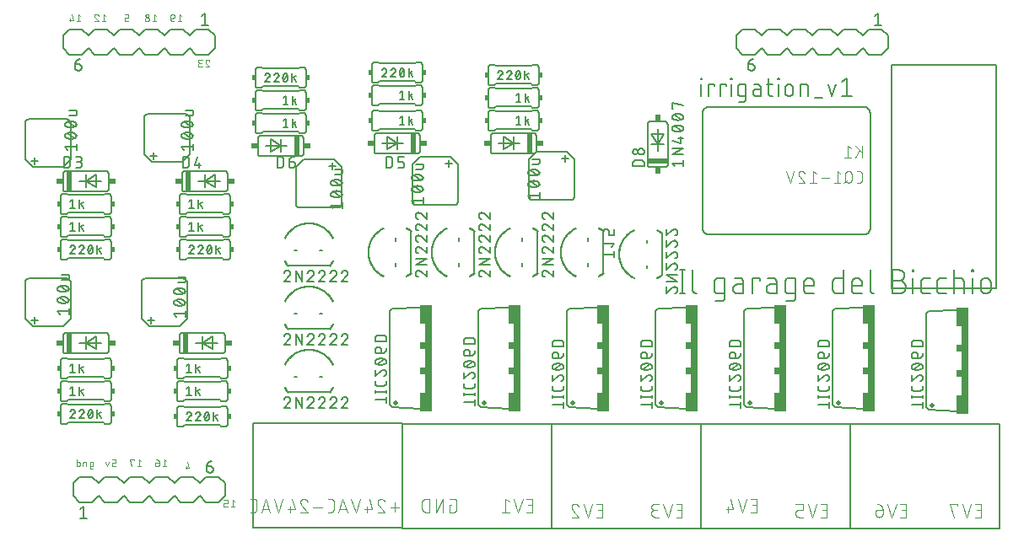
<source format=gbr>
G04 EAGLE Gerber RS-274X export*
G75*
%MOMM*%
%FSLAX34Y34*%
%LPD*%
%INSilkscreen Bottom*%
%IPPOS*%
%AMOC8*
5,1,8,0,0,1.08239X$1,22.5*%
G01*
%ADD10C,0.203200*%
%ADD11C,0.152400*%
%ADD12C,0.101600*%
%ADD13C,0.076200*%
%ADD14C,0.127000*%
%ADD15C,0.508000*%
%ADD16R,0.762000X10.668000*%
%ADD17R,0.508000X1.905000*%
%ADD18R,0.508000X0.762000*%
%ADD19C,0.012700*%
%ADD20R,0.508000X2.032000*%
%ADD21R,0.635000X0.508000*%
%ADD22R,0.381000X0.508000*%
%ADD23R,2.032000X0.508000*%
%ADD24R,0.508000X0.635000*%


D10*
X674662Y258664D02*
X674662Y235296D01*
X677258Y235296D02*
X672065Y235296D01*
X672065Y258664D02*
X677258Y258664D01*
X685286Y258664D02*
X685286Y239191D01*
X685285Y239191D02*
X685287Y239069D01*
X685293Y238946D01*
X685302Y238824D01*
X685316Y238703D01*
X685333Y238582D01*
X685354Y238461D01*
X685379Y238341D01*
X685407Y238222D01*
X685440Y238104D01*
X685476Y237987D01*
X685515Y237872D01*
X685559Y237757D01*
X685605Y237644D01*
X685656Y237533D01*
X685710Y237423D01*
X685767Y237315D01*
X685827Y237208D01*
X685891Y237104D01*
X685959Y237002D01*
X686029Y236902D01*
X686102Y236804D01*
X686179Y236708D01*
X686258Y236615D01*
X686341Y236525D01*
X686426Y236437D01*
X686514Y236352D01*
X686604Y236269D01*
X686697Y236190D01*
X686793Y236113D01*
X686891Y236040D01*
X686991Y235970D01*
X687093Y235902D01*
X687197Y235838D01*
X687304Y235778D01*
X687412Y235721D01*
X687522Y235667D01*
X687633Y235616D01*
X687746Y235570D01*
X687861Y235526D01*
X687976Y235487D01*
X688093Y235451D01*
X688211Y235418D01*
X688330Y235390D01*
X688450Y235365D01*
X688571Y235344D01*
X688692Y235327D01*
X688813Y235313D01*
X688935Y235304D01*
X689058Y235298D01*
X689180Y235296D01*
X710894Y235296D02*
X717385Y235296D01*
X710894Y235296D02*
X710772Y235298D01*
X710649Y235304D01*
X710527Y235313D01*
X710406Y235327D01*
X710285Y235344D01*
X710164Y235365D01*
X710044Y235390D01*
X709925Y235418D01*
X709807Y235451D01*
X709690Y235487D01*
X709575Y235526D01*
X709460Y235570D01*
X709347Y235616D01*
X709236Y235667D01*
X709126Y235721D01*
X709018Y235778D01*
X708911Y235838D01*
X708807Y235902D01*
X708705Y235970D01*
X708605Y236040D01*
X708507Y236113D01*
X708411Y236190D01*
X708318Y236269D01*
X708228Y236352D01*
X708140Y236437D01*
X708055Y236525D01*
X707972Y236615D01*
X707893Y236708D01*
X707816Y236804D01*
X707743Y236902D01*
X707673Y237002D01*
X707605Y237104D01*
X707541Y237208D01*
X707481Y237315D01*
X707424Y237423D01*
X707370Y237533D01*
X707319Y237644D01*
X707273Y237757D01*
X707229Y237872D01*
X707190Y237987D01*
X707154Y238104D01*
X707121Y238222D01*
X707093Y238341D01*
X707068Y238461D01*
X707047Y238582D01*
X707030Y238703D01*
X707016Y238824D01*
X707007Y238946D01*
X707001Y239069D01*
X706999Y239191D01*
X706999Y246980D01*
X707001Y247102D01*
X707007Y247225D01*
X707016Y247347D01*
X707030Y247468D01*
X707047Y247589D01*
X707068Y247710D01*
X707093Y247830D01*
X707121Y247949D01*
X707154Y248067D01*
X707190Y248184D01*
X707229Y248299D01*
X707273Y248414D01*
X707319Y248527D01*
X707370Y248638D01*
X707424Y248748D01*
X707481Y248856D01*
X707541Y248963D01*
X707605Y249067D01*
X707673Y249169D01*
X707743Y249269D01*
X707816Y249367D01*
X707893Y249463D01*
X707972Y249556D01*
X708055Y249646D01*
X708140Y249734D01*
X708228Y249819D01*
X708318Y249902D01*
X708411Y249981D01*
X708507Y250058D01*
X708605Y250131D01*
X708705Y250201D01*
X708807Y250269D01*
X708911Y250333D01*
X709018Y250393D01*
X709126Y250450D01*
X709236Y250504D01*
X709347Y250555D01*
X709460Y250601D01*
X709575Y250645D01*
X709690Y250684D01*
X709807Y250720D01*
X709925Y250753D01*
X710044Y250781D01*
X710164Y250806D01*
X710285Y250827D01*
X710406Y250844D01*
X710527Y250858D01*
X710649Y250867D01*
X710772Y250873D01*
X710894Y250875D01*
X717385Y250875D01*
X717385Y231401D01*
X717383Y231279D01*
X717377Y231156D01*
X717368Y231034D01*
X717354Y230913D01*
X717337Y230792D01*
X717316Y230671D01*
X717291Y230551D01*
X717263Y230432D01*
X717230Y230314D01*
X717194Y230197D01*
X717155Y230082D01*
X717111Y229967D01*
X717065Y229854D01*
X717014Y229743D01*
X716960Y229633D01*
X716903Y229525D01*
X716843Y229418D01*
X716779Y229314D01*
X716711Y229212D01*
X716641Y229112D01*
X716568Y229014D01*
X716491Y228918D01*
X716412Y228825D01*
X716329Y228735D01*
X716244Y228647D01*
X716156Y228562D01*
X716066Y228479D01*
X715973Y228400D01*
X715877Y228323D01*
X715779Y228250D01*
X715679Y228180D01*
X715577Y228112D01*
X715473Y228048D01*
X715366Y227988D01*
X715258Y227931D01*
X715148Y227877D01*
X715037Y227826D01*
X714924Y227780D01*
X714809Y227736D01*
X714694Y227697D01*
X714577Y227661D01*
X714459Y227628D01*
X714340Y227600D01*
X714220Y227575D01*
X714099Y227554D01*
X713978Y227537D01*
X713857Y227523D01*
X713735Y227514D01*
X713612Y227508D01*
X713490Y227506D01*
X713491Y227507D02*
X708298Y227507D01*
X730334Y244384D02*
X736176Y244384D01*
X730334Y244384D02*
X730201Y244382D01*
X730067Y244376D01*
X729934Y244366D01*
X729802Y244353D01*
X729669Y244335D01*
X729538Y244314D01*
X729407Y244288D01*
X729276Y244259D01*
X729147Y244226D01*
X729019Y244190D01*
X728892Y244149D01*
X728766Y244105D01*
X728641Y244057D01*
X728518Y244005D01*
X728397Y243950D01*
X728277Y243892D01*
X728159Y243830D01*
X728043Y243764D01*
X727929Y243695D01*
X727816Y243623D01*
X727706Y243547D01*
X727599Y243469D01*
X727493Y243387D01*
X727391Y243302D01*
X727290Y243214D01*
X727192Y243123D01*
X727097Y243029D01*
X727005Y242933D01*
X726916Y242834D01*
X726829Y242732D01*
X726746Y242628D01*
X726666Y242522D01*
X726589Y242413D01*
X726515Y242302D01*
X726444Y242189D01*
X726377Y242073D01*
X726313Y241956D01*
X726252Y241837D01*
X726196Y241717D01*
X726142Y241594D01*
X726093Y241470D01*
X726047Y241345D01*
X726004Y241219D01*
X725966Y241091D01*
X725931Y240962D01*
X725900Y240833D01*
X725872Y240702D01*
X725849Y240571D01*
X725830Y240439D01*
X725814Y240306D01*
X725802Y240173D01*
X725794Y240040D01*
X725790Y239907D01*
X725790Y239773D01*
X725794Y239640D01*
X725802Y239507D01*
X725814Y239374D01*
X725830Y239241D01*
X725849Y239109D01*
X725872Y238978D01*
X725900Y238847D01*
X725931Y238718D01*
X725966Y238589D01*
X726004Y238461D01*
X726047Y238335D01*
X726093Y238210D01*
X726142Y238086D01*
X726196Y237963D01*
X726252Y237843D01*
X726313Y237724D01*
X726377Y237607D01*
X726444Y237491D01*
X726515Y237378D01*
X726589Y237267D01*
X726666Y237158D01*
X726746Y237052D01*
X726829Y236948D01*
X726916Y236846D01*
X727005Y236747D01*
X727097Y236651D01*
X727192Y236557D01*
X727290Y236466D01*
X727391Y236378D01*
X727493Y236293D01*
X727599Y236211D01*
X727706Y236133D01*
X727816Y236057D01*
X727929Y235985D01*
X728043Y235916D01*
X728159Y235850D01*
X728277Y235788D01*
X728397Y235730D01*
X728518Y235675D01*
X728641Y235623D01*
X728766Y235575D01*
X728892Y235531D01*
X729019Y235490D01*
X729147Y235454D01*
X729276Y235421D01*
X729407Y235392D01*
X729538Y235366D01*
X729669Y235345D01*
X729802Y235327D01*
X729934Y235314D01*
X730067Y235304D01*
X730201Y235298D01*
X730334Y235296D01*
X736176Y235296D01*
X736176Y246980D01*
X736174Y247102D01*
X736168Y247225D01*
X736159Y247347D01*
X736145Y247468D01*
X736128Y247589D01*
X736107Y247710D01*
X736082Y247830D01*
X736054Y247949D01*
X736021Y248067D01*
X735985Y248184D01*
X735946Y248299D01*
X735902Y248414D01*
X735856Y248527D01*
X735805Y248638D01*
X735751Y248748D01*
X735694Y248856D01*
X735634Y248963D01*
X735570Y249067D01*
X735502Y249169D01*
X735432Y249269D01*
X735359Y249367D01*
X735282Y249463D01*
X735203Y249556D01*
X735120Y249646D01*
X735035Y249734D01*
X734947Y249819D01*
X734857Y249902D01*
X734764Y249981D01*
X734668Y250058D01*
X734570Y250131D01*
X734470Y250201D01*
X734368Y250269D01*
X734264Y250333D01*
X734157Y250393D01*
X734049Y250450D01*
X733939Y250504D01*
X733828Y250555D01*
X733715Y250601D01*
X733600Y250645D01*
X733485Y250684D01*
X733368Y250720D01*
X733250Y250753D01*
X733131Y250781D01*
X733011Y250806D01*
X732890Y250827D01*
X732769Y250844D01*
X732648Y250858D01*
X732526Y250867D01*
X732403Y250873D01*
X732281Y250875D01*
X727089Y250875D01*
X745392Y250875D02*
X745392Y235296D01*
X745392Y250875D02*
X753181Y250875D01*
X753181Y248278D01*
X763740Y244384D02*
X769582Y244384D01*
X763740Y244384D02*
X763607Y244382D01*
X763473Y244376D01*
X763340Y244366D01*
X763208Y244353D01*
X763075Y244335D01*
X762944Y244314D01*
X762813Y244288D01*
X762682Y244259D01*
X762553Y244226D01*
X762425Y244190D01*
X762298Y244149D01*
X762172Y244105D01*
X762047Y244057D01*
X761924Y244005D01*
X761803Y243950D01*
X761683Y243892D01*
X761565Y243830D01*
X761449Y243764D01*
X761335Y243695D01*
X761222Y243623D01*
X761112Y243547D01*
X761005Y243469D01*
X760899Y243387D01*
X760797Y243302D01*
X760696Y243214D01*
X760598Y243123D01*
X760503Y243029D01*
X760411Y242933D01*
X760322Y242834D01*
X760235Y242732D01*
X760152Y242628D01*
X760072Y242522D01*
X759995Y242413D01*
X759921Y242302D01*
X759850Y242189D01*
X759783Y242073D01*
X759719Y241956D01*
X759658Y241837D01*
X759602Y241717D01*
X759548Y241594D01*
X759499Y241470D01*
X759453Y241345D01*
X759410Y241219D01*
X759372Y241091D01*
X759337Y240962D01*
X759306Y240833D01*
X759278Y240702D01*
X759255Y240571D01*
X759236Y240439D01*
X759220Y240306D01*
X759208Y240173D01*
X759200Y240040D01*
X759196Y239907D01*
X759196Y239773D01*
X759200Y239640D01*
X759208Y239507D01*
X759220Y239374D01*
X759236Y239241D01*
X759255Y239109D01*
X759278Y238978D01*
X759306Y238847D01*
X759337Y238718D01*
X759372Y238589D01*
X759410Y238461D01*
X759453Y238335D01*
X759499Y238210D01*
X759548Y238086D01*
X759602Y237963D01*
X759658Y237843D01*
X759719Y237724D01*
X759783Y237607D01*
X759850Y237491D01*
X759921Y237378D01*
X759995Y237267D01*
X760072Y237158D01*
X760152Y237052D01*
X760235Y236948D01*
X760322Y236846D01*
X760411Y236747D01*
X760503Y236651D01*
X760598Y236557D01*
X760696Y236466D01*
X760797Y236378D01*
X760899Y236293D01*
X761005Y236211D01*
X761112Y236133D01*
X761222Y236057D01*
X761335Y235985D01*
X761449Y235916D01*
X761565Y235850D01*
X761683Y235788D01*
X761803Y235730D01*
X761924Y235675D01*
X762047Y235623D01*
X762172Y235575D01*
X762298Y235531D01*
X762425Y235490D01*
X762553Y235454D01*
X762682Y235421D01*
X762813Y235392D01*
X762944Y235366D01*
X763075Y235345D01*
X763208Y235327D01*
X763340Y235314D01*
X763473Y235304D01*
X763607Y235298D01*
X763740Y235296D01*
X769582Y235296D01*
X769582Y246980D01*
X769580Y247102D01*
X769574Y247225D01*
X769565Y247347D01*
X769551Y247468D01*
X769534Y247589D01*
X769513Y247710D01*
X769488Y247830D01*
X769460Y247949D01*
X769427Y248067D01*
X769391Y248184D01*
X769352Y248299D01*
X769308Y248414D01*
X769262Y248527D01*
X769211Y248638D01*
X769157Y248748D01*
X769100Y248856D01*
X769040Y248963D01*
X768976Y249067D01*
X768908Y249169D01*
X768838Y249269D01*
X768765Y249367D01*
X768688Y249463D01*
X768609Y249556D01*
X768526Y249646D01*
X768441Y249734D01*
X768353Y249819D01*
X768263Y249902D01*
X768170Y249981D01*
X768074Y250058D01*
X767976Y250131D01*
X767876Y250201D01*
X767774Y250269D01*
X767670Y250333D01*
X767563Y250393D01*
X767455Y250450D01*
X767345Y250504D01*
X767234Y250555D01*
X767121Y250601D01*
X767006Y250645D01*
X766891Y250684D01*
X766774Y250720D01*
X766656Y250753D01*
X766537Y250781D01*
X766417Y250806D01*
X766296Y250827D01*
X766175Y250844D01*
X766054Y250858D01*
X765932Y250867D01*
X765809Y250873D01*
X765687Y250875D01*
X760494Y250875D01*
X781882Y235296D02*
X788373Y235296D01*
X781882Y235296D02*
X781760Y235298D01*
X781637Y235304D01*
X781515Y235313D01*
X781394Y235327D01*
X781273Y235344D01*
X781152Y235365D01*
X781032Y235390D01*
X780913Y235418D01*
X780795Y235451D01*
X780678Y235487D01*
X780563Y235526D01*
X780448Y235570D01*
X780335Y235616D01*
X780224Y235667D01*
X780114Y235721D01*
X780006Y235778D01*
X779899Y235838D01*
X779795Y235902D01*
X779693Y235970D01*
X779593Y236040D01*
X779495Y236113D01*
X779399Y236190D01*
X779306Y236269D01*
X779216Y236352D01*
X779128Y236437D01*
X779043Y236525D01*
X778960Y236615D01*
X778881Y236708D01*
X778804Y236804D01*
X778731Y236902D01*
X778661Y237002D01*
X778593Y237104D01*
X778529Y237208D01*
X778469Y237315D01*
X778412Y237423D01*
X778358Y237533D01*
X778307Y237644D01*
X778261Y237757D01*
X778217Y237872D01*
X778178Y237987D01*
X778142Y238104D01*
X778109Y238222D01*
X778081Y238341D01*
X778056Y238461D01*
X778035Y238582D01*
X778018Y238703D01*
X778004Y238824D01*
X777995Y238946D01*
X777989Y239069D01*
X777987Y239191D01*
X777987Y246980D01*
X777989Y247102D01*
X777995Y247225D01*
X778004Y247347D01*
X778018Y247468D01*
X778035Y247589D01*
X778056Y247710D01*
X778081Y247830D01*
X778109Y247949D01*
X778142Y248067D01*
X778178Y248184D01*
X778217Y248299D01*
X778261Y248414D01*
X778307Y248527D01*
X778358Y248638D01*
X778412Y248748D01*
X778469Y248856D01*
X778529Y248963D01*
X778593Y249067D01*
X778661Y249169D01*
X778731Y249269D01*
X778804Y249367D01*
X778881Y249463D01*
X778960Y249556D01*
X779043Y249646D01*
X779128Y249734D01*
X779216Y249819D01*
X779306Y249902D01*
X779399Y249981D01*
X779495Y250058D01*
X779593Y250131D01*
X779693Y250201D01*
X779795Y250269D01*
X779899Y250333D01*
X780006Y250393D01*
X780114Y250450D01*
X780224Y250504D01*
X780335Y250555D01*
X780448Y250601D01*
X780563Y250645D01*
X780678Y250684D01*
X780795Y250720D01*
X780913Y250753D01*
X781032Y250781D01*
X781152Y250806D01*
X781273Y250827D01*
X781394Y250844D01*
X781515Y250858D01*
X781637Y250867D01*
X781760Y250873D01*
X781882Y250875D01*
X788373Y250875D01*
X788373Y231401D01*
X788371Y231279D01*
X788365Y231156D01*
X788356Y231034D01*
X788342Y230913D01*
X788325Y230792D01*
X788304Y230671D01*
X788279Y230551D01*
X788251Y230432D01*
X788218Y230314D01*
X788182Y230197D01*
X788143Y230082D01*
X788099Y229967D01*
X788053Y229854D01*
X788002Y229743D01*
X787948Y229633D01*
X787891Y229525D01*
X787831Y229418D01*
X787767Y229314D01*
X787699Y229212D01*
X787629Y229112D01*
X787556Y229014D01*
X787479Y228918D01*
X787400Y228825D01*
X787317Y228735D01*
X787232Y228647D01*
X787144Y228562D01*
X787054Y228479D01*
X786961Y228400D01*
X786865Y228323D01*
X786767Y228250D01*
X786667Y228180D01*
X786565Y228112D01*
X786461Y228048D01*
X786354Y227988D01*
X786246Y227931D01*
X786136Y227877D01*
X786025Y227826D01*
X785912Y227780D01*
X785797Y227736D01*
X785682Y227697D01*
X785565Y227661D01*
X785447Y227628D01*
X785328Y227600D01*
X785208Y227575D01*
X785087Y227554D01*
X784966Y227537D01*
X784845Y227523D01*
X784723Y227514D01*
X784600Y227508D01*
X784478Y227506D01*
X784478Y227507D02*
X779285Y227507D01*
X800724Y235296D02*
X807215Y235296D01*
X800724Y235296D02*
X800602Y235298D01*
X800479Y235304D01*
X800357Y235313D01*
X800236Y235327D01*
X800115Y235344D01*
X799994Y235365D01*
X799874Y235390D01*
X799755Y235418D01*
X799637Y235451D01*
X799520Y235487D01*
X799405Y235526D01*
X799290Y235570D01*
X799177Y235616D01*
X799066Y235667D01*
X798956Y235721D01*
X798848Y235778D01*
X798741Y235838D01*
X798637Y235902D01*
X798535Y235970D01*
X798435Y236040D01*
X798337Y236113D01*
X798241Y236190D01*
X798148Y236269D01*
X798058Y236352D01*
X797970Y236437D01*
X797885Y236525D01*
X797802Y236615D01*
X797723Y236708D01*
X797646Y236804D01*
X797573Y236902D01*
X797503Y237002D01*
X797435Y237104D01*
X797371Y237208D01*
X797311Y237315D01*
X797254Y237423D01*
X797200Y237533D01*
X797149Y237644D01*
X797103Y237757D01*
X797059Y237872D01*
X797020Y237987D01*
X796984Y238104D01*
X796951Y238222D01*
X796923Y238341D01*
X796898Y238461D01*
X796877Y238582D01*
X796860Y238703D01*
X796846Y238824D01*
X796837Y238946D01*
X796831Y239069D01*
X796829Y239191D01*
X796829Y245682D01*
X796831Y245825D01*
X796837Y245968D01*
X796847Y246111D01*
X796861Y246253D01*
X796878Y246395D01*
X796900Y246537D01*
X796925Y246678D01*
X796955Y246818D01*
X796988Y246957D01*
X797025Y247095D01*
X797066Y247232D01*
X797110Y247368D01*
X797159Y247503D01*
X797211Y247636D01*
X797266Y247768D01*
X797326Y247898D01*
X797389Y248027D01*
X797455Y248154D01*
X797525Y248279D01*
X797598Y248401D01*
X797675Y248522D01*
X797755Y248641D01*
X797838Y248757D01*
X797924Y248872D01*
X798013Y248983D01*
X798106Y249093D01*
X798201Y249199D01*
X798300Y249303D01*
X798401Y249404D01*
X798505Y249503D01*
X798611Y249598D01*
X798721Y249691D01*
X798832Y249780D01*
X798947Y249866D01*
X799063Y249949D01*
X799182Y250029D01*
X799303Y250106D01*
X799426Y250179D01*
X799550Y250249D01*
X799677Y250315D01*
X799806Y250378D01*
X799936Y250438D01*
X800068Y250493D01*
X800201Y250545D01*
X800336Y250594D01*
X800472Y250638D01*
X800609Y250679D01*
X800747Y250716D01*
X800886Y250749D01*
X801026Y250779D01*
X801167Y250804D01*
X801309Y250826D01*
X801451Y250843D01*
X801593Y250857D01*
X801736Y250867D01*
X801879Y250873D01*
X802022Y250875D01*
X802165Y250873D01*
X802308Y250867D01*
X802451Y250857D01*
X802593Y250843D01*
X802735Y250826D01*
X802877Y250804D01*
X803018Y250779D01*
X803158Y250749D01*
X803297Y250716D01*
X803435Y250679D01*
X803572Y250638D01*
X803708Y250594D01*
X803843Y250545D01*
X803976Y250493D01*
X804108Y250438D01*
X804238Y250378D01*
X804367Y250315D01*
X804494Y250249D01*
X804619Y250179D01*
X804741Y250106D01*
X804862Y250029D01*
X804981Y249949D01*
X805097Y249866D01*
X805212Y249780D01*
X805323Y249691D01*
X805433Y249598D01*
X805539Y249503D01*
X805643Y249404D01*
X805744Y249303D01*
X805843Y249199D01*
X805938Y249093D01*
X806031Y248983D01*
X806120Y248872D01*
X806206Y248757D01*
X806289Y248641D01*
X806369Y248522D01*
X806446Y248401D01*
X806519Y248279D01*
X806589Y248154D01*
X806655Y248027D01*
X806718Y247898D01*
X806778Y247768D01*
X806833Y247636D01*
X806885Y247503D01*
X806934Y247368D01*
X806978Y247232D01*
X807019Y247095D01*
X807056Y246957D01*
X807089Y246818D01*
X807119Y246678D01*
X807144Y246537D01*
X807166Y246395D01*
X807183Y246253D01*
X807197Y246111D01*
X807207Y245968D01*
X807213Y245825D01*
X807215Y245682D01*
X807215Y243085D01*
X796829Y243085D01*
X836394Y235296D02*
X836394Y258664D01*
X836394Y235296D02*
X829903Y235296D01*
X829781Y235298D01*
X829658Y235304D01*
X829536Y235313D01*
X829415Y235327D01*
X829294Y235344D01*
X829173Y235365D01*
X829053Y235390D01*
X828934Y235418D01*
X828816Y235451D01*
X828699Y235487D01*
X828584Y235526D01*
X828469Y235570D01*
X828356Y235616D01*
X828245Y235667D01*
X828135Y235721D01*
X828027Y235778D01*
X827920Y235838D01*
X827816Y235902D01*
X827714Y235970D01*
X827614Y236040D01*
X827516Y236113D01*
X827420Y236190D01*
X827327Y236269D01*
X827237Y236352D01*
X827149Y236437D01*
X827064Y236525D01*
X826981Y236615D01*
X826902Y236708D01*
X826825Y236804D01*
X826752Y236902D01*
X826682Y237002D01*
X826614Y237104D01*
X826550Y237208D01*
X826490Y237315D01*
X826433Y237423D01*
X826379Y237533D01*
X826328Y237644D01*
X826282Y237757D01*
X826238Y237872D01*
X826199Y237987D01*
X826163Y238104D01*
X826130Y238222D01*
X826102Y238341D01*
X826077Y238461D01*
X826056Y238582D01*
X826039Y238703D01*
X826025Y238824D01*
X826016Y238946D01*
X826010Y239069D01*
X826008Y239191D01*
X826008Y246980D01*
X826010Y247102D01*
X826016Y247225D01*
X826025Y247347D01*
X826039Y247468D01*
X826056Y247589D01*
X826077Y247710D01*
X826102Y247830D01*
X826130Y247949D01*
X826163Y248067D01*
X826199Y248184D01*
X826238Y248299D01*
X826282Y248414D01*
X826328Y248527D01*
X826379Y248638D01*
X826433Y248748D01*
X826490Y248856D01*
X826550Y248963D01*
X826614Y249067D01*
X826682Y249169D01*
X826752Y249269D01*
X826825Y249367D01*
X826902Y249463D01*
X826981Y249556D01*
X827064Y249646D01*
X827149Y249734D01*
X827237Y249819D01*
X827327Y249902D01*
X827420Y249981D01*
X827516Y250058D01*
X827614Y250131D01*
X827714Y250201D01*
X827816Y250269D01*
X827920Y250333D01*
X828027Y250393D01*
X828135Y250450D01*
X828245Y250504D01*
X828356Y250555D01*
X828469Y250601D01*
X828584Y250645D01*
X828699Y250684D01*
X828816Y250720D01*
X828934Y250753D01*
X829053Y250781D01*
X829173Y250806D01*
X829294Y250827D01*
X829415Y250844D01*
X829536Y250858D01*
X829658Y250867D01*
X829781Y250873D01*
X829903Y250875D01*
X836394Y250875D01*
X848745Y235296D02*
X855236Y235296D01*
X848745Y235296D02*
X848623Y235298D01*
X848500Y235304D01*
X848378Y235313D01*
X848257Y235327D01*
X848136Y235344D01*
X848015Y235365D01*
X847895Y235390D01*
X847776Y235418D01*
X847658Y235451D01*
X847541Y235487D01*
X847426Y235526D01*
X847311Y235570D01*
X847198Y235616D01*
X847087Y235667D01*
X846977Y235721D01*
X846869Y235778D01*
X846762Y235838D01*
X846658Y235902D01*
X846556Y235970D01*
X846456Y236040D01*
X846358Y236113D01*
X846262Y236190D01*
X846169Y236269D01*
X846079Y236352D01*
X845991Y236437D01*
X845906Y236525D01*
X845823Y236615D01*
X845744Y236708D01*
X845667Y236804D01*
X845594Y236902D01*
X845524Y237002D01*
X845456Y237104D01*
X845392Y237208D01*
X845332Y237315D01*
X845275Y237423D01*
X845221Y237533D01*
X845170Y237644D01*
X845124Y237757D01*
X845080Y237872D01*
X845041Y237987D01*
X845005Y238104D01*
X844972Y238222D01*
X844944Y238341D01*
X844919Y238461D01*
X844898Y238582D01*
X844881Y238703D01*
X844867Y238824D01*
X844858Y238946D01*
X844852Y239069D01*
X844850Y239191D01*
X844850Y245682D01*
X844852Y245825D01*
X844858Y245968D01*
X844868Y246111D01*
X844882Y246253D01*
X844899Y246395D01*
X844921Y246537D01*
X844946Y246678D01*
X844976Y246818D01*
X845009Y246957D01*
X845046Y247095D01*
X845087Y247232D01*
X845131Y247368D01*
X845180Y247503D01*
X845232Y247636D01*
X845287Y247768D01*
X845347Y247898D01*
X845410Y248027D01*
X845476Y248154D01*
X845546Y248279D01*
X845619Y248401D01*
X845696Y248522D01*
X845776Y248641D01*
X845859Y248757D01*
X845945Y248872D01*
X846034Y248983D01*
X846127Y249093D01*
X846222Y249199D01*
X846321Y249303D01*
X846422Y249404D01*
X846526Y249503D01*
X846632Y249598D01*
X846742Y249691D01*
X846853Y249780D01*
X846968Y249866D01*
X847084Y249949D01*
X847203Y250029D01*
X847324Y250106D01*
X847447Y250179D01*
X847571Y250249D01*
X847698Y250315D01*
X847827Y250378D01*
X847957Y250438D01*
X848089Y250493D01*
X848222Y250545D01*
X848357Y250594D01*
X848493Y250638D01*
X848630Y250679D01*
X848768Y250716D01*
X848907Y250749D01*
X849047Y250779D01*
X849188Y250804D01*
X849330Y250826D01*
X849472Y250843D01*
X849614Y250857D01*
X849757Y250867D01*
X849900Y250873D01*
X850043Y250875D01*
X850186Y250873D01*
X850329Y250867D01*
X850472Y250857D01*
X850614Y250843D01*
X850756Y250826D01*
X850898Y250804D01*
X851039Y250779D01*
X851179Y250749D01*
X851318Y250716D01*
X851456Y250679D01*
X851593Y250638D01*
X851729Y250594D01*
X851864Y250545D01*
X851997Y250493D01*
X852129Y250438D01*
X852259Y250378D01*
X852388Y250315D01*
X852515Y250249D01*
X852640Y250179D01*
X852762Y250106D01*
X852883Y250029D01*
X853002Y249949D01*
X853118Y249866D01*
X853233Y249780D01*
X853344Y249691D01*
X853454Y249598D01*
X853560Y249503D01*
X853664Y249404D01*
X853765Y249303D01*
X853864Y249199D01*
X853959Y249093D01*
X854052Y248983D01*
X854141Y248872D01*
X854227Y248757D01*
X854310Y248641D01*
X854390Y248522D01*
X854467Y248401D01*
X854540Y248279D01*
X854610Y248154D01*
X854676Y248027D01*
X854739Y247898D01*
X854799Y247768D01*
X854854Y247636D01*
X854906Y247503D01*
X854955Y247368D01*
X854999Y247232D01*
X855040Y247095D01*
X855077Y246957D01*
X855110Y246818D01*
X855140Y246678D01*
X855165Y246537D01*
X855187Y246395D01*
X855204Y246253D01*
X855218Y246111D01*
X855228Y245968D01*
X855234Y245825D01*
X855236Y245682D01*
X855236Y243085D01*
X844850Y243085D01*
X863451Y239191D02*
X863451Y258664D01*
X863451Y239191D02*
X863453Y239069D01*
X863459Y238946D01*
X863468Y238824D01*
X863482Y238703D01*
X863499Y238582D01*
X863520Y238461D01*
X863545Y238341D01*
X863573Y238222D01*
X863606Y238104D01*
X863642Y237987D01*
X863681Y237872D01*
X863725Y237757D01*
X863771Y237644D01*
X863822Y237533D01*
X863876Y237423D01*
X863933Y237315D01*
X863993Y237208D01*
X864057Y237104D01*
X864125Y237002D01*
X864195Y236902D01*
X864268Y236804D01*
X864345Y236708D01*
X864424Y236615D01*
X864507Y236525D01*
X864592Y236437D01*
X864680Y236352D01*
X864770Y236269D01*
X864863Y236190D01*
X864959Y236113D01*
X865057Y236040D01*
X865157Y235970D01*
X865259Y235902D01*
X865363Y235838D01*
X865470Y235778D01*
X865578Y235721D01*
X865688Y235667D01*
X865799Y235616D01*
X865912Y235570D01*
X866027Y235526D01*
X866142Y235487D01*
X866259Y235451D01*
X866377Y235418D01*
X866496Y235390D01*
X866616Y235365D01*
X866737Y235344D01*
X866858Y235327D01*
X866979Y235313D01*
X867101Y235304D01*
X867224Y235298D01*
X867346Y235296D01*
X886153Y248278D02*
X892644Y248278D01*
X892803Y248276D01*
X892962Y248270D01*
X893122Y248260D01*
X893280Y248247D01*
X893439Y248229D01*
X893596Y248208D01*
X893754Y248182D01*
X893910Y248153D01*
X894066Y248120D01*
X894221Y248083D01*
X894375Y248043D01*
X894528Y247998D01*
X894680Y247950D01*
X894831Y247899D01*
X894980Y247843D01*
X895128Y247784D01*
X895274Y247721D01*
X895419Y247655D01*
X895562Y247585D01*
X895704Y247512D01*
X895843Y247435D01*
X895981Y247355D01*
X896117Y247271D01*
X896250Y247184D01*
X896382Y247094D01*
X896511Y247001D01*
X896637Y246904D01*
X896762Y246805D01*
X896884Y246702D01*
X897003Y246597D01*
X897120Y246488D01*
X897234Y246377D01*
X897345Y246263D01*
X897454Y246146D01*
X897559Y246027D01*
X897662Y245905D01*
X897761Y245780D01*
X897858Y245654D01*
X897951Y245525D01*
X898041Y245393D01*
X898128Y245260D01*
X898212Y245124D01*
X898292Y244986D01*
X898369Y244847D01*
X898442Y244705D01*
X898512Y244562D01*
X898578Y244417D01*
X898641Y244271D01*
X898700Y244123D01*
X898756Y243974D01*
X898807Y243823D01*
X898855Y243671D01*
X898900Y243518D01*
X898940Y243364D01*
X898977Y243209D01*
X899010Y243053D01*
X899039Y242897D01*
X899065Y242739D01*
X899086Y242582D01*
X899104Y242423D01*
X899117Y242265D01*
X899127Y242105D01*
X899133Y241946D01*
X899135Y241787D01*
X899133Y241628D01*
X899127Y241469D01*
X899117Y241309D01*
X899104Y241151D01*
X899086Y240992D01*
X899065Y240835D01*
X899039Y240677D01*
X899010Y240521D01*
X898977Y240365D01*
X898940Y240210D01*
X898900Y240056D01*
X898855Y239903D01*
X898807Y239751D01*
X898756Y239600D01*
X898700Y239451D01*
X898641Y239303D01*
X898578Y239157D01*
X898512Y239012D01*
X898442Y238869D01*
X898369Y238727D01*
X898292Y238588D01*
X898212Y238450D01*
X898128Y238314D01*
X898041Y238181D01*
X897951Y238049D01*
X897858Y237920D01*
X897761Y237794D01*
X897662Y237669D01*
X897559Y237547D01*
X897454Y237428D01*
X897345Y237311D01*
X897234Y237197D01*
X897120Y237086D01*
X897003Y236977D01*
X896884Y236872D01*
X896762Y236769D01*
X896637Y236670D01*
X896511Y236573D01*
X896382Y236480D01*
X896250Y236390D01*
X896117Y236303D01*
X895981Y236219D01*
X895843Y236139D01*
X895704Y236062D01*
X895562Y235989D01*
X895419Y235919D01*
X895274Y235853D01*
X895128Y235790D01*
X894980Y235731D01*
X894831Y235675D01*
X894680Y235624D01*
X894528Y235576D01*
X894375Y235531D01*
X894221Y235491D01*
X894066Y235454D01*
X893910Y235421D01*
X893754Y235392D01*
X893596Y235366D01*
X893439Y235345D01*
X893280Y235327D01*
X893122Y235314D01*
X892962Y235304D01*
X892803Y235298D01*
X892644Y235296D01*
X886153Y235296D01*
X886153Y258664D01*
X892644Y258664D01*
X892787Y258662D01*
X892930Y258656D01*
X893073Y258646D01*
X893215Y258632D01*
X893357Y258615D01*
X893499Y258593D01*
X893640Y258568D01*
X893780Y258538D01*
X893919Y258505D01*
X894057Y258468D01*
X894194Y258427D01*
X894330Y258383D01*
X894465Y258334D01*
X894598Y258282D01*
X894730Y258227D01*
X894860Y258167D01*
X894989Y258104D01*
X895116Y258038D01*
X895241Y257968D01*
X895363Y257895D01*
X895484Y257818D01*
X895603Y257738D01*
X895719Y257655D01*
X895834Y257569D01*
X895945Y257480D01*
X896055Y257387D01*
X896161Y257292D01*
X896265Y257193D01*
X896366Y257092D01*
X896465Y256988D01*
X896560Y256882D01*
X896653Y256772D01*
X896742Y256661D01*
X896828Y256546D01*
X896911Y256430D01*
X896991Y256311D01*
X897068Y256190D01*
X897141Y256067D01*
X897211Y255943D01*
X897277Y255816D01*
X897340Y255687D01*
X897400Y255557D01*
X897455Y255425D01*
X897507Y255292D01*
X897556Y255157D01*
X897600Y255021D01*
X897641Y254884D01*
X897678Y254746D01*
X897711Y254607D01*
X897741Y254467D01*
X897766Y254326D01*
X897788Y254184D01*
X897805Y254042D01*
X897819Y253900D01*
X897829Y253757D01*
X897835Y253614D01*
X897837Y253471D01*
X897835Y253328D01*
X897829Y253185D01*
X897819Y253042D01*
X897805Y252900D01*
X897788Y252758D01*
X897766Y252616D01*
X897741Y252475D01*
X897711Y252335D01*
X897678Y252196D01*
X897641Y252058D01*
X897600Y251921D01*
X897556Y251785D01*
X897507Y251650D01*
X897455Y251517D01*
X897400Y251385D01*
X897340Y251255D01*
X897277Y251126D01*
X897211Y250999D01*
X897141Y250874D01*
X897068Y250752D01*
X896991Y250631D01*
X896911Y250512D01*
X896828Y250396D01*
X896742Y250281D01*
X896653Y250170D01*
X896560Y250060D01*
X896465Y249954D01*
X896366Y249850D01*
X896265Y249749D01*
X896161Y249650D01*
X896055Y249555D01*
X895945Y249462D01*
X895834Y249373D01*
X895719Y249287D01*
X895603Y249204D01*
X895484Y249124D01*
X895363Y249047D01*
X895241Y248974D01*
X895116Y248904D01*
X894989Y248838D01*
X894860Y248775D01*
X894730Y248715D01*
X894598Y248660D01*
X894465Y248608D01*
X894330Y248559D01*
X894194Y248515D01*
X894057Y248474D01*
X893919Y248437D01*
X893780Y248404D01*
X893640Y248374D01*
X893499Y248349D01*
X893357Y248327D01*
X893215Y248310D01*
X893073Y248296D01*
X892930Y248286D01*
X892787Y248280D01*
X892644Y248278D01*
X906416Y250875D02*
X906416Y235296D01*
X905766Y257366D02*
X905766Y258664D01*
X907065Y258664D01*
X907065Y257366D01*
X905766Y257366D01*
X918355Y235296D02*
X923548Y235296D01*
X918355Y235296D02*
X918233Y235298D01*
X918110Y235304D01*
X917988Y235313D01*
X917867Y235327D01*
X917746Y235344D01*
X917625Y235365D01*
X917505Y235390D01*
X917386Y235418D01*
X917268Y235451D01*
X917151Y235487D01*
X917036Y235526D01*
X916921Y235570D01*
X916808Y235616D01*
X916697Y235667D01*
X916587Y235721D01*
X916479Y235778D01*
X916372Y235838D01*
X916268Y235902D01*
X916166Y235970D01*
X916066Y236040D01*
X915968Y236113D01*
X915872Y236190D01*
X915779Y236269D01*
X915689Y236352D01*
X915601Y236437D01*
X915516Y236525D01*
X915433Y236615D01*
X915354Y236708D01*
X915277Y236804D01*
X915204Y236902D01*
X915134Y237002D01*
X915066Y237104D01*
X915002Y237208D01*
X914942Y237315D01*
X914885Y237423D01*
X914831Y237533D01*
X914780Y237644D01*
X914734Y237757D01*
X914690Y237872D01*
X914651Y237987D01*
X914615Y238104D01*
X914582Y238222D01*
X914554Y238341D01*
X914529Y238461D01*
X914508Y238582D01*
X914491Y238703D01*
X914477Y238824D01*
X914468Y238946D01*
X914462Y239069D01*
X914460Y239191D01*
X914460Y246980D01*
X914462Y247102D01*
X914468Y247225D01*
X914477Y247347D01*
X914491Y247468D01*
X914508Y247589D01*
X914529Y247710D01*
X914554Y247830D01*
X914582Y247949D01*
X914615Y248067D01*
X914651Y248184D01*
X914690Y248299D01*
X914734Y248414D01*
X914780Y248527D01*
X914831Y248638D01*
X914885Y248748D01*
X914942Y248856D01*
X915002Y248963D01*
X915066Y249067D01*
X915134Y249169D01*
X915204Y249269D01*
X915277Y249367D01*
X915354Y249463D01*
X915433Y249556D01*
X915516Y249646D01*
X915601Y249734D01*
X915689Y249819D01*
X915779Y249902D01*
X915872Y249981D01*
X915968Y250058D01*
X916066Y250131D01*
X916166Y250201D01*
X916268Y250269D01*
X916372Y250333D01*
X916479Y250393D01*
X916587Y250450D01*
X916697Y250504D01*
X916808Y250555D01*
X916921Y250601D01*
X917036Y250645D01*
X917151Y250684D01*
X917268Y250720D01*
X917386Y250753D01*
X917505Y250781D01*
X917625Y250806D01*
X917746Y250827D01*
X917867Y250844D01*
X917988Y250858D01*
X918110Y250867D01*
X918233Y250873D01*
X918355Y250875D01*
X923548Y250875D01*
X934362Y235296D02*
X939555Y235296D01*
X934362Y235296D02*
X934240Y235298D01*
X934117Y235304D01*
X933995Y235313D01*
X933874Y235327D01*
X933753Y235344D01*
X933632Y235365D01*
X933512Y235390D01*
X933393Y235418D01*
X933275Y235451D01*
X933158Y235487D01*
X933043Y235526D01*
X932928Y235570D01*
X932815Y235616D01*
X932704Y235667D01*
X932594Y235721D01*
X932486Y235778D01*
X932379Y235838D01*
X932275Y235902D01*
X932173Y235970D01*
X932073Y236040D01*
X931975Y236113D01*
X931879Y236190D01*
X931786Y236269D01*
X931696Y236352D01*
X931608Y236437D01*
X931523Y236525D01*
X931440Y236615D01*
X931361Y236708D01*
X931284Y236804D01*
X931211Y236902D01*
X931141Y237002D01*
X931073Y237104D01*
X931009Y237208D01*
X930949Y237315D01*
X930892Y237423D01*
X930838Y237533D01*
X930787Y237644D01*
X930741Y237757D01*
X930697Y237872D01*
X930658Y237987D01*
X930622Y238104D01*
X930589Y238222D01*
X930561Y238341D01*
X930536Y238461D01*
X930515Y238582D01*
X930498Y238703D01*
X930484Y238824D01*
X930475Y238946D01*
X930469Y239069D01*
X930467Y239191D01*
X930467Y246980D01*
X930469Y247102D01*
X930475Y247225D01*
X930484Y247347D01*
X930498Y247468D01*
X930515Y247589D01*
X930536Y247710D01*
X930561Y247830D01*
X930589Y247949D01*
X930622Y248067D01*
X930658Y248184D01*
X930697Y248299D01*
X930741Y248414D01*
X930787Y248527D01*
X930838Y248638D01*
X930892Y248748D01*
X930949Y248856D01*
X931009Y248963D01*
X931073Y249067D01*
X931141Y249169D01*
X931211Y249269D01*
X931284Y249367D01*
X931361Y249463D01*
X931440Y249556D01*
X931523Y249646D01*
X931608Y249734D01*
X931696Y249819D01*
X931786Y249902D01*
X931879Y249981D01*
X931975Y250058D01*
X932073Y250131D01*
X932173Y250201D01*
X932275Y250269D01*
X932379Y250333D01*
X932486Y250393D01*
X932594Y250450D01*
X932704Y250504D01*
X932815Y250555D01*
X932928Y250601D01*
X933043Y250645D01*
X933158Y250684D01*
X933275Y250720D01*
X933393Y250753D01*
X933512Y250781D01*
X933632Y250806D01*
X933753Y250827D01*
X933874Y250844D01*
X933995Y250858D01*
X934117Y250867D01*
X934240Y250873D01*
X934362Y250875D01*
X939555Y250875D01*
X947156Y258664D02*
X947156Y235296D01*
X947156Y250875D02*
X953647Y250875D01*
X953769Y250873D01*
X953892Y250867D01*
X954014Y250858D01*
X954135Y250844D01*
X954256Y250827D01*
X954377Y250806D01*
X954497Y250781D01*
X954616Y250753D01*
X954734Y250720D01*
X954851Y250684D01*
X954966Y250645D01*
X955081Y250601D01*
X955194Y250555D01*
X955305Y250504D01*
X955415Y250450D01*
X955523Y250393D01*
X955630Y250333D01*
X955734Y250269D01*
X955836Y250201D01*
X955936Y250131D01*
X956034Y250058D01*
X956130Y249981D01*
X956223Y249902D01*
X956313Y249819D01*
X956401Y249734D01*
X956486Y249646D01*
X956569Y249556D01*
X956648Y249463D01*
X956725Y249367D01*
X956798Y249269D01*
X956868Y249169D01*
X956936Y249067D01*
X957000Y248963D01*
X957060Y248856D01*
X957117Y248748D01*
X957171Y248638D01*
X957222Y248527D01*
X957268Y248414D01*
X957312Y248299D01*
X957351Y248184D01*
X957387Y248067D01*
X957420Y247949D01*
X957448Y247830D01*
X957473Y247710D01*
X957494Y247589D01*
X957511Y247468D01*
X957525Y247347D01*
X957534Y247225D01*
X957540Y247102D01*
X957542Y246980D01*
X957542Y235296D01*
X966268Y235296D02*
X966268Y250875D01*
X965619Y257366D02*
X965619Y258664D01*
X966917Y258664D01*
X966917Y257366D01*
X965619Y257366D01*
X974298Y245682D02*
X974298Y240489D01*
X974298Y245682D02*
X974300Y245825D01*
X974306Y245968D01*
X974316Y246111D01*
X974330Y246253D01*
X974347Y246395D01*
X974369Y246537D01*
X974394Y246678D01*
X974424Y246818D01*
X974457Y246957D01*
X974494Y247095D01*
X974535Y247232D01*
X974579Y247368D01*
X974628Y247503D01*
X974680Y247636D01*
X974735Y247768D01*
X974795Y247898D01*
X974858Y248027D01*
X974924Y248154D01*
X974994Y248279D01*
X975067Y248401D01*
X975144Y248522D01*
X975224Y248641D01*
X975307Y248757D01*
X975393Y248872D01*
X975482Y248983D01*
X975575Y249093D01*
X975670Y249199D01*
X975769Y249303D01*
X975870Y249404D01*
X975974Y249503D01*
X976080Y249598D01*
X976190Y249691D01*
X976301Y249780D01*
X976416Y249866D01*
X976532Y249949D01*
X976651Y250029D01*
X976772Y250106D01*
X976895Y250179D01*
X977019Y250249D01*
X977146Y250315D01*
X977275Y250378D01*
X977405Y250438D01*
X977537Y250493D01*
X977670Y250545D01*
X977805Y250594D01*
X977941Y250638D01*
X978078Y250679D01*
X978216Y250716D01*
X978355Y250749D01*
X978495Y250779D01*
X978636Y250804D01*
X978778Y250826D01*
X978920Y250843D01*
X979062Y250857D01*
X979205Y250867D01*
X979348Y250873D01*
X979491Y250875D01*
X979634Y250873D01*
X979777Y250867D01*
X979920Y250857D01*
X980062Y250843D01*
X980204Y250826D01*
X980346Y250804D01*
X980487Y250779D01*
X980627Y250749D01*
X980766Y250716D01*
X980904Y250679D01*
X981041Y250638D01*
X981177Y250594D01*
X981312Y250545D01*
X981445Y250493D01*
X981577Y250438D01*
X981707Y250378D01*
X981836Y250315D01*
X981963Y250249D01*
X982088Y250179D01*
X982210Y250106D01*
X982331Y250029D01*
X982450Y249949D01*
X982566Y249866D01*
X982681Y249780D01*
X982792Y249691D01*
X982902Y249598D01*
X983008Y249503D01*
X983112Y249404D01*
X983213Y249303D01*
X983312Y249199D01*
X983407Y249093D01*
X983500Y248983D01*
X983589Y248872D01*
X983675Y248757D01*
X983758Y248641D01*
X983838Y248522D01*
X983915Y248401D01*
X983988Y248279D01*
X984058Y248154D01*
X984124Y248027D01*
X984187Y247898D01*
X984247Y247768D01*
X984302Y247636D01*
X984354Y247503D01*
X984403Y247368D01*
X984447Y247232D01*
X984488Y247095D01*
X984525Y246957D01*
X984558Y246818D01*
X984588Y246678D01*
X984613Y246537D01*
X984635Y246395D01*
X984652Y246253D01*
X984666Y246111D01*
X984676Y245968D01*
X984682Y245825D01*
X984684Y245682D01*
X984684Y240489D01*
X984682Y240346D01*
X984676Y240203D01*
X984666Y240060D01*
X984652Y239918D01*
X984635Y239776D01*
X984613Y239634D01*
X984588Y239493D01*
X984558Y239353D01*
X984525Y239214D01*
X984488Y239076D01*
X984447Y238939D01*
X984403Y238803D01*
X984354Y238668D01*
X984302Y238535D01*
X984247Y238403D01*
X984187Y238273D01*
X984124Y238144D01*
X984058Y238017D01*
X983988Y237892D01*
X983915Y237770D01*
X983838Y237649D01*
X983758Y237530D01*
X983675Y237414D01*
X983589Y237299D01*
X983500Y237188D01*
X983407Y237078D01*
X983312Y236972D01*
X983213Y236868D01*
X983112Y236767D01*
X983008Y236668D01*
X982902Y236573D01*
X982792Y236480D01*
X982681Y236391D01*
X982566Y236305D01*
X982450Y236222D01*
X982331Y236142D01*
X982210Y236065D01*
X982087Y235992D01*
X981963Y235922D01*
X981836Y235856D01*
X981707Y235793D01*
X981577Y235733D01*
X981445Y235678D01*
X981312Y235626D01*
X981177Y235577D01*
X981041Y235533D01*
X980904Y235492D01*
X980766Y235455D01*
X980627Y235422D01*
X980487Y235392D01*
X980346Y235367D01*
X980204Y235345D01*
X980062Y235328D01*
X979920Y235314D01*
X979777Y235304D01*
X979634Y235298D01*
X979491Y235296D01*
X979348Y235298D01*
X979205Y235304D01*
X979062Y235314D01*
X978920Y235328D01*
X978778Y235345D01*
X978636Y235367D01*
X978495Y235392D01*
X978355Y235422D01*
X978216Y235455D01*
X978078Y235492D01*
X977941Y235533D01*
X977805Y235577D01*
X977670Y235626D01*
X977537Y235678D01*
X977405Y235733D01*
X977275Y235793D01*
X977146Y235856D01*
X977019Y235922D01*
X976895Y235992D01*
X976772Y236065D01*
X976651Y236142D01*
X976532Y236222D01*
X976416Y236305D01*
X976301Y236391D01*
X976190Y236480D01*
X976080Y236573D01*
X975974Y236668D01*
X975870Y236767D01*
X975769Y236868D01*
X975670Y236972D01*
X975575Y237078D01*
X975482Y237188D01*
X975393Y237299D01*
X975307Y237414D01*
X975224Y237530D01*
X975144Y237649D01*
X975067Y237770D01*
X974994Y237893D01*
X974924Y238017D01*
X974858Y238144D01*
X974795Y238273D01*
X974735Y238403D01*
X974680Y238535D01*
X974628Y238668D01*
X974579Y238803D01*
X974535Y238939D01*
X974494Y239076D01*
X974457Y239214D01*
X974424Y239353D01*
X974394Y239493D01*
X974369Y239634D01*
X974347Y239776D01*
X974330Y239918D01*
X974316Y240060D01*
X974306Y240203D01*
X974300Y240346D01*
X974298Y240489D01*
D11*
X693832Y433578D02*
X693832Y445431D01*
X693338Y450370D02*
X693338Y451358D01*
X694326Y451358D01*
X694326Y450370D01*
X693338Y450370D01*
X701128Y445431D02*
X701128Y433578D01*
X701128Y445431D02*
X707055Y445431D01*
X707055Y443456D01*
X712854Y445431D02*
X712854Y433578D01*
X712854Y445431D02*
X718780Y445431D01*
X718780Y443456D01*
X723983Y445431D02*
X723983Y433578D01*
X723489Y450370D02*
X723489Y451358D01*
X724477Y451358D01*
X724477Y450370D01*
X723489Y450370D01*
X733535Y433578D02*
X738474Y433578D01*
X733535Y433578D02*
X733429Y433580D01*
X733324Y433586D01*
X733218Y433595D01*
X733113Y433608D01*
X733009Y433625D01*
X732905Y433646D01*
X732802Y433670D01*
X732700Y433698D01*
X732599Y433730D01*
X732500Y433765D01*
X732401Y433804D01*
X732304Y433846D01*
X732209Y433891D01*
X732115Y433940D01*
X732023Y433993D01*
X731933Y434048D01*
X731845Y434107D01*
X731759Y434169D01*
X731676Y434234D01*
X731595Y434302D01*
X731516Y434372D01*
X731440Y434446D01*
X731366Y434522D01*
X731296Y434601D01*
X731228Y434682D01*
X731163Y434765D01*
X731101Y434851D01*
X731042Y434939D01*
X730987Y435029D01*
X730934Y435121D01*
X730885Y435215D01*
X730840Y435310D01*
X730798Y435407D01*
X730759Y435506D01*
X730724Y435605D01*
X730692Y435706D01*
X730664Y435808D01*
X730640Y435911D01*
X730619Y436015D01*
X730602Y436119D01*
X730589Y436224D01*
X730580Y436330D01*
X730574Y436435D01*
X730572Y436541D01*
X730572Y442468D01*
X730574Y442574D01*
X730580Y442679D01*
X730589Y442785D01*
X730602Y442890D01*
X730619Y442994D01*
X730640Y443098D01*
X730664Y443201D01*
X730692Y443303D01*
X730724Y443404D01*
X730759Y443503D01*
X730798Y443602D01*
X730840Y443699D01*
X730885Y443794D01*
X730934Y443888D01*
X730987Y443980D01*
X731042Y444070D01*
X731101Y444158D01*
X731163Y444244D01*
X731228Y444327D01*
X731296Y444408D01*
X731366Y444487D01*
X731440Y444563D01*
X731516Y444637D01*
X731595Y444707D01*
X731676Y444775D01*
X731759Y444840D01*
X731845Y444902D01*
X731933Y444961D01*
X732023Y445016D01*
X732115Y445069D01*
X732209Y445118D01*
X732304Y445163D01*
X732401Y445205D01*
X732500Y445244D01*
X732599Y445279D01*
X732700Y445311D01*
X732802Y445339D01*
X732905Y445363D01*
X733009Y445384D01*
X733113Y445401D01*
X733218Y445414D01*
X733324Y445423D01*
X733429Y445429D01*
X733535Y445431D01*
X738474Y445431D01*
X738474Y430615D01*
X738472Y430507D01*
X738466Y430399D01*
X738456Y430291D01*
X738442Y430184D01*
X738425Y430077D01*
X738403Y429971D01*
X738378Y429866D01*
X738348Y429761D01*
X738315Y429658D01*
X738278Y429557D01*
X738238Y429456D01*
X738194Y429357D01*
X738146Y429260D01*
X738095Y429165D01*
X738040Y429071D01*
X737982Y428980D01*
X737921Y428891D01*
X737856Y428804D01*
X737789Y428720D01*
X737718Y428638D01*
X737644Y428558D01*
X737568Y428482D01*
X737488Y428408D01*
X737406Y428338D01*
X737322Y428270D01*
X737235Y428205D01*
X737146Y428144D01*
X737055Y428086D01*
X736961Y428031D01*
X736866Y427980D01*
X736769Y427932D01*
X736670Y427888D01*
X736569Y427848D01*
X736468Y427811D01*
X736365Y427778D01*
X736260Y427748D01*
X736155Y427723D01*
X736049Y427701D01*
X735942Y427684D01*
X735835Y427670D01*
X735727Y427660D01*
X735619Y427654D01*
X735511Y427652D01*
X735511Y427651D02*
X731560Y427651D01*
X749105Y440492D02*
X753550Y440492D01*
X749105Y440492D02*
X748988Y440490D01*
X748872Y440484D01*
X748755Y440474D01*
X748639Y440460D01*
X748524Y440443D01*
X748409Y440421D01*
X748295Y440396D01*
X748182Y440367D01*
X748070Y440333D01*
X747959Y440297D01*
X747850Y440256D01*
X747742Y440212D01*
X747635Y440164D01*
X747530Y440113D01*
X747427Y440058D01*
X747326Y439999D01*
X747227Y439937D01*
X747130Y439872D01*
X747035Y439804D01*
X746943Y439733D01*
X746853Y439658D01*
X746766Y439580D01*
X746681Y439500D01*
X746599Y439417D01*
X746520Y439331D01*
X746444Y439242D01*
X746371Y439151D01*
X746301Y439058D01*
X746235Y438962D01*
X746171Y438864D01*
X746111Y438764D01*
X746054Y438661D01*
X746001Y438557D01*
X745952Y438452D01*
X745906Y438344D01*
X745863Y438236D01*
X745824Y438125D01*
X745790Y438014D01*
X745758Y437902D01*
X745731Y437788D01*
X745707Y437674D01*
X745688Y437558D01*
X745672Y437443D01*
X745660Y437327D01*
X745652Y437210D01*
X745648Y437093D01*
X745648Y436977D01*
X745652Y436860D01*
X745660Y436743D01*
X745672Y436627D01*
X745688Y436512D01*
X745707Y436396D01*
X745731Y436282D01*
X745758Y436168D01*
X745790Y436056D01*
X745824Y435945D01*
X745863Y435834D01*
X745906Y435726D01*
X745952Y435618D01*
X746001Y435513D01*
X746054Y435409D01*
X746111Y435307D01*
X746171Y435206D01*
X746235Y435108D01*
X746301Y435012D01*
X746371Y434919D01*
X746444Y434828D01*
X746520Y434739D01*
X746599Y434653D01*
X746681Y434570D01*
X746766Y434490D01*
X746853Y434412D01*
X746943Y434337D01*
X747035Y434266D01*
X747130Y434198D01*
X747227Y434133D01*
X747326Y434071D01*
X747427Y434012D01*
X747530Y433957D01*
X747635Y433906D01*
X747742Y433858D01*
X747850Y433814D01*
X747959Y433773D01*
X748070Y433737D01*
X748182Y433703D01*
X748295Y433674D01*
X748409Y433649D01*
X748524Y433627D01*
X748639Y433610D01*
X748755Y433596D01*
X748872Y433586D01*
X748988Y433580D01*
X749105Y433578D01*
X753550Y433578D01*
X753550Y442468D01*
X753549Y442468D02*
X753547Y442574D01*
X753541Y442679D01*
X753532Y442785D01*
X753519Y442890D01*
X753502Y442994D01*
X753481Y443098D01*
X753457Y443201D01*
X753429Y443303D01*
X753397Y443404D01*
X753362Y443503D01*
X753323Y443602D01*
X753281Y443699D01*
X753236Y443794D01*
X753187Y443888D01*
X753134Y443980D01*
X753079Y444070D01*
X753020Y444158D01*
X752958Y444244D01*
X752893Y444327D01*
X752825Y444408D01*
X752755Y444487D01*
X752681Y444563D01*
X752605Y444637D01*
X752526Y444707D01*
X752445Y444775D01*
X752362Y444840D01*
X752276Y444902D01*
X752188Y444961D01*
X752098Y445016D01*
X752006Y445069D01*
X751912Y445118D01*
X751817Y445163D01*
X751720Y445205D01*
X751621Y445244D01*
X751522Y445279D01*
X751421Y445311D01*
X751319Y445339D01*
X751216Y445363D01*
X751112Y445384D01*
X751008Y445401D01*
X750903Y445414D01*
X750797Y445423D01*
X750692Y445429D01*
X750586Y445431D01*
X746635Y445431D01*
X759436Y445431D02*
X765363Y445431D01*
X761412Y451358D02*
X761412Y436541D01*
X761414Y436435D01*
X761420Y436330D01*
X761429Y436224D01*
X761442Y436119D01*
X761459Y436015D01*
X761480Y435911D01*
X761504Y435808D01*
X761532Y435706D01*
X761564Y435605D01*
X761599Y435506D01*
X761638Y435407D01*
X761680Y435310D01*
X761725Y435215D01*
X761774Y435121D01*
X761827Y435029D01*
X761882Y434939D01*
X761941Y434851D01*
X762003Y434765D01*
X762068Y434682D01*
X762136Y434601D01*
X762206Y434522D01*
X762280Y434446D01*
X762356Y434372D01*
X762435Y434302D01*
X762516Y434234D01*
X762599Y434169D01*
X762685Y434107D01*
X762773Y434048D01*
X762863Y433993D01*
X762955Y433940D01*
X763049Y433891D01*
X763144Y433846D01*
X763241Y433804D01*
X763340Y433765D01*
X763439Y433730D01*
X763540Y433698D01*
X763642Y433670D01*
X763745Y433646D01*
X763849Y433625D01*
X763953Y433608D01*
X764058Y433595D01*
X764164Y433586D01*
X764269Y433580D01*
X764375Y433578D01*
X765363Y433578D01*
X771442Y433578D02*
X771442Y445431D01*
X770948Y450370D02*
X770948Y451358D01*
X771936Y451358D01*
X771936Y450370D01*
X770948Y450370D01*
X778100Y441480D02*
X778100Y437529D01*
X778100Y441480D02*
X778102Y441604D01*
X778108Y441728D01*
X778118Y441852D01*
X778131Y441975D01*
X778149Y442098D01*
X778170Y442220D01*
X778195Y442342D01*
X778224Y442463D01*
X778257Y442582D01*
X778293Y442701D01*
X778334Y442818D01*
X778377Y442934D01*
X778425Y443049D01*
X778476Y443162D01*
X778531Y443274D01*
X778589Y443383D01*
X778650Y443491D01*
X778715Y443597D01*
X778783Y443701D01*
X778855Y443802D01*
X778929Y443902D01*
X779007Y443998D01*
X779087Y444093D01*
X779171Y444185D01*
X779257Y444274D01*
X779346Y444360D01*
X779438Y444444D01*
X779533Y444524D01*
X779629Y444602D01*
X779729Y444676D01*
X779830Y444748D01*
X779934Y444816D01*
X780040Y444881D01*
X780148Y444942D01*
X780257Y445000D01*
X780369Y445055D01*
X780482Y445106D01*
X780597Y445154D01*
X780713Y445197D01*
X780830Y445238D01*
X780949Y445274D01*
X781068Y445307D01*
X781189Y445336D01*
X781311Y445361D01*
X781433Y445382D01*
X781556Y445400D01*
X781679Y445413D01*
X781803Y445423D01*
X781927Y445429D01*
X782051Y445431D01*
X782175Y445429D01*
X782299Y445423D01*
X782423Y445413D01*
X782546Y445400D01*
X782669Y445382D01*
X782791Y445361D01*
X782913Y445336D01*
X783034Y445307D01*
X783153Y445274D01*
X783272Y445238D01*
X783389Y445197D01*
X783505Y445154D01*
X783620Y445106D01*
X783733Y445055D01*
X783845Y445000D01*
X783954Y444942D01*
X784062Y444881D01*
X784168Y444816D01*
X784272Y444748D01*
X784373Y444676D01*
X784473Y444602D01*
X784569Y444524D01*
X784664Y444444D01*
X784756Y444360D01*
X784845Y444274D01*
X784931Y444185D01*
X785015Y444093D01*
X785095Y443998D01*
X785173Y443902D01*
X785247Y443802D01*
X785319Y443701D01*
X785387Y443597D01*
X785452Y443491D01*
X785513Y443383D01*
X785571Y443274D01*
X785626Y443162D01*
X785677Y443049D01*
X785725Y442934D01*
X785768Y442818D01*
X785809Y442701D01*
X785845Y442582D01*
X785878Y442463D01*
X785907Y442342D01*
X785932Y442220D01*
X785953Y442098D01*
X785971Y441975D01*
X785984Y441852D01*
X785994Y441728D01*
X786000Y441604D01*
X786002Y441480D01*
X786002Y437529D01*
X786000Y437405D01*
X785994Y437281D01*
X785984Y437157D01*
X785971Y437034D01*
X785953Y436911D01*
X785932Y436789D01*
X785907Y436667D01*
X785878Y436546D01*
X785845Y436427D01*
X785809Y436308D01*
X785768Y436191D01*
X785725Y436075D01*
X785677Y435960D01*
X785626Y435847D01*
X785571Y435735D01*
X785513Y435626D01*
X785452Y435518D01*
X785387Y435412D01*
X785319Y435308D01*
X785247Y435207D01*
X785173Y435107D01*
X785095Y435011D01*
X785015Y434916D01*
X784931Y434824D01*
X784845Y434735D01*
X784756Y434649D01*
X784664Y434565D01*
X784569Y434485D01*
X784473Y434407D01*
X784373Y434333D01*
X784272Y434261D01*
X784168Y434193D01*
X784062Y434128D01*
X783954Y434067D01*
X783845Y434009D01*
X783733Y433954D01*
X783620Y433903D01*
X783505Y433855D01*
X783389Y433812D01*
X783272Y433771D01*
X783153Y433735D01*
X783034Y433702D01*
X782913Y433673D01*
X782791Y433648D01*
X782669Y433627D01*
X782546Y433609D01*
X782423Y433596D01*
X782299Y433586D01*
X782175Y433580D01*
X782051Y433578D01*
X781927Y433580D01*
X781803Y433586D01*
X781679Y433596D01*
X781556Y433609D01*
X781433Y433627D01*
X781311Y433648D01*
X781189Y433673D01*
X781068Y433702D01*
X780949Y433735D01*
X780830Y433771D01*
X780713Y433812D01*
X780597Y433855D01*
X780482Y433903D01*
X780369Y433954D01*
X780257Y434009D01*
X780148Y434067D01*
X780040Y434128D01*
X779934Y434193D01*
X779830Y434261D01*
X779729Y434333D01*
X779629Y434407D01*
X779533Y434485D01*
X779438Y434565D01*
X779346Y434649D01*
X779257Y434735D01*
X779171Y434824D01*
X779087Y434916D01*
X779007Y435011D01*
X778929Y435107D01*
X778855Y435207D01*
X778783Y435308D01*
X778715Y435412D01*
X778650Y435518D01*
X778589Y435626D01*
X778531Y435735D01*
X778476Y435847D01*
X778425Y435960D01*
X778377Y436075D01*
X778334Y436191D01*
X778293Y436308D01*
X778257Y436427D01*
X778224Y436546D01*
X778195Y436667D01*
X778170Y436789D01*
X778149Y436911D01*
X778131Y437034D01*
X778118Y437157D01*
X778108Y437281D01*
X778102Y437405D01*
X778100Y437529D01*
X793175Y433578D02*
X793175Y445431D01*
X798114Y445431D01*
X798222Y445429D01*
X798330Y445423D01*
X798438Y445413D01*
X798545Y445399D01*
X798652Y445382D01*
X798758Y445360D01*
X798863Y445335D01*
X798968Y445305D01*
X799071Y445272D01*
X799172Y445235D01*
X799273Y445195D01*
X799372Y445151D01*
X799469Y445103D01*
X799564Y445052D01*
X799658Y444997D01*
X799749Y444939D01*
X799838Y444878D01*
X799925Y444813D01*
X800009Y444746D01*
X800091Y444675D01*
X800171Y444601D01*
X800247Y444525D01*
X800321Y444445D01*
X800391Y444363D01*
X800459Y444279D01*
X800524Y444192D01*
X800585Y444103D01*
X800643Y444012D01*
X800698Y443918D01*
X800749Y443823D01*
X800797Y443726D01*
X800841Y443627D01*
X800881Y443526D01*
X800918Y443425D01*
X800951Y443322D01*
X800981Y443217D01*
X801006Y443112D01*
X801028Y443006D01*
X801045Y442899D01*
X801059Y442792D01*
X801069Y442684D01*
X801075Y442576D01*
X801077Y442468D01*
X801077Y433578D01*
X807692Y431602D02*
X815595Y431602D01*
X825044Y433578D02*
X821093Y445431D01*
X828995Y445431D02*
X825044Y433578D01*
X835180Y447407D02*
X840119Y451358D01*
X840119Y433578D01*
X835180Y433578D02*
X845058Y433578D01*
D12*
X390612Y20644D02*
X381807Y20644D01*
X386209Y16242D02*
X386209Y25047D01*
X372187Y28716D02*
X372074Y28714D01*
X371962Y28708D01*
X371849Y28699D01*
X371737Y28685D01*
X371626Y28668D01*
X371515Y28647D01*
X371405Y28622D01*
X371296Y28594D01*
X371188Y28561D01*
X371081Y28525D01*
X370976Y28486D01*
X370871Y28443D01*
X370769Y28396D01*
X370668Y28346D01*
X370569Y28292D01*
X370471Y28235D01*
X370376Y28175D01*
X370283Y28112D01*
X370192Y28045D01*
X370103Y27975D01*
X370017Y27903D01*
X369933Y27827D01*
X369852Y27749D01*
X369774Y27668D01*
X369698Y27584D01*
X369626Y27498D01*
X369556Y27409D01*
X369489Y27318D01*
X369426Y27225D01*
X369366Y27130D01*
X369309Y27032D01*
X369255Y26933D01*
X369205Y26832D01*
X369158Y26730D01*
X369115Y26625D01*
X369076Y26520D01*
X369040Y26413D01*
X369007Y26305D01*
X368979Y26196D01*
X368954Y26086D01*
X368933Y25975D01*
X368916Y25864D01*
X368902Y25752D01*
X368893Y25639D01*
X368887Y25527D01*
X368885Y25414D01*
X372187Y28716D02*
X372314Y28714D01*
X372441Y28708D01*
X372568Y28699D01*
X372694Y28686D01*
X372820Y28669D01*
X372945Y28648D01*
X373070Y28623D01*
X373193Y28595D01*
X373316Y28563D01*
X373438Y28527D01*
X373559Y28488D01*
X373679Y28445D01*
X373797Y28399D01*
X373914Y28349D01*
X374029Y28295D01*
X374142Y28238D01*
X374254Y28178D01*
X374364Y28115D01*
X374472Y28048D01*
X374578Y27978D01*
X374682Y27905D01*
X374784Y27828D01*
X374883Y27749D01*
X374980Y27667D01*
X375074Y27582D01*
X375166Y27494D01*
X375255Y27404D01*
X375341Y27310D01*
X375425Y27215D01*
X375505Y27117D01*
X375583Y27016D01*
X375658Y26913D01*
X375729Y26808D01*
X375797Y26701D01*
X375862Y26592D01*
X375924Y26481D01*
X375983Y26368D01*
X376038Y26254D01*
X376089Y26138D01*
X376137Y26020D01*
X376182Y25901D01*
X376223Y25781D01*
X369986Y22846D02*
X369904Y22926D01*
X369825Y23009D01*
X369748Y23095D01*
X369674Y23183D01*
X369604Y23274D01*
X369536Y23366D01*
X369471Y23461D01*
X369409Y23558D01*
X369351Y23657D01*
X369295Y23758D01*
X369243Y23860D01*
X369195Y23964D01*
X369150Y24070D01*
X369108Y24177D01*
X369069Y24285D01*
X369035Y24395D01*
X369003Y24505D01*
X368976Y24617D01*
X368952Y24729D01*
X368931Y24842D01*
X368915Y24956D01*
X368902Y25070D01*
X368892Y25184D01*
X368887Y25299D01*
X368885Y25414D01*
X369986Y22846D02*
X376223Y15508D01*
X368885Y15508D01*
X363422Y18443D02*
X360487Y28716D01*
X363422Y18443D02*
X356084Y18443D01*
X358285Y21378D02*
X358285Y15508D01*
X346951Y15508D02*
X351354Y28716D01*
X342549Y28716D02*
X346951Y15508D01*
X338552Y15508D02*
X334150Y28716D01*
X329747Y15508D01*
X330848Y18810D02*
X337452Y18810D01*
X322117Y15508D02*
X319182Y15508D01*
X322117Y15508D02*
X322224Y15510D01*
X322331Y15516D01*
X322438Y15526D01*
X322544Y15539D01*
X322650Y15557D01*
X322755Y15578D01*
X322859Y15603D01*
X322963Y15632D01*
X323065Y15665D01*
X323165Y15702D01*
X323265Y15742D01*
X323363Y15786D01*
X323459Y15833D01*
X323553Y15884D01*
X323646Y15938D01*
X323736Y15995D01*
X323825Y16056D01*
X323911Y16120D01*
X323994Y16187D01*
X324076Y16257D01*
X324154Y16330D01*
X324230Y16406D01*
X324303Y16484D01*
X324373Y16566D01*
X324440Y16649D01*
X324504Y16735D01*
X324565Y16824D01*
X324622Y16914D01*
X324676Y17007D01*
X324727Y17101D01*
X324775Y17197D01*
X324818Y17295D01*
X324858Y17395D01*
X324895Y17495D01*
X324928Y17597D01*
X324957Y17701D01*
X324982Y17805D01*
X325003Y17910D01*
X325021Y18016D01*
X325034Y18122D01*
X325044Y18229D01*
X325050Y18336D01*
X325052Y18443D01*
X325052Y25781D01*
X325050Y25888D01*
X325044Y25995D01*
X325034Y26102D01*
X325021Y26208D01*
X325003Y26314D01*
X324982Y26419D01*
X324957Y26523D01*
X324928Y26627D01*
X324895Y26729D01*
X324858Y26829D01*
X324818Y26929D01*
X324774Y27027D01*
X324727Y27123D01*
X324676Y27217D01*
X324622Y27310D01*
X324565Y27400D01*
X324504Y27489D01*
X324440Y27575D01*
X324373Y27658D01*
X324303Y27740D01*
X324230Y27818D01*
X324154Y27894D01*
X324076Y27967D01*
X323994Y28037D01*
X323911Y28104D01*
X323825Y28168D01*
X323736Y28229D01*
X323646Y28286D01*
X323553Y28340D01*
X323459Y28391D01*
X323363Y28438D01*
X323265Y28482D01*
X323166Y28522D01*
X323065Y28559D01*
X322963Y28592D01*
X322859Y28621D01*
X322755Y28646D01*
X322650Y28667D01*
X322544Y28685D01*
X322438Y28698D01*
X322331Y28708D01*
X322224Y28714D01*
X322117Y28716D01*
X319182Y28716D01*
X313292Y20644D02*
X304487Y20644D01*
X294867Y28716D02*
X294754Y28714D01*
X294642Y28708D01*
X294529Y28699D01*
X294417Y28685D01*
X294306Y28668D01*
X294195Y28647D01*
X294085Y28622D01*
X293976Y28594D01*
X293868Y28561D01*
X293761Y28525D01*
X293656Y28486D01*
X293551Y28443D01*
X293449Y28396D01*
X293348Y28346D01*
X293249Y28292D01*
X293151Y28235D01*
X293056Y28175D01*
X292963Y28112D01*
X292872Y28045D01*
X292783Y27975D01*
X292697Y27903D01*
X292613Y27827D01*
X292532Y27749D01*
X292454Y27668D01*
X292378Y27584D01*
X292306Y27498D01*
X292236Y27409D01*
X292169Y27318D01*
X292106Y27225D01*
X292046Y27130D01*
X291989Y27032D01*
X291935Y26933D01*
X291885Y26832D01*
X291838Y26730D01*
X291795Y26625D01*
X291756Y26520D01*
X291720Y26413D01*
X291687Y26305D01*
X291659Y26196D01*
X291634Y26086D01*
X291613Y25975D01*
X291596Y25864D01*
X291582Y25752D01*
X291573Y25639D01*
X291567Y25527D01*
X291565Y25414D01*
X294867Y28716D02*
X294994Y28714D01*
X295121Y28708D01*
X295248Y28699D01*
X295374Y28686D01*
X295500Y28669D01*
X295625Y28648D01*
X295750Y28623D01*
X295873Y28595D01*
X295996Y28563D01*
X296118Y28527D01*
X296239Y28488D01*
X296359Y28445D01*
X296477Y28399D01*
X296594Y28349D01*
X296709Y28295D01*
X296822Y28238D01*
X296934Y28178D01*
X297044Y28115D01*
X297152Y28048D01*
X297258Y27978D01*
X297362Y27905D01*
X297464Y27828D01*
X297563Y27749D01*
X297660Y27667D01*
X297754Y27582D01*
X297846Y27494D01*
X297935Y27404D01*
X298021Y27310D01*
X298105Y27215D01*
X298185Y27117D01*
X298263Y27016D01*
X298338Y26913D01*
X298409Y26808D01*
X298477Y26701D01*
X298542Y26592D01*
X298604Y26481D01*
X298663Y26368D01*
X298718Y26254D01*
X298769Y26138D01*
X298817Y26020D01*
X298862Y25901D01*
X298903Y25781D01*
X292666Y22846D02*
X292584Y22926D01*
X292505Y23009D01*
X292428Y23095D01*
X292354Y23183D01*
X292284Y23274D01*
X292216Y23366D01*
X292151Y23461D01*
X292089Y23558D01*
X292031Y23657D01*
X291975Y23758D01*
X291923Y23860D01*
X291875Y23964D01*
X291830Y24070D01*
X291788Y24177D01*
X291749Y24285D01*
X291715Y24395D01*
X291683Y24505D01*
X291656Y24617D01*
X291632Y24729D01*
X291611Y24842D01*
X291595Y24956D01*
X291582Y25070D01*
X291572Y25184D01*
X291567Y25299D01*
X291565Y25414D01*
X292666Y22846D02*
X298903Y15508D01*
X291565Y15508D01*
X286102Y18443D02*
X283167Y28716D01*
X286102Y18443D02*
X278764Y18443D01*
X280965Y21378D02*
X280965Y15508D01*
X269631Y15508D02*
X274034Y28716D01*
X265229Y28716D02*
X269631Y15508D01*
X261232Y15508D02*
X256830Y28716D01*
X252427Y15508D01*
X253528Y18810D02*
X260132Y18810D01*
X244797Y15508D02*
X241862Y15508D01*
X244797Y15508D02*
X244904Y15510D01*
X245011Y15516D01*
X245118Y15526D01*
X245224Y15539D01*
X245330Y15557D01*
X245435Y15578D01*
X245539Y15603D01*
X245643Y15632D01*
X245745Y15665D01*
X245845Y15702D01*
X245945Y15742D01*
X246043Y15786D01*
X246139Y15833D01*
X246233Y15884D01*
X246326Y15938D01*
X246416Y15995D01*
X246505Y16056D01*
X246591Y16120D01*
X246674Y16187D01*
X246756Y16257D01*
X246834Y16330D01*
X246910Y16406D01*
X246983Y16484D01*
X247053Y16566D01*
X247120Y16649D01*
X247184Y16735D01*
X247245Y16824D01*
X247302Y16914D01*
X247356Y17007D01*
X247407Y17101D01*
X247455Y17197D01*
X247498Y17295D01*
X247538Y17395D01*
X247575Y17495D01*
X247608Y17597D01*
X247637Y17701D01*
X247662Y17805D01*
X247683Y17910D01*
X247701Y18016D01*
X247714Y18122D01*
X247724Y18229D01*
X247730Y18336D01*
X247732Y18443D01*
X247732Y25781D01*
X247730Y25888D01*
X247724Y25995D01*
X247714Y26102D01*
X247701Y26208D01*
X247683Y26314D01*
X247662Y26419D01*
X247637Y26523D01*
X247608Y26627D01*
X247575Y26729D01*
X247538Y26829D01*
X247498Y26929D01*
X247454Y27027D01*
X247407Y27123D01*
X247356Y27217D01*
X247302Y27310D01*
X247245Y27400D01*
X247184Y27489D01*
X247120Y27575D01*
X247053Y27658D01*
X246983Y27740D01*
X246910Y27818D01*
X246834Y27894D01*
X246756Y27967D01*
X246674Y28037D01*
X246591Y28104D01*
X246505Y28168D01*
X246416Y28229D01*
X246326Y28286D01*
X246233Y28340D01*
X246139Y28391D01*
X246043Y28438D01*
X245945Y28482D01*
X245846Y28522D01*
X245745Y28559D01*
X245643Y28592D01*
X245539Y28621D01*
X245435Y28646D01*
X245330Y28667D01*
X245224Y28685D01*
X245118Y28698D01*
X245011Y28708D01*
X244904Y28714D01*
X244797Y28716D01*
X241862Y28716D01*
X518622Y15508D02*
X524492Y15508D01*
X524492Y28716D01*
X518622Y28716D01*
X520089Y22846D02*
X524492Y22846D01*
X514582Y28716D02*
X510179Y15508D01*
X505776Y28716D01*
X501046Y25781D02*
X497378Y28716D01*
X497378Y15508D01*
X501046Y15508D02*
X493709Y15508D01*
X588622Y10508D02*
X594492Y10508D01*
X594492Y23716D01*
X588622Y23716D01*
X590089Y17846D02*
X594492Y17846D01*
X584582Y23716D02*
X580179Y10508D01*
X575776Y23716D01*
X567011Y23716D02*
X566898Y23714D01*
X566786Y23708D01*
X566673Y23699D01*
X566561Y23685D01*
X566450Y23668D01*
X566339Y23647D01*
X566229Y23622D01*
X566120Y23594D01*
X566012Y23561D01*
X565905Y23525D01*
X565800Y23486D01*
X565695Y23443D01*
X565593Y23396D01*
X565492Y23346D01*
X565393Y23292D01*
X565295Y23235D01*
X565200Y23175D01*
X565107Y23112D01*
X565016Y23045D01*
X564927Y22975D01*
X564841Y22903D01*
X564757Y22827D01*
X564676Y22749D01*
X564598Y22668D01*
X564522Y22584D01*
X564450Y22498D01*
X564380Y22409D01*
X564313Y22318D01*
X564250Y22225D01*
X564190Y22130D01*
X564133Y22032D01*
X564079Y21933D01*
X564029Y21832D01*
X563982Y21730D01*
X563939Y21625D01*
X563900Y21520D01*
X563864Y21413D01*
X563831Y21305D01*
X563803Y21196D01*
X563778Y21086D01*
X563757Y20975D01*
X563740Y20864D01*
X563726Y20752D01*
X563717Y20639D01*
X563711Y20527D01*
X563709Y20414D01*
X567011Y23716D02*
X567138Y23714D01*
X567265Y23708D01*
X567392Y23699D01*
X567518Y23686D01*
X567644Y23669D01*
X567769Y23648D01*
X567894Y23623D01*
X568017Y23595D01*
X568140Y23563D01*
X568262Y23527D01*
X568383Y23488D01*
X568503Y23445D01*
X568621Y23399D01*
X568738Y23349D01*
X568853Y23295D01*
X568966Y23238D01*
X569078Y23178D01*
X569188Y23115D01*
X569296Y23048D01*
X569402Y22978D01*
X569506Y22905D01*
X569608Y22828D01*
X569707Y22749D01*
X569804Y22667D01*
X569898Y22582D01*
X569990Y22494D01*
X570079Y22404D01*
X570165Y22310D01*
X570249Y22215D01*
X570329Y22117D01*
X570407Y22016D01*
X570482Y21913D01*
X570553Y21808D01*
X570621Y21701D01*
X570686Y21592D01*
X570748Y21481D01*
X570807Y21368D01*
X570862Y21254D01*
X570913Y21138D01*
X570961Y21020D01*
X571006Y20901D01*
X571047Y20781D01*
X564809Y17846D02*
X564727Y17926D01*
X564648Y18009D01*
X564571Y18095D01*
X564497Y18183D01*
X564427Y18274D01*
X564359Y18366D01*
X564294Y18461D01*
X564232Y18558D01*
X564174Y18657D01*
X564118Y18758D01*
X564066Y18860D01*
X564018Y18964D01*
X563973Y19070D01*
X563931Y19177D01*
X563892Y19285D01*
X563858Y19395D01*
X563826Y19505D01*
X563799Y19617D01*
X563775Y19729D01*
X563754Y19842D01*
X563738Y19956D01*
X563725Y20070D01*
X563715Y20184D01*
X563710Y20299D01*
X563708Y20414D01*
X564809Y17846D02*
X571046Y10508D01*
X563709Y10508D01*
X668622Y10508D02*
X674492Y10508D01*
X674492Y23716D01*
X668622Y23716D01*
X670089Y17846D02*
X674492Y17846D01*
X664582Y23716D02*
X660179Y10508D01*
X655776Y23716D01*
X651046Y10508D02*
X647378Y10508D01*
X647258Y10510D01*
X647138Y10516D01*
X647018Y10526D01*
X646899Y10539D01*
X646780Y10557D01*
X646662Y10578D01*
X646545Y10604D01*
X646428Y10633D01*
X646313Y10666D01*
X646199Y10703D01*
X646086Y10743D01*
X645974Y10787D01*
X645864Y10835D01*
X645755Y10886D01*
X645648Y10941D01*
X645544Y11000D01*
X645441Y11061D01*
X645340Y11126D01*
X645241Y11195D01*
X645144Y11266D01*
X645050Y11341D01*
X644959Y11418D01*
X644870Y11499D01*
X644784Y11583D01*
X644700Y11669D01*
X644619Y11758D01*
X644542Y11849D01*
X644467Y11943D01*
X644396Y12040D01*
X644327Y12139D01*
X644262Y12240D01*
X644201Y12342D01*
X644142Y12447D01*
X644087Y12554D01*
X644036Y12663D01*
X643988Y12773D01*
X643944Y12885D01*
X643904Y12998D01*
X643867Y13112D01*
X643834Y13227D01*
X643805Y13344D01*
X643779Y13461D01*
X643758Y13579D01*
X643740Y13698D01*
X643727Y13817D01*
X643717Y13937D01*
X643711Y14057D01*
X643709Y14177D01*
X643711Y14297D01*
X643717Y14417D01*
X643727Y14537D01*
X643740Y14656D01*
X643758Y14775D01*
X643779Y14893D01*
X643805Y15010D01*
X643834Y15127D01*
X643867Y15242D01*
X643904Y15356D01*
X643944Y15469D01*
X643988Y15581D01*
X644036Y15691D01*
X644087Y15800D01*
X644142Y15907D01*
X644201Y16011D01*
X644262Y16114D01*
X644327Y16215D01*
X644396Y16314D01*
X644467Y16411D01*
X644542Y16505D01*
X644619Y16596D01*
X644700Y16685D01*
X644784Y16771D01*
X644870Y16855D01*
X644959Y16936D01*
X645050Y17013D01*
X645144Y17088D01*
X645241Y17159D01*
X645340Y17228D01*
X645441Y17293D01*
X645544Y17354D01*
X645648Y17413D01*
X645755Y17468D01*
X645864Y17519D01*
X645974Y17567D01*
X646086Y17611D01*
X646199Y17651D01*
X646313Y17688D01*
X646428Y17721D01*
X646545Y17750D01*
X646662Y17776D01*
X646780Y17797D01*
X646899Y17815D01*
X647018Y17828D01*
X647138Y17838D01*
X647258Y17844D01*
X647378Y17846D01*
X646644Y23716D02*
X651046Y23716D01*
X646644Y23716D02*
X646537Y23714D01*
X646430Y23708D01*
X646323Y23698D01*
X646217Y23685D01*
X646111Y23667D01*
X646006Y23646D01*
X645902Y23621D01*
X645798Y23592D01*
X645696Y23559D01*
X645596Y23522D01*
X645496Y23482D01*
X645398Y23438D01*
X645302Y23391D01*
X645208Y23340D01*
X645115Y23286D01*
X645025Y23229D01*
X644936Y23168D01*
X644850Y23104D01*
X644767Y23037D01*
X644685Y22967D01*
X644607Y22894D01*
X644531Y22818D01*
X644458Y22740D01*
X644388Y22658D01*
X644321Y22575D01*
X644257Y22489D01*
X644196Y22400D01*
X644139Y22310D01*
X644085Y22217D01*
X644034Y22123D01*
X643987Y22027D01*
X643943Y21929D01*
X643903Y21829D01*
X643866Y21729D01*
X643833Y21627D01*
X643804Y21523D01*
X643779Y21419D01*
X643758Y21314D01*
X643740Y21208D01*
X643727Y21102D01*
X643717Y20995D01*
X643711Y20888D01*
X643709Y20781D01*
X643711Y20674D01*
X643717Y20567D01*
X643727Y20460D01*
X643740Y20354D01*
X643758Y20248D01*
X643779Y20143D01*
X643804Y20039D01*
X643833Y19935D01*
X643866Y19833D01*
X643903Y19733D01*
X643943Y19633D01*
X643987Y19535D01*
X644034Y19439D01*
X644085Y19345D01*
X644139Y19252D01*
X644196Y19162D01*
X644257Y19073D01*
X644321Y18987D01*
X644388Y18904D01*
X644458Y18822D01*
X644531Y18744D01*
X644607Y18668D01*
X644685Y18595D01*
X644767Y18525D01*
X644850Y18458D01*
X644936Y18394D01*
X645025Y18333D01*
X645115Y18276D01*
X645208Y18222D01*
X645302Y18171D01*
X645398Y18124D01*
X645496Y18080D01*
X645596Y18040D01*
X645696Y18003D01*
X645798Y17970D01*
X645902Y17941D01*
X646006Y17916D01*
X646111Y17895D01*
X646217Y17877D01*
X646323Y17864D01*
X646430Y17854D01*
X646537Y17848D01*
X646644Y17846D01*
X649579Y17846D01*
X743622Y15508D02*
X749492Y15508D01*
X749492Y28716D01*
X743622Y28716D01*
X745089Y22846D02*
X749492Y22846D01*
X739582Y28716D02*
X735179Y15508D01*
X730776Y28716D01*
X723111Y28716D02*
X726046Y18443D01*
X718709Y18443D01*
X720910Y21378D02*
X720910Y15508D01*
X813622Y10508D02*
X819492Y10508D01*
X819492Y23716D01*
X813622Y23716D01*
X815089Y17846D02*
X819492Y17846D01*
X809582Y23716D02*
X805179Y10508D01*
X800776Y23716D01*
X796046Y10508D02*
X791644Y10508D01*
X791537Y10510D01*
X791430Y10516D01*
X791323Y10526D01*
X791217Y10539D01*
X791111Y10557D01*
X791006Y10578D01*
X790902Y10603D01*
X790798Y10632D01*
X790696Y10665D01*
X790596Y10702D01*
X790496Y10742D01*
X790398Y10786D01*
X790302Y10833D01*
X790208Y10884D01*
X790115Y10938D01*
X790025Y10995D01*
X789936Y11056D01*
X789850Y11120D01*
X789767Y11187D01*
X789685Y11257D01*
X789607Y11330D01*
X789531Y11406D01*
X789458Y11484D01*
X789388Y11566D01*
X789321Y11649D01*
X789257Y11735D01*
X789196Y11824D01*
X789139Y11914D01*
X789085Y12007D01*
X789034Y12101D01*
X788987Y12197D01*
X788943Y12295D01*
X788903Y12395D01*
X788866Y12495D01*
X788833Y12597D01*
X788804Y12701D01*
X788779Y12805D01*
X788758Y12910D01*
X788740Y13016D01*
X788727Y13122D01*
X788717Y13229D01*
X788711Y13336D01*
X788709Y13443D01*
X788709Y14911D01*
X788711Y15018D01*
X788717Y15125D01*
X788727Y15232D01*
X788740Y15338D01*
X788758Y15444D01*
X788779Y15549D01*
X788804Y15653D01*
X788833Y15757D01*
X788866Y15859D01*
X788903Y15959D01*
X788943Y16059D01*
X788987Y16157D01*
X789034Y16253D01*
X789085Y16347D01*
X789139Y16440D01*
X789196Y16530D01*
X789257Y16619D01*
X789321Y16705D01*
X789388Y16788D01*
X789458Y16870D01*
X789531Y16948D01*
X789607Y17024D01*
X789685Y17097D01*
X789767Y17167D01*
X789850Y17234D01*
X789936Y17298D01*
X790025Y17359D01*
X790115Y17416D01*
X790208Y17470D01*
X790302Y17521D01*
X790398Y17569D01*
X790496Y17612D01*
X790596Y17652D01*
X790696Y17689D01*
X790798Y17722D01*
X790902Y17751D01*
X791006Y17776D01*
X791111Y17797D01*
X791217Y17815D01*
X791323Y17828D01*
X791430Y17838D01*
X791537Y17844D01*
X791644Y17846D01*
X796046Y17846D01*
X796046Y23716D01*
X788709Y23716D01*
X893622Y10508D02*
X899492Y10508D01*
X899492Y23716D01*
X893622Y23716D01*
X895089Y17846D02*
X899492Y17846D01*
X889582Y23716D02*
X885179Y10508D01*
X880776Y23716D01*
X876046Y17846D02*
X871644Y17846D01*
X871537Y17844D01*
X871430Y17838D01*
X871323Y17828D01*
X871217Y17815D01*
X871111Y17797D01*
X871006Y17776D01*
X870902Y17751D01*
X870798Y17722D01*
X870696Y17689D01*
X870596Y17652D01*
X870496Y17612D01*
X870398Y17568D01*
X870302Y17521D01*
X870208Y17470D01*
X870115Y17416D01*
X870025Y17359D01*
X869936Y17298D01*
X869850Y17234D01*
X869767Y17167D01*
X869685Y17097D01*
X869607Y17024D01*
X869531Y16948D01*
X869458Y16870D01*
X869388Y16788D01*
X869321Y16705D01*
X869257Y16619D01*
X869196Y16530D01*
X869139Y16440D01*
X869085Y16347D01*
X869034Y16253D01*
X868987Y16157D01*
X868943Y16059D01*
X868903Y15959D01*
X868866Y15859D01*
X868833Y15757D01*
X868804Y15653D01*
X868779Y15549D01*
X868758Y15444D01*
X868740Y15338D01*
X868727Y15232D01*
X868717Y15125D01*
X868711Y15018D01*
X868709Y14911D01*
X868709Y14177D01*
X868711Y14057D01*
X868717Y13937D01*
X868727Y13817D01*
X868740Y13698D01*
X868758Y13579D01*
X868779Y13461D01*
X868805Y13344D01*
X868834Y13227D01*
X868867Y13112D01*
X868904Y12998D01*
X868944Y12885D01*
X868988Y12773D01*
X869036Y12663D01*
X869087Y12554D01*
X869142Y12447D01*
X869201Y12342D01*
X869262Y12240D01*
X869327Y12139D01*
X869396Y12040D01*
X869467Y11943D01*
X869542Y11849D01*
X869619Y11758D01*
X869700Y11669D01*
X869784Y11583D01*
X869870Y11499D01*
X869959Y11418D01*
X870050Y11341D01*
X870144Y11266D01*
X870241Y11195D01*
X870340Y11126D01*
X870441Y11061D01*
X870544Y11000D01*
X870648Y10941D01*
X870755Y10886D01*
X870864Y10835D01*
X870974Y10787D01*
X871086Y10743D01*
X871199Y10703D01*
X871313Y10666D01*
X871428Y10633D01*
X871545Y10604D01*
X871662Y10578D01*
X871780Y10557D01*
X871899Y10539D01*
X872018Y10526D01*
X872138Y10516D01*
X872258Y10510D01*
X872378Y10508D01*
X872498Y10510D01*
X872618Y10516D01*
X872738Y10526D01*
X872857Y10539D01*
X872976Y10557D01*
X873094Y10578D01*
X873211Y10604D01*
X873328Y10633D01*
X873443Y10666D01*
X873557Y10703D01*
X873670Y10743D01*
X873782Y10787D01*
X873892Y10835D01*
X874001Y10886D01*
X874108Y10941D01*
X874213Y11000D01*
X874315Y11061D01*
X874416Y11126D01*
X874515Y11195D01*
X874612Y11266D01*
X874706Y11341D01*
X874797Y11418D01*
X874886Y11499D01*
X874972Y11583D01*
X875056Y11669D01*
X875137Y11758D01*
X875214Y11849D01*
X875289Y11943D01*
X875360Y12040D01*
X875429Y12139D01*
X875494Y12240D01*
X875555Y12343D01*
X875614Y12447D01*
X875669Y12554D01*
X875720Y12663D01*
X875768Y12773D01*
X875812Y12885D01*
X875852Y12998D01*
X875889Y13112D01*
X875922Y13227D01*
X875951Y13344D01*
X875977Y13461D01*
X875998Y13579D01*
X876016Y13698D01*
X876029Y13817D01*
X876039Y13937D01*
X876045Y14057D01*
X876047Y14177D01*
X876046Y14177D02*
X876046Y17846D01*
X876044Y17997D01*
X876038Y18148D01*
X876028Y18299D01*
X876015Y18450D01*
X875997Y18600D01*
X875976Y18749D01*
X875951Y18898D01*
X875922Y19047D01*
X875889Y19194D01*
X875852Y19341D01*
X875812Y19487D01*
X875768Y19631D01*
X875720Y19775D01*
X875669Y19917D01*
X875614Y20057D01*
X875555Y20197D01*
X875492Y20334D01*
X875427Y20470D01*
X875357Y20605D01*
X875285Y20737D01*
X875208Y20868D01*
X875129Y20996D01*
X875046Y21123D01*
X874960Y21247D01*
X874871Y21369D01*
X874779Y21489D01*
X874683Y21606D01*
X874585Y21721D01*
X874484Y21833D01*
X874380Y21943D01*
X874273Y22050D01*
X874163Y22154D01*
X874051Y22255D01*
X873936Y22353D01*
X873819Y22449D01*
X873699Y22541D01*
X873577Y22630D01*
X873453Y22716D01*
X873326Y22799D01*
X873198Y22878D01*
X873067Y22955D01*
X872935Y23027D01*
X872800Y23097D01*
X872664Y23162D01*
X872527Y23225D01*
X872387Y23284D01*
X872247Y23339D01*
X872105Y23390D01*
X871961Y23438D01*
X871817Y23482D01*
X871671Y23522D01*
X871524Y23559D01*
X871377Y23592D01*
X871228Y23621D01*
X871079Y23646D01*
X870930Y23667D01*
X870780Y23685D01*
X870629Y23698D01*
X870478Y23708D01*
X870327Y23714D01*
X870176Y23716D01*
X968622Y10508D02*
X974492Y10508D01*
X974492Y23716D01*
X968622Y23716D01*
X970089Y17846D02*
X974492Y17846D01*
X964582Y23716D02*
X960179Y10508D01*
X955776Y23716D01*
X951046Y23716D02*
X951046Y22248D01*
X951046Y23716D02*
X943709Y23716D01*
X947378Y10508D01*
D13*
X82211Y61341D02*
X80165Y61341D01*
X82211Y61341D02*
X82280Y61343D01*
X82348Y61349D01*
X82417Y61358D01*
X82484Y61372D01*
X82551Y61389D01*
X82617Y61410D01*
X82681Y61434D01*
X82744Y61463D01*
X82805Y61494D01*
X82864Y61529D01*
X82922Y61567D01*
X82977Y61609D01*
X83029Y61653D01*
X83079Y61701D01*
X83127Y61751D01*
X83171Y61803D01*
X83213Y61858D01*
X83251Y61916D01*
X83286Y61975D01*
X83317Y62036D01*
X83346Y62099D01*
X83370Y62163D01*
X83391Y62229D01*
X83408Y62296D01*
X83422Y62363D01*
X83431Y62432D01*
X83437Y62500D01*
X83439Y62569D01*
X83439Y65024D01*
X83437Y65093D01*
X83431Y65161D01*
X83422Y65230D01*
X83408Y65297D01*
X83391Y65364D01*
X83370Y65430D01*
X83346Y65494D01*
X83317Y65557D01*
X83286Y65618D01*
X83251Y65677D01*
X83213Y65735D01*
X83171Y65790D01*
X83127Y65842D01*
X83079Y65892D01*
X83029Y65940D01*
X82977Y65984D01*
X82922Y66026D01*
X82864Y66064D01*
X82805Y66099D01*
X82744Y66130D01*
X82681Y66159D01*
X82617Y66183D01*
X82551Y66204D01*
X82484Y66221D01*
X82417Y66235D01*
X82348Y66244D01*
X82280Y66250D01*
X82211Y66252D01*
X80165Y66252D01*
X80165Y60113D01*
X80167Y60044D01*
X80173Y59976D01*
X80182Y59907D01*
X80196Y59840D01*
X80213Y59773D01*
X80234Y59707D01*
X80258Y59643D01*
X80287Y59580D01*
X80318Y59519D01*
X80353Y59460D01*
X80391Y59402D01*
X80433Y59347D01*
X80477Y59295D01*
X80525Y59245D01*
X80575Y59197D01*
X80627Y59153D01*
X80682Y59111D01*
X80740Y59073D01*
X80799Y59038D01*
X80860Y59007D01*
X80923Y58978D01*
X80987Y58954D01*
X81053Y58933D01*
X81120Y58916D01*
X81187Y58902D01*
X81256Y58893D01*
X81324Y58887D01*
X81393Y58885D01*
X81393Y58886D02*
X83030Y58886D01*
X76571Y61341D02*
X76571Y66252D01*
X74524Y66252D01*
X74455Y66250D01*
X74387Y66244D01*
X74318Y66235D01*
X74251Y66221D01*
X74184Y66204D01*
X74118Y66183D01*
X74054Y66159D01*
X73991Y66130D01*
X73930Y66099D01*
X73871Y66064D01*
X73813Y66026D01*
X73758Y65984D01*
X73706Y65940D01*
X73656Y65892D01*
X73608Y65842D01*
X73564Y65790D01*
X73523Y65735D01*
X73484Y65677D01*
X73449Y65618D01*
X73418Y65557D01*
X73389Y65494D01*
X73365Y65430D01*
X73344Y65364D01*
X73327Y65297D01*
X73313Y65230D01*
X73304Y65162D01*
X73298Y65093D01*
X73296Y65024D01*
X73297Y65024D02*
X73297Y61341D01*
X66754Y61341D02*
X66754Y68707D01*
X66754Y61341D02*
X68800Y61341D01*
X68869Y61343D01*
X68937Y61349D01*
X69006Y61358D01*
X69073Y61372D01*
X69140Y61389D01*
X69206Y61410D01*
X69270Y61434D01*
X69333Y61463D01*
X69394Y61494D01*
X69453Y61529D01*
X69511Y61567D01*
X69566Y61609D01*
X69618Y61653D01*
X69668Y61701D01*
X69716Y61751D01*
X69760Y61803D01*
X69802Y61858D01*
X69840Y61916D01*
X69875Y61975D01*
X69906Y62036D01*
X69935Y62099D01*
X69959Y62163D01*
X69980Y62229D01*
X69997Y62296D01*
X70011Y62363D01*
X70020Y62432D01*
X70026Y62500D01*
X70028Y62569D01*
X70028Y65024D01*
X70026Y65093D01*
X70020Y65161D01*
X70011Y65230D01*
X69997Y65297D01*
X69980Y65364D01*
X69959Y65430D01*
X69935Y65494D01*
X69906Y65557D01*
X69875Y65618D01*
X69840Y65677D01*
X69802Y65735D01*
X69760Y65790D01*
X69716Y65842D01*
X69668Y65892D01*
X69618Y65940D01*
X69566Y65984D01*
X69511Y66026D01*
X69453Y66064D01*
X69394Y66099D01*
X69333Y66130D01*
X69270Y66159D01*
X69206Y66183D01*
X69140Y66204D01*
X69073Y66221D01*
X69006Y66235D01*
X68937Y66244D01*
X68869Y66250D01*
X68800Y66252D01*
X66754Y66252D01*
X103844Y61341D02*
X106299Y61341D01*
X103844Y61341D02*
X103764Y61343D01*
X103684Y61349D01*
X103604Y61359D01*
X103525Y61372D01*
X103446Y61390D01*
X103369Y61411D01*
X103293Y61437D01*
X103218Y61466D01*
X103144Y61498D01*
X103072Y61534D01*
X103002Y61574D01*
X102935Y61617D01*
X102869Y61663D01*
X102806Y61713D01*
X102745Y61765D01*
X102686Y61820D01*
X102631Y61879D01*
X102579Y61939D01*
X102529Y62003D01*
X102483Y62068D01*
X102440Y62136D01*
X102400Y62206D01*
X102364Y62278D01*
X102332Y62352D01*
X102303Y62426D01*
X102278Y62503D01*
X102256Y62580D01*
X102238Y62659D01*
X102225Y62738D01*
X102215Y62817D01*
X102209Y62898D01*
X102207Y62978D01*
X102207Y63796D01*
X102209Y63874D01*
X102214Y63952D01*
X102224Y64029D01*
X102237Y64106D01*
X102253Y64182D01*
X102273Y64257D01*
X102297Y64331D01*
X102324Y64404D01*
X102355Y64476D01*
X102389Y64546D01*
X102426Y64615D01*
X102467Y64681D01*
X102511Y64746D01*
X102557Y64808D01*
X102607Y64868D01*
X102659Y64926D01*
X102714Y64981D01*
X102772Y65033D01*
X102832Y65083D01*
X102894Y65129D01*
X102959Y65173D01*
X103026Y65214D01*
X103094Y65251D01*
X103164Y65285D01*
X103236Y65316D01*
X103309Y65343D01*
X103383Y65367D01*
X103458Y65387D01*
X103534Y65403D01*
X103611Y65416D01*
X103688Y65426D01*
X103766Y65431D01*
X103844Y65433D01*
X106299Y65433D01*
X106299Y68707D01*
X102207Y68707D01*
X99306Y66252D02*
X97669Y61341D01*
X96032Y66252D01*
X129653Y68707D02*
X131699Y67070D01*
X129653Y68707D02*
X129653Y61341D01*
X131699Y61341D02*
X127607Y61341D01*
X124384Y67889D02*
X124384Y68707D01*
X120292Y68707D01*
X122338Y61341D01*
X155053Y68707D02*
X157099Y67070D01*
X155053Y68707D02*
X155053Y61341D01*
X157099Y61341D02*
X153007Y61341D01*
X149784Y65433D02*
X147328Y65433D01*
X147248Y65431D01*
X147168Y65425D01*
X147088Y65415D01*
X147009Y65402D01*
X146930Y65384D01*
X146853Y65363D01*
X146777Y65337D01*
X146702Y65308D01*
X146628Y65276D01*
X146556Y65240D01*
X146486Y65200D01*
X146419Y65157D01*
X146353Y65111D01*
X146290Y65061D01*
X146229Y65009D01*
X146170Y64954D01*
X146115Y64895D01*
X146063Y64835D01*
X146013Y64771D01*
X145967Y64705D01*
X145924Y64638D01*
X145884Y64568D01*
X145848Y64496D01*
X145816Y64422D01*
X145787Y64348D01*
X145761Y64271D01*
X145740Y64194D01*
X145722Y64115D01*
X145709Y64036D01*
X145699Y63956D01*
X145693Y63876D01*
X145691Y63796D01*
X145692Y63796D02*
X145692Y63387D01*
X145694Y63298D01*
X145700Y63209D01*
X145710Y63120D01*
X145723Y63032D01*
X145740Y62944D01*
X145762Y62857D01*
X145787Y62772D01*
X145815Y62687D01*
X145848Y62604D01*
X145884Y62522D01*
X145923Y62442D01*
X145966Y62364D01*
X146012Y62288D01*
X146062Y62213D01*
X146115Y62141D01*
X146171Y62072D01*
X146230Y62005D01*
X146291Y61940D01*
X146356Y61879D01*
X146423Y61820D01*
X146492Y61764D01*
X146564Y61711D01*
X146639Y61661D01*
X146715Y61615D01*
X146793Y61572D01*
X146873Y61533D01*
X146955Y61497D01*
X147038Y61464D01*
X147123Y61436D01*
X147208Y61411D01*
X147295Y61389D01*
X147383Y61372D01*
X147471Y61359D01*
X147560Y61349D01*
X147649Y61343D01*
X147738Y61341D01*
X147827Y61343D01*
X147916Y61349D01*
X148005Y61359D01*
X148093Y61372D01*
X148181Y61389D01*
X148268Y61411D01*
X148353Y61436D01*
X148438Y61464D01*
X148521Y61497D01*
X148603Y61533D01*
X148683Y61572D01*
X148761Y61615D01*
X148837Y61661D01*
X148912Y61711D01*
X148984Y61764D01*
X149053Y61820D01*
X149120Y61879D01*
X149185Y61940D01*
X149246Y62005D01*
X149305Y62072D01*
X149361Y62141D01*
X149414Y62213D01*
X149464Y62288D01*
X149510Y62364D01*
X149553Y62442D01*
X149592Y62522D01*
X149628Y62604D01*
X149661Y62687D01*
X149689Y62772D01*
X149714Y62857D01*
X149736Y62944D01*
X149753Y63032D01*
X149766Y63120D01*
X149776Y63209D01*
X149782Y63298D01*
X149784Y63387D01*
X149784Y65433D01*
X149782Y65545D01*
X149776Y65656D01*
X149767Y65768D01*
X149754Y65879D01*
X149736Y65989D01*
X149716Y66099D01*
X149691Y66208D01*
X149663Y66316D01*
X149631Y66423D01*
X149595Y66529D01*
X149556Y66634D01*
X149513Y66737D01*
X149467Y66839D01*
X149417Y66939D01*
X149364Y67038D01*
X149307Y67134D01*
X149248Y67229D01*
X149185Y67321D01*
X149119Y67411D01*
X149050Y67499D01*
X148978Y67585D01*
X148903Y67668D01*
X148825Y67748D01*
X148745Y67826D01*
X148662Y67901D01*
X148576Y67973D01*
X148488Y68042D01*
X148398Y68108D01*
X148306Y68171D01*
X148211Y68230D01*
X148115Y68287D01*
X148016Y68340D01*
X147916Y68390D01*
X147814Y68436D01*
X147711Y68479D01*
X147606Y68518D01*
X147500Y68554D01*
X147393Y68586D01*
X147285Y68614D01*
X147176Y68639D01*
X147066Y68659D01*
X146956Y68677D01*
X146845Y68690D01*
X146733Y68699D01*
X146622Y68705D01*
X146510Y68707D01*
X178322Y66167D02*
X179959Y60438D01*
X175867Y60438D01*
X177094Y62075D02*
X177094Y58801D01*
X223633Y28067D02*
X225679Y26430D01*
X223633Y28067D02*
X223633Y20701D01*
X225679Y20701D02*
X221587Y20701D01*
X218364Y20701D02*
X215908Y20701D01*
X215828Y20703D01*
X215748Y20709D01*
X215668Y20719D01*
X215589Y20732D01*
X215510Y20750D01*
X215433Y20771D01*
X215357Y20797D01*
X215282Y20826D01*
X215208Y20858D01*
X215136Y20894D01*
X215066Y20934D01*
X214999Y20977D01*
X214933Y21023D01*
X214870Y21073D01*
X214809Y21125D01*
X214750Y21180D01*
X214695Y21239D01*
X214643Y21299D01*
X214593Y21363D01*
X214547Y21428D01*
X214504Y21496D01*
X214464Y21566D01*
X214428Y21638D01*
X214396Y21712D01*
X214367Y21786D01*
X214342Y21863D01*
X214320Y21940D01*
X214302Y22019D01*
X214289Y22098D01*
X214279Y22177D01*
X214273Y22258D01*
X214271Y22338D01*
X214272Y22338D02*
X214272Y23156D01*
X214271Y23156D02*
X214273Y23234D01*
X214278Y23312D01*
X214288Y23389D01*
X214301Y23466D01*
X214317Y23542D01*
X214337Y23617D01*
X214361Y23691D01*
X214388Y23764D01*
X214419Y23836D01*
X214453Y23906D01*
X214490Y23975D01*
X214531Y24041D01*
X214575Y24106D01*
X214621Y24168D01*
X214671Y24228D01*
X214723Y24286D01*
X214778Y24341D01*
X214836Y24393D01*
X214896Y24443D01*
X214958Y24489D01*
X215023Y24533D01*
X215090Y24574D01*
X215158Y24611D01*
X215228Y24645D01*
X215300Y24676D01*
X215373Y24703D01*
X215447Y24727D01*
X215522Y24747D01*
X215598Y24763D01*
X215675Y24776D01*
X215752Y24786D01*
X215830Y24791D01*
X215908Y24793D01*
X218364Y24793D01*
X218364Y28067D01*
X214272Y28067D01*
X70739Y514110D02*
X68693Y515747D01*
X68693Y508381D01*
X70739Y508381D02*
X66647Y508381D01*
X63424Y510018D02*
X61787Y515747D01*
X63424Y510018D02*
X59332Y510018D01*
X60559Y511655D02*
X60559Y508381D01*
X94093Y515747D02*
X96139Y514110D01*
X94093Y515747D02*
X94093Y508381D01*
X96139Y508381D02*
X92047Y508381D01*
X84731Y513906D02*
X84733Y513991D01*
X84739Y514076D01*
X84749Y514160D01*
X84762Y514244D01*
X84780Y514328D01*
X84801Y514410D01*
X84826Y514491D01*
X84855Y514571D01*
X84888Y514650D01*
X84924Y514727D01*
X84964Y514802D01*
X85007Y514876D01*
X85053Y514947D01*
X85103Y515016D01*
X85156Y515083D01*
X85212Y515147D01*
X85271Y515208D01*
X85332Y515267D01*
X85396Y515323D01*
X85463Y515376D01*
X85532Y515426D01*
X85603Y515472D01*
X85677Y515515D01*
X85752Y515555D01*
X85829Y515591D01*
X85908Y515624D01*
X85988Y515653D01*
X86069Y515678D01*
X86151Y515699D01*
X86235Y515717D01*
X86319Y515730D01*
X86403Y515740D01*
X86488Y515746D01*
X86573Y515748D01*
X86573Y515747D02*
X86669Y515745D01*
X86765Y515739D01*
X86860Y515729D01*
X86955Y515716D01*
X87050Y515698D01*
X87143Y515677D01*
X87236Y515652D01*
X87327Y515623D01*
X87418Y515591D01*
X87507Y515555D01*
X87594Y515515D01*
X87680Y515472D01*
X87764Y515426D01*
X87846Y515376D01*
X87926Y515322D01*
X88003Y515266D01*
X88078Y515206D01*
X88151Y515144D01*
X88221Y515078D01*
X88289Y515010D01*
X88354Y514939D01*
X88415Y514866D01*
X88474Y514790D01*
X88530Y514711D01*
X88582Y514631D01*
X88631Y514548D01*
X88677Y514464D01*
X88719Y514378D01*
X88757Y514290D01*
X88792Y514201D01*
X88824Y514110D01*
X85345Y512474D02*
X85285Y512533D01*
X85228Y512595D01*
X85173Y512659D01*
X85122Y512726D01*
X85073Y512795D01*
X85027Y512865D01*
X84984Y512938D01*
X84944Y513012D01*
X84908Y513088D01*
X84875Y513166D01*
X84845Y513245D01*
X84818Y513325D01*
X84795Y513406D01*
X84776Y513488D01*
X84760Y513570D01*
X84747Y513654D01*
X84738Y513738D01*
X84733Y513822D01*
X84731Y513906D01*
X85345Y512473D02*
X88824Y508381D01*
X84732Y508381D01*
X116544Y508381D02*
X118999Y508381D01*
X116544Y508381D02*
X116464Y508383D01*
X116384Y508389D01*
X116304Y508399D01*
X116225Y508412D01*
X116146Y508430D01*
X116069Y508451D01*
X115993Y508477D01*
X115918Y508506D01*
X115844Y508538D01*
X115772Y508574D01*
X115702Y508614D01*
X115635Y508657D01*
X115569Y508703D01*
X115506Y508753D01*
X115445Y508805D01*
X115386Y508860D01*
X115331Y508919D01*
X115279Y508979D01*
X115229Y509043D01*
X115183Y509108D01*
X115140Y509176D01*
X115100Y509246D01*
X115064Y509318D01*
X115032Y509392D01*
X115003Y509466D01*
X114978Y509543D01*
X114956Y509620D01*
X114938Y509699D01*
X114925Y509778D01*
X114915Y509857D01*
X114909Y509938D01*
X114907Y510018D01*
X114907Y510836D01*
X114909Y510914D01*
X114914Y510992D01*
X114924Y511069D01*
X114937Y511146D01*
X114953Y511222D01*
X114973Y511297D01*
X114997Y511371D01*
X115024Y511444D01*
X115055Y511516D01*
X115089Y511586D01*
X115126Y511655D01*
X115167Y511721D01*
X115211Y511786D01*
X115257Y511848D01*
X115307Y511908D01*
X115359Y511966D01*
X115414Y512021D01*
X115472Y512073D01*
X115532Y512123D01*
X115594Y512169D01*
X115659Y512213D01*
X115726Y512254D01*
X115794Y512291D01*
X115864Y512325D01*
X115936Y512356D01*
X116009Y512383D01*
X116083Y512407D01*
X116158Y512427D01*
X116234Y512443D01*
X116311Y512456D01*
X116388Y512466D01*
X116466Y512471D01*
X116544Y512473D01*
X118999Y512473D01*
X118999Y515747D01*
X114907Y515747D01*
X144893Y515747D02*
X146939Y514110D01*
X144893Y515747D02*
X144893Y508381D01*
X146939Y508381D02*
X142847Y508381D01*
X139624Y510427D02*
X139622Y510516D01*
X139616Y510605D01*
X139606Y510694D01*
X139593Y510782D01*
X139576Y510870D01*
X139554Y510957D01*
X139529Y511042D01*
X139501Y511127D01*
X139468Y511210D01*
X139432Y511292D01*
X139393Y511372D01*
X139350Y511450D01*
X139304Y511526D01*
X139254Y511601D01*
X139201Y511673D01*
X139145Y511742D01*
X139086Y511809D01*
X139025Y511874D01*
X138960Y511935D01*
X138893Y511994D01*
X138824Y512050D01*
X138752Y512103D01*
X138677Y512153D01*
X138601Y512199D01*
X138523Y512242D01*
X138443Y512281D01*
X138361Y512317D01*
X138278Y512350D01*
X138193Y512378D01*
X138108Y512403D01*
X138021Y512425D01*
X137933Y512442D01*
X137845Y512455D01*
X137756Y512465D01*
X137667Y512471D01*
X137578Y512473D01*
X137489Y512471D01*
X137400Y512465D01*
X137311Y512455D01*
X137223Y512442D01*
X137135Y512425D01*
X137048Y512403D01*
X136963Y512378D01*
X136878Y512350D01*
X136795Y512317D01*
X136713Y512281D01*
X136633Y512242D01*
X136555Y512199D01*
X136479Y512153D01*
X136404Y512103D01*
X136332Y512050D01*
X136263Y511994D01*
X136196Y511935D01*
X136131Y511874D01*
X136070Y511809D01*
X136011Y511742D01*
X135955Y511673D01*
X135902Y511601D01*
X135852Y511526D01*
X135806Y511450D01*
X135763Y511372D01*
X135724Y511292D01*
X135688Y511210D01*
X135655Y511127D01*
X135627Y511042D01*
X135602Y510957D01*
X135580Y510870D01*
X135563Y510782D01*
X135550Y510694D01*
X135540Y510605D01*
X135534Y510516D01*
X135532Y510427D01*
X135534Y510338D01*
X135540Y510249D01*
X135550Y510160D01*
X135563Y510072D01*
X135580Y509984D01*
X135602Y509897D01*
X135627Y509812D01*
X135655Y509727D01*
X135688Y509644D01*
X135724Y509562D01*
X135763Y509482D01*
X135806Y509404D01*
X135852Y509328D01*
X135902Y509253D01*
X135955Y509181D01*
X136011Y509112D01*
X136070Y509045D01*
X136131Y508980D01*
X136196Y508919D01*
X136263Y508860D01*
X136332Y508804D01*
X136404Y508751D01*
X136479Y508701D01*
X136555Y508655D01*
X136633Y508612D01*
X136713Y508573D01*
X136795Y508537D01*
X136878Y508504D01*
X136963Y508476D01*
X137048Y508451D01*
X137135Y508429D01*
X137223Y508412D01*
X137311Y508399D01*
X137400Y508389D01*
X137489Y508383D01*
X137578Y508381D01*
X137667Y508383D01*
X137756Y508389D01*
X137845Y508399D01*
X137933Y508412D01*
X138021Y508429D01*
X138108Y508451D01*
X138193Y508476D01*
X138278Y508504D01*
X138361Y508537D01*
X138443Y508573D01*
X138523Y508612D01*
X138601Y508655D01*
X138677Y508701D01*
X138752Y508751D01*
X138824Y508804D01*
X138893Y508860D01*
X138960Y508919D01*
X139025Y508980D01*
X139086Y509045D01*
X139145Y509112D01*
X139201Y509181D01*
X139254Y509253D01*
X139304Y509328D01*
X139350Y509404D01*
X139393Y509482D01*
X139432Y509562D01*
X139468Y509644D01*
X139501Y509727D01*
X139529Y509812D01*
X139554Y509897D01*
X139576Y509984D01*
X139593Y510072D01*
X139606Y510160D01*
X139616Y510249D01*
X139622Y510338D01*
X139624Y510427D01*
X139215Y514110D02*
X139213Y514189D01*
X139207Y514268D01*
X139198Y514347D01*
X139185Y514425D01*
X139167Y514502D01*
X139147Y514578D01*
X139122Y514653D01*
X139094Y514727D01*
X139063Y514800D01*
X139027Y514871D01*
X138989Y514940D01*
X138947Y515007D01*
X138902Y515072D01*
X138854Y515135D01*
X138803Y515196D01*
X138749Y515253D01*
X138693Y515309D01*
X138634Y515361D01*
X138572Y515411D01*
X138508Y515457D01*
X138442Y515501D01*
X138374Y515541D01*
X138304Y515577D01*
X138232Y515611D01*
X138158Y515641D01*
X138084Y515667D01*
X138008Y515690D01*
X137931Y515708D01*
X137854Y515724D01*
X137775Y515735D01*
X137697Y515743D01*
X137618Y515747D01*
X137538Y515747D01*
X137459Y515743D01*
X137381Y515735D01*
X137302Y515724D01*
X137225Y515708D01*
X137148Y515690D01*
X137072Y515667D01*
X136998Y515641D01*
X136924Y515611D01*
X136852Y515577D01*
X136782Y515541D01*
X136714Y515501D01*
X136648Y515457D01*
X136584Y515411D01*
X136522Y515361D01*
X136463Y515309D01*
X136407Y515253D01*
X136353Y515196D01*
X136302Y515135D01*
X136254Y515072D01*
X136209Y515007D01*
X136167Y514940D01*
X136129Y514871D01*
X136093Y514800D01*
X136062Y514727D01*
X136034Y514653D01*
X136009Y514578D01*
X135989Y514502D01*
X135971Y514425D01*
X135958Y514347D01*
X135949Y514268D01*
X135943Y514189D01*
X135941Y514110D01*
X135943Y514031D01*
X135949Y513952D01*
X135958Y513873D01*
X135971Y513795D01*
X135989Y513718D01*
X136009Y513642D01*
X136034Y513567D01*
X136062Y513493D01*
X136093Y513420D01*
X136129Y513349D01*
X136167Y513280D01*
X136209Y513213D01*
X136254Y513148D01*
X136302Y513085D01*
X136353Y513024D01*
X136407Y512967D01*
X136463Y512911D01*
X136522Y512859D01*
X136584Y512809D01*
X136648Y512763D01*
X136714Y512719D01*
X136782Y512679D01*
X136852Y512643D01*
X136924Y512609D01*
X136998Y512579D01*
X137072Y512553D01*
X137148Y512530D01*
X137225Y512512D01*
X137302Y512496D01*
X137381Y512485D01*
X137459Y512477D01*
X137538Y512473D01*
X137618Y512473D01*
X137697Y512477D01*
X137775Y512485D01*
X137854Y512496D01*
X137931Y512512D01*
X138008Y512530D01*
X138084Y512553D01*
X138158Y512579D01*
X138232Y512609D01*
X138304Y512643D01*
X138374Y512679D01*
X138442Y512719D01*
X138508Y512763D01*
X138572Y512809D01*
X138634Y512859D01*
X138693Y512911D01*
X138749Y512967D01*
X138803Y513024D01*
X138854Y513085D01*
X138902Y513148D01*
X138947Y513213D01*
X138989Y513280D01*
X139027Y513349D01*
X139063Y513420D01*
X139094Y513493D01*
X139122Y513567D01*
X139147Y513642D01*
X139167Y513718D01*
X139185Y513795D01*
X139198Y513873D01*
X139207Y513952D01*
X139213Y514031D01*
X139215Y514110D01*
X170293Y515747D02*
X172339Y514110D01*
X170293Y515747D02*
X170293Y508381D01*
X172339Y508381D02*
X168247Y508381D01*
X163387Y511655D02*
X160932Y511655D01*
X163387Y511655D02*
X163465Y511657D01*
X163543Y511662D01*
X163620Y511672D01*
X163697Y511685D01*
X163773Y511701D01*
X163848Y511721D01*
X163922Y511745D01*
X163995Y511772D01*
X164067Y511803D01*
X164137Y511837D01*
X164206Y511874D01*
X164272Y511915D01*
X164337Y511959D01*
X164399Y512005D01*
X164459Y512055D01*
X164517Y512107D01*
X164572Y512162D01*
X164624Y512220D01*
X164674Y512280D01*
X164720Y512342D01*
X164764Y512407D01*
X164805Y512474D01*
X164842Y512542D01*
X164876Y512612D01*
X164907Y512684D01*
X164934Y512757D01*
X164958Y512831D01*
X164978Y512906D01*
X164994Y512982D01*
X165007Y513059D01*
X165017Y513136D01*
X165022Y513214D01*
X165024Y513292D01*
X165024Y513701D01*
X165022Y513790D01*
X165016Y513879D01*
X165006Y513968D01*
X164993Y514056D01*
X164976Y514144D01*
X164954Y514231D01*
X164929Y514316D01*
X164901Y514401D01*
X164868Y514484D01*
X164832Y514566D01*
X164793Y514646D01*
X164750Y514724D01*
X164704Y514800D01*
X164654Y514875D01*
X164601Y514947D01*
X164545Y515016D01*
X164486Y515083D01*
X164425Y515148D01*
X164360Y515209D01*
X164293Y515268D01*
X164224Y515324D01*
X164152Y515377D01*
X164077Y515427D01*
X164001Y515473D01*
X163923Y515516D01*
X163843Y515555D01*
X163761Y515591D01*
X163678Y515624D01*
X163593Y515652D01*
X163508Y515677D01*
X163421Y515699D01*
X163333Y515716D01*
X163245Y515729D01*
X163156Y515739D01*
X163067Y515745D01*
X162978Y515747D01*
X162889Y515745D01*
X162800Y515739D01*
X162711Y515729D01*
X162623Y515716D01*
X162535Y515699D01*
X162448Y515677D01*
X162363Y515652D01*
X162278Y515624D01*
X162195Y515591D01*
X162113Y515555D01*
X162033Y515516D01*
X161955Y515473D01*
X161879Y515427D01*
X161804Y515377D01*
X161732Y515324D01*
X161663Y515268D01*
X161596Y515209D01*
X161531Y515148D01*
X161470Y515083D01*
X161411Y515016D01*
X161355Y514947D01*
X161302Y514875D01*
X161252Y514800D01*
X161206Y514724D01*
X161163Y514646D01*
X161124Y514566D01*
X161088Y514484D01*
X161055Y514401D01*
X161027Y514316D01*
X161002Y514231D01*
X160980Y514144D01*
X160963Y514056D01*
X160950Y513968D01*
X160940Y513879D01*
X160934Y513790D01*
X160932Y513701D01*
X160932Y511655D01*
X160931Y511655D02*
X160933Y511543D01*
X160939Y511432D01*
X160948Y511320D01*
X160961Y511209D01*
X160979Y511099D01*
X160999Y510989D01*
X161024Y510880D01*
X161052Y510772D01*
X161084Y510665D01*
X161120Y510559D01*
X161159Y510454D01*
X161202Y510351D01*
X161248Y510249D01*
X161298Y510149D01*
X161351Y510050D01*
X161408Y509954D01*
X161467Y509859D01*
X161530Y509767D01*
X161596Y509677D01*
X161665Y509589D01*
X161737Y509503D01*
X161812Y509420D01*
X161890Y509340D01*
X161970Y509262D01*
X162053Y509187D01*
X162139Y509115D01*
X162227Y509046D01*
X162317Y508980D01*
X162409Y508917D01*
X162504Y508858D01*
X162600Y508801D01*
X162699Y508748D01*
X162799Y508698D01*
X162901Y508652D01*
X163004Y508609D01*
X163109Y508570D01*
X163215Y508534D01*
X163322Y508502D01*
X163430Y508474D01*
X163539Y508449D01*
X163649Y508429D01*
X163759Y508411D01*
X163870Y508398D01*
X163982Y508389D01*
X164093Y508383D01*
X164205Y508381D01*
X198028Y470028D02*
X197943Y470026D01*
X197858Y470020D01*
X197774Y470010D01*
X197690Y469997D01*
X197606Y469979D01*
X197524Y469958D01*
X197443Y469933D01*
X197363Y469904D01*
X197284Y469871D01*
X197207Y469835D01*
X197132Y469795D01*
X197058Y469752D01*
X196987Y469706D01*
X196918Y469656D01*
X196851Y469603D01*
X196787Y469547D01*
X196726Y469488D01*
X196667Y469427D01*
X196611Y469363D01*
X196558Y469296D01*
X196508Y469227D01*
X196462Y469156D01*
X196419Y469082D01*
X196379Y469007D01*
X196343Y468930D01*
X196310Y468851D01*
X196281Y468771D01*
X196256Y468690D01*
X196235Y468608D01*
X196217Y468524D01*
X196204Y468440D01*
X196194Y468356D01*
X196188Y468271D01*
X196186Y468186D01*
X198028Y470027D02*
X198124Y470025D01*
X198220Y470019D01*
X198315Y470009D01*
X198410Y469996D01*
X198505Y469978D01*
X198598Y469957D01*
X198691Y469932D01*
X198782Y469903D01*
X198873Y469871D01*
X198962Y469835D01*
X199049Y469795D01*
X199135Y469752D01*
X199219Y469706D01*
X199301Y469656D01*
X199381Y469602D01*
X199458Y469546D01*
X199533Y469486D01*
X199606Y469424D01*
X199676Y469358D01*
X199744Y469290D01*
X199809Y469219D01*
X199870Y469146D01*
X199929Y469070D01*
X199985Y468991D01*
X200037Y468911D01*
X200086Y468828D01*
X200132Y468744D01*
X200174Y468658D01*
X200212Y468570D01*
X200247Y468481D01*
X200279Y468390D01*
X196801Y466754D02*
X196741Y466813D01*
X196684Y466875D01*
X196629Y466939D01*
X196578Y467006D01*
X196529Y467075D01*
X196483Y467145D01*
X196440Y467218D01*
X196400Y467292D01*
X196364Y467368D01*
X196331Y467446D01*
X196301Y467525D01*
X196274Y467605D01*
X196251Y467686D01*
X196232Y467768D01*
X196216Y467850D01*
X196203Y467934D01*
X196194Y468018D01*
X196189Y468102D01*
X196187Y468186D01*
X196801Y466753D02*
X200279Y462661D01*
X196187Y462661D01*
X192964Y462661D02*
X190918Y462661D01*
X190829Y462663D01*
X190740Y462669D01*
X190651Y462679D01*
X190563Y462692D01*
X190475Y462709D01*
X190388Y462731D01*
X190303Y462756D01*
X190218Y462784D01*
X190135Y462817D01*
X190053Y462853D01*
X189973Y462892D01*
X189895Y462935D01*
X189819Y462981D01*
X189744Y463031D01*
X189672Y463084D01*
X189603Y463140D01*
X189536Y463199D01*
X189471Y463260D01*
X189410Y463325D01*
X189351Y463392D01*
X189295Y463461D01*
X189242Y463533D01*
X189192Y463608D01*
X189146Y463684D01*
X189103Y463762D01*
X189064Y463842D01*
X189028Y463924D01*
X188995Y464007D01*
X188967Y464092D01*
X188942Y464177D01*
X188920Y464264D01*
X188903Y464352D01*
X188890Y464440D01*
X188880Y464529D01*
X188874Y464618D01*
X188872Y464707D01*
X188874Y464796D01*
X188880Y464885D01*
X188890Y464974D01*
X188903Y465062D01*
X188920Y465150D01*
X188942Y465237D01*
X188967Y465322D01*
X188995Y465407D01*
X189028Y465490D01*
X189064Y465572D01*
X189103Y465652D01*
X189146Y465730D01*
X189192Y465806D01*
X189242Y465881D01*
X189295Y465953D01*
X189351Y466022D01*
X189410Y466089D01*
X189471Y466154D01*
X189536Y466215D01*
X189603Y466274D01*
X189672Y466330D01*
X189744Y466383D01*
X189819Y466433D01*
X189895Y466479D01*
X189973Y466522D01*
X190053Y466561D01*
X190135Y466597D01*
X190218Y466630D01*
X190303Y466658D01*
X190388Y466683D01*
X190475Y466705D01*
X190563Y466722D01*
X190651Y466735D01*
X190740Y466745D01*
X190829Y466751D01*
X190918Y466753D01*
X190508Y470027D02*
X192964Y470027D01*
X190508Y470027D02*
X190429Y470025D01*
X190350Y470019D01*
X190271Y470010D01*
X190193Y469997D01*
X190116Y469979D01*
X190040Y469959D01*
X189965Y469934D01*
X189891Y469906D01*
X189818Y469875D01*
X189747Y469839D01*
X189678Y469801D01*
X189611Y469759D01*
X189546Y469714D01*
X189483Y469666D01*
X189422Y469615D01*
X189365Y469561D01*
X189309Y469505D01*
X189257Y469446D01*
X189207Y469384D01*
X189161Y469320D01*
X189117Y469254D01*
X189077Y469186D01*
X189041Y469116D01*
X189007Y469044D01*
X188977Y468970D01*
X188951Y468896D01*
X188928Y468820D01*
X188910Y468743D01*
X188894Y468666D01*
X188883Y468587D01*
X188875Y468509D01*
X188871Y468430D01*
X188871Y468350D01*
X188875Y468271D01*
X188883Y468193D01*
X188894Y468114D01*
X188910Y468037D01*
X188928Y467960D01*
X188951Y467884D01*
X188977Y467810D01*
X189007Y467736D01*
X189041Y467664D01*
X189077Y467594D01*
X189117Y467526D01*
X189161Y467460D01*
X189207Y467396D01*
X189257Y467334D01*
X189309Y467275D01*
X189365Y467219D01*
X189422Y467165D01*
X189483Y467114D01*
X189546Y467066D01*
X189611Y467021D01*
X189678Y466979D01*
X189747Y466941D01*
X189818Y466905D01*
X189891Y466874D01*
X189965Y466846D01*
X190040Y466821D01*
X190116Y466801D01*
X190193Y466783D01*
X190271Y466770D01*
X190350Y466761D01*
X190429Y466755D01*
X190508Y466753D01*
X192145Y466753D01*
D12*
X440954Y22846D02*
X443156Y22846D01*
X440954Y22846D02*
X440954Y15508D01*
X445357Y15508D01*
X445464Y15510D01*
X445571Y15516D01*
X445678Y15526D01*
X445784Y15539D01*
X445890Y15557D01*
X445995Y15578D01*
X446099Y15603D01*
X446203Y15632D01*
X446305Y15665D01*
X446405Y15702D01*
X446505Y15742D01*
X446603Y15786D01*
X446699Y15833D01*
X446793Y15884D01*
X446886Y15938D01*
X446976Y15995D01*
X447065Y16056D01*
X447151Y16120D01*
X447234Y16187D01*
X447316Y16257D01*
X447394Y16330D01*
X447470Y16406D01*
X447543Y16484D01*
X447613Y16566D01*
X447680Y16649D01*
X447744Y16735D01*
X447805Y16824D01*
X447862Y16914D01*
X447916Y17007D01*
X447967Y17101D01*
X448015Y17197D01*
X448058Y17295D01*
X448098Y17395D01*
X448135Y17495D01*
X448168Y17597D01*
X448197Y17701D01*
X448222Y17805D01*
X448243Y17910D01*
X448261Y18016D01*
X448274Y18122D01*
X448284Y18229D01*
X448290Y18336D01*
X448292Y18443D01*
X448292Y25781D01*
X448290Y25888D01*
X448284Y25995D01*
X448274Y26102D01*
X448261Y26208D01*
X448243Y26314D01*
X448222Y26419D01*
X448197Y26523D01*
X448168Y26627D01*
X448135Y26729D01*
X448098Y26829D01*
X448058Y26929D01*
X448014Y27027D01*
X447967Y27123D01*
X447916Y27217D01*
X447862Y27310D01*
X447805Y27400D01*
X447744Y27489D01*
X447680Y27575D01*
X447613Y27658D01*
X447543Y27740D01*
X447470Y27818D01*
X447394Y27894D01*
X447316Y27967D01*
X447234Y28037D01*
X447151Y28104D01*
X447065Y28168D01*
X446976Y28229D01*
X446886Y28286D01*
X446793Y28340D01*
X446699Y28391D01*
X446603Y28438D01*
X446505Y28482D01*
X446406Y28522D01*
X446305Y28559D01*
X446203Y28592D01*
X446099Y28621D01*
X445995Y28646D01*
X445890Y28667D01*
X445784Y28685D01*
X445678Y28698D01*
X445571Y28708D01*
X445464Y28714D01*
X445357Y28716D01*
X440954Y28716D01*
X434637Y28716D02*
X434637Y15508D01*
X427299Y15508D02*
X434637Y28716D01*
X427299Y28716D02*
X427299Y15508D01*
X420982Y15508D02*
X420982Y28716D01*
X417313Y28716D01*
X417193Y28714D01*
X417073Y28708D01*
X416953Y28698D01*
X416834Y28685D01*
X416715Y28667D01*
X416597Y28646D01*
X416480Y28620D01*
X416363Y28591D01*
X416248Y28558D01*
X416134Y28521D01*
X416021Y28481D01*
X415909Y28437D01*
X415799Y28389D01*
X415690Y28338D01*
X415583Y28283D01*
X415479Y28224D01*
X415376Y28163D01*
X415275Y28098D01*
X415176Y28029D01*
X415079Y27958D01*
X414985Y27883D01*
X414894Y27806D01*
X414805Y27725D01*
X414719Y27641D01*
X414635Y27555D01*
X414554Y27466D01*
X414477Y27375D01*
X414402Y27281D01*
X414331Y27184D01*
X414262Y27085D01*
X414197Y26984D01*
X414136Y26881D01*
X414077Y26777D01*
X414022Y26670D01*
X413971Y26561D01*
X413923Y26451D01*
X413879Y26339D01*
X413839Y26226D01*
X413802Y26112D01*
X413769Y25997D01*
X413740Y25880D01*
X413714Y25763D01*
X413693Y25645D01*
X413675Y25526D01*
X413662Y25407D01*
X413652Y25287D01*
X413646Y25167D01*
X413644Y25047D01*
X413644Y19177D01*
X413646Y19057D01*
X413652Y18937D01*
X413662Y18817D01*
X413675Y18698D01*
X413693Y18579D01*
X413714Y18461D01*
X413740Y18344D01*
X413769Y18227D01*
X413802Y18112D01*
X413839Y17998D01*
X413879Y17885D01*
X413923Y17773D01*
X413971Y17663D01*
X414022Y17554D01*
X414077Y17447D01*
X414136Y17342D01*
X414197Y17240D01*
X414262Y17139D01*
X414331Y17040D01*
X414402Y16943D01*
X414477Y16849D01*
X414554Y16758D01*
X414635Y16669D01*
X414719Y16583D01*
X414805Y16499D01*
X414894Y16418D01*
X414985Y16341D01*
X415079Y16266D01*
X415176Y16195D01*
X415275Y16126D01*
X415376Y16061D01*
X415479Y16000D01*
X415583Y15941D01*
X415690Y15886D01*
X415799Y15835D01*
X415909Y15787D01*
X416021Y15743D01*
X416134Y15703D01*
X416248Y15666D01*
X416363Y15633D01*
X416480Y15604D01*
X416597Y15578D01*
X416715Y15557D01*
X416834Y15539D01*
X416953Y15526D01*
X417073Y15516D01*
X417193Y15510D01*
X417313Y15508D01*
X420982Y15508D01*
D11*
X82550Y50800D02*
X69850Y50800D01*
X82550Y50800D02*
X88900Y44450D01*
X88900Y31750D02*
X82550Y25400D01*
X88900Y44450D02*
X95250Y50800D01*
X107950Y50800D01*
X114300Y44450D01*
X114300Y31750D02*
X107950Y25400D01*
X95250Y25400D01*
X88900Y31750D01*
X63500Y31750D02*
X63500Y44450D01*
X69850Y50800D01*
X63500Y31750D02*
X69850Y25400D01*
X82550Y25400D01*
X114300Y44450D02*
X120650Y50800D01*
X133350Y50800D01*
X139700Y44450D01*
X139700Y31750D02*
X133350Y25400D01*
X120650Y25400D01*
X114300Y31750D01*
X146050Y50800D02*
X158750Y50800D01*
X165100Y44450D01*
X165100Y31750D02*
X158750Y25400D01*
X165100Y44450D02*
X171450Y50800D01*
X184150Y50800D01*
X190500Y44450D01*
X190500Y31750D02*
X184150Y25400D01*
X171450Y25400D01*
X165100Y31750D01*
X146050Y50800D02*
X139700Y44450D01*
X139700Y31750D02*
X146050Y25400D01*
X158750Y25400D01*
X190500Y44450D02*
X196850Y50800D01*
X209550Y50800D01*
X215900Y44450D01*
X215900Y31750D02*
X209550Y25400D01*
X196850Y25400D01*
X190500Y31750D01*
X215900Y31750D02*
X215900Y44450D01*
D14*
X73660Y20955D02*
X70485Y18415D01*
X73660Y20955D02*
X73660Y9525D01*
X70485Y9525D02*
X76835Y9525D01*
X197485Y61595D02*
X201295Y61595D01*
X201395Y61593D01*
X201494Y61587D01*
X201594Y61577D01*
X201692Y61564D01*
X201791Y61546D01*
X201888Y61525D01*
X201984Y61500D01*
X202080Y61471D01*
X202174Y61438D01*
X202267Y61402D01*
X202358Y61362D01*
X202448Y61318D01*
X202536Y61271D01*
X202622Y61221D01*
X202706Y61167D01*
X202788Y61110D01*
X202867Y61050D01*
X202945Y60986D01*
X203019Y60920D01*
X203091Y60851D01*
X203160Y60779D01*
X203226Y60705D01*
X203290Y60627D01*
X203350Y60548D01*
X203407Y60466D01*
X203461Y60382D01*
X203511Y60296D01*
X203558Y60208D01*
X203602Y60118D01*
X203642Y60027D01*
X203678Y59934D01*
X203711Y59840D01*
X203740Y59744D01*
X203765Y59648D01*
X203786Y59551D01*
X203804Y59452D01*
X203817Y59354D01*
X203827Y59254D01*
X203833Y59155D01*
X203835Y59055D01*
X203835Y58420D01*
X203833Y58309D01*
X203827Y58199D01*
X203818Y58088D01*
X203804Y57978D01*
X203787Y57869D01*
X203766Y57760D01*
X203741Y57652D01*
X203712Y57545D01*
X203680Y57439D01*
X203644Y57334D01*
X203604Y57231D01*
X203561Y57129D01*
X203514Y57028D01*
X203463Y56929D01*
X203410Y56832D01*
X203353Y56738D01*
X203292Y56645D01*
X203229Y56554D01*
X203162Y56465D01*
X203092Y56379D01*
X203019Y56296D01*
X202944Y56214D01*
X202866Y56136D01*
X202784Y56061D01*
X202701Y55988D01*
X202615Y55918D01*
X202526Y55851D01*
X202435Y55788D01*
X202342Y55727D01*
X202247Y55670D01*
X202151Y55617D01*
X202052Y55566D01*
X201951Y55519D01*
X201849Y55476D01*
X201746Y55436D01*
X201641Y55400D01*
X201535Y55368D01*
X201428Y55339D01*
X201320Y55314D01*
X201211Y55293D01*
X201102Y55276D01*
X200992Y55262D01*
X200881Y55253D01*
X200771Y55247D01*
X200660Y55245D01*
X200549Y55247D01*
X200439Y55253D01*
X200328Y55262D01*
X200218Y55276D01*
X200109Y55293D01*
X200000Y55314D01*
X199892Y55339D01*
X199785Y55368D01*
X199679Y55400D01*
X199574Y55436D01*
X199471Y55476D01*
X199369Y55519D01*
X199268Y55566D01*
X199169Y55617D01*
X199073Y55670D01*
X198978Y55727D01*
X198885Y55788D01*
X198794Y55851D01*
X198705Y55918D01*
X198619Y55988D01*
X198536Y56061D01*
X198454Y56136D01*
X198376Y56214D01*
X198301Y56296D01*
X198228Y56379D01*
X198158Y56465D01*
X198091Y56554D01*
X198028Y56645D01*
X197967Y56738D01*
X197910Y56833D01*
X197857Y56929D01*
X197806Y57028D01*
X197759Y57129D01*
X197716Y57231D01*
X197676Y57334D01*
X197640Y57439D01*
X197608Y57545D01*
X197579Y57652D01*
X197554Y57760D01*
X197533Y57869D01*
X197516Y57978D01*
X197502Y58088D01*
X197493Y58199D01*
X197487Y58309D01*
X197485Y58420D01*
X197485Y61595D01*
X197487Y61735D01*
X197493Y61875D01*
X197502Y62015D01*
X197516Y62154D01*
X197533Y62293D01*
X197554Y62431D01*
X197579Y62569D01*
X197608Y62706D01*
X197640Y62842D01*
X197677Y62977D01*
X197717Y63111D01*
X197760Y63244D01*
X197808Y63376D01*
X197858Y63507D01*
X197913Y63636D01*
X197971Y63763D01*
X198032Y63889D01*
X198097Y64013D01*
X198166Y64135D01*
X198237Y64255D01*
X198312Y64373D01*
X198390Y64490D01*
X198472Y64604D01*
X198556Y64715D01*
X198644Y64824D01*
X198734Y64931D01*
X198828Y65036D01*
X198924Y65137D01*
X199023Y65236D01*
X199124Y65332D01*
X199229Y65426D01*
X199336Y65516D01*
X199445Y65604D01*
X199556Y65688D01*
X199670Y65770D01*
X199787Y65848D01*
X199905Y65923D01*
X200025Y65994D01*
X200147Y66063D01*
X200271Y66128D01*
X200397Y66189D01*
X200524Y66247D01*
X200653Y66302D01*
X200784Y66352D01*
X200916Y66400D01*
X201049Y66443D01*
X201183Y66483D01*
X201318Y66520D01*
X201454Y66552D01*
X201591Y66581D01*
X201729Y66606D01*
X201867Y66627D01*
X202006Y66644D01*
X202145Y66658D01*
X202285Y66667D01*
X202425Y66673D01*
X202565Y66675D01*
D11*
X199390Y474980D02*
X186690Y474980D01*
X180340Y481330D01*
X180340Y494030D02*
X186690Y500380D01*
X180340Y481330D02*
X173990Y474980D01*
X161290Y474980D01*
X154940Y481330D01*
X154940Y494030D02*
X161290Y500380D01*
X173990Y500380D01*
X180340Y494030D01*
X205740Y494030D02*
X205740Y481330D01*
X199390Y474980D01*
X205740Y494030D02*
X199390Y500380D01*
X186690Y500380D01*
X154940Y481330D02*
X148590Y474980D01*
X135890Y474980D01*
X129540Y481330D01*
X129540Y494030D02*
X135890Y500380D01*
X148590Y500380D01*
X154940Y494030D01*
X123190Y474980D02*
X110490Y474980D01*
X104140Y481330D01*
X104140Y494030D02*
X110490Y500380D01*
X104140Y481330D02*
X97790Y474980D01*
X85090Y474980D01*
X78740Y481330D01*
X78740Y494030D02*
X85090Y500380D01*
X97790Y500380D01*
X104140Y494030D01*
X123190Y474980D02*
X129540Y481330D01*
X129540Y494030D02*
X123190Y500380D01*
X110490Y500380D01*
X78740Y481330D02*
X72390Y474980D01*
X59690Y474980D01*
X53340Y481330D01*
X53340Y494030D02*
X59690Y500380D01*
X72390Y500380D01*
X78740Y494030D01*
X53340Y494030D02*
X53340Y481330D01*
D14*
X192405Y513715D02*
X195580Y516255D01*
X195580Y504825D01*
X192405Y504825D02*
X198755Y504825D01*
X69215Y465455D02*
X65405Y465455D01*
X69215Y465455D02*
X69315Y465453D01*
X69414Y465447D01*
X69514Y465437D01*
X69612Y465424D01*
X69711Y465406D01*
X69808Y465385D01*
X69904Y465360D01*
X70000Y465331D01*
X70094Y465298D01*
X70187Y465262D01*
X70278Y465222D01*
X70368Y465178D01*
X70456Y465131D01*
X70542Y465081D01*
X70626Y465027D01*
X70708Y464970D01*
X70787Y464910D01*
X70865Y464846D01*
X70939Y464780D01*
X71011Y464711D01*
X71080Y464639D01*
X71146Y464565D01*
X71210Y464487D01*
X71270Y464408D01*
X71327Y464326D01*
X71381Y464242D01*
X71431Y464156D01*
X71478Y464068D01*
X71522Y463978D01*
X71562Y463887D01*
X71598Y463794D01*
X71631Y463700D01*
X71660Y463604D01*
X71685Y463508D01*
X71706Y463411D01*
X71724Y463312D01*
X71737Y463214D01*
X71747Y463114D01*
X71753Y463015D01*
X71755Y462915D01*
X71755Y462280D01*
X71753Y462169D01*
X71747Y462059D01*
X71738Y461948D01*
X71724Y461838D01*
X71707Y461729D01*
X71686Y461620D01*
X71661Y461512D01*
X71632Y461405D01*
X71600Y461299D01*
X71564Y461194D01*
X71524Y461091D01*
X71481Y460989D01*
X71434Y460888D01*
X71383Y460789D01*
X71330Y460692D01*
X71273Y460598D01*
X71212Y460505D01*
X71149Y460414D01*
X71082Y460325D01*
X71012Y460239D01*
X70939Y460156D01*
X70864Y460074D01*
X70786Y459996D01*
X70704Y459921D01*
X70621Y459848D01*
X70535Y459778D01*
X70446Y459711D01*
X70355Y459648D01*
X70262Y459587D01*
X70167Y459530D01*
X70071Y459477D01*
X69972Y459426D01*
X69871Y459379D01*
X69769Y459336D01*
X69666Y459296D01*
X69561Y459260D01*
X69455Y459228D01*
X69348Y459199D01*
X69240Y459174D01*
X69131Y459153D01*
X69022Y459136D01*
X68912Y459122D01*
X68801Y459113D01*
X68691Y459107D01*
X68580Y459105D01*
X68469Y459107D01*
X68359Y459113D01*
X68248Y459122D01*
X68138Y459136D01*
X68029Y459153D01*
X67920Y459174D01*
X67812Y459199D01*
X67705Y459228D01*
X67599Y459260D01*
X67494Y459296D01*
X67391Y459336D01*
X67289Y459379D01*
X67188Y459426D01*
X67089Y459477D01*
X66993Y459530D01*
X66898Y459587D01*
X66805Y459648D01*
X66714Y459711D01*
X66625Y459778D01*
X66539Y459848D01*
X66456Y459921D01*
X66374Y459996D01*
X66296Y460074D01*
X66221Y460156D01*
X66148Y460239D01*
X66078Y460325D01*
X66011Y460414D01*
X65948Y460505D01*
X65887Y460598D01*
X65830Y460693D01*
X65777Y460789D01*
X65726Y460888D01*
X65679Y460989D01*
X65636Y461091D01*
X65596Y461194D01*
X65560Y461299D01*
X65528Y461405D01*
X65499Y461512D01*
X65474Y461620D01*
X65453Y461729D01*
X65436Y461838D01*
X65422Y461948D01*
X65413Y462059D01*
X65407Y462169D01*
X65405Y462280D01*
X65405Y465455D01*
X65407Y465595D01*
X65413Y465735D01*
X65422Y465875D01*
X65436Y466014D01*
X65453Y466153D01*
X65474Y466291D01*
X65499Y466429D01*
X65528Y466566D01*
X65560Y466702D01*
X65597Y466837D01*
X65637Y466971D01*
X65680Y467104D01*
X65728Y467236D01*
X65778Y467367D01*
X65833Y467496D01*
X65891Y467623D01*
X65952Y467749D01*
X66017Y467873D01*
X66086Y467995D01*
X66157Y468115D01*
X66232Y468233D01*
X66310Y468350D01*
X66392Y468464D01*
X66476Y468575D01*
X66564Y468684D01*
X66654Y468791D01*
X66748Y468896D01*
X66844Y468997D01*
X66943Y469096D01*
X67044Y469192D01*
X67149Y469286D01*
X67256Y469376D01*
X67365Y469464D01*
X67476Y469548D01*
X67590Y469630D01*
X67707Y469708D01*
X67825Y469783D01*
X67945Y469854D01*
X68067Y469923D01*
X68191Y469988D01*
X68317Y470049D01*
X68444Y470107D01*
X68573Y470162D01*
X68704Y470212D01*
X68836Y470260D01*
X68969Y470303D01*
X69103Y470343D01*
X69238Y470380D01*
X69374Y470412D01*
X69511Y470441D01*
X69649Y470466D01*
X69787Y470487D01*
X69926Y470504D01*
X70065Y470518D01*
X70205Y470527D01*
X70345Y470533D01*
X70485Y470535D01*
D11*
X862330Y474980D02*
X875030Y474980D01*
X862330Y474980D02*
X855980Y481330D01*
X855980Y494030D02*
X862330Y500380D01*
X855980Y481330D02*
X849630Y474980D01*
X836930Y474980D01*
X830580Y481330D01*
X830580Y494030D02*
X836930Y500380D01*
X849630Y500380D01*
X855980Y494030D01*
X881380Y494030D02*
X881380Y481330D01*
X875030Y474980D01*
X881380Y494030D02*
X875030Y500380D01*
X862330Y500380D01*
X830580Y481330D02*
X824230Y474980D01*
X811530Y474980D01*
X805180Y481330D01*
X805180Y494030D02*
X811530Y500380D01*
X824230Y500380D01*
X830580Y494030D01*
X798830Y474980D02*
X786130Y474980D01*
X779780Y481330D01*
X779780Y494030D02*
X786130Y500380D01*
X779780Y481330D02*
X773430Y474980D01*
X760730Y474980D01*
X754380Y481330D01*
X754380Y494030D02*
X760730Y500380D01*
X773430Y500380D01*
X779780Y494030D01*
X798830Y474980D02*
X805180Y481330D01*
X805180Y494030D02*
X798830Y500380D01*
X786130Y500380D01*
X754380Y481330D02*
X748030Y474980D01*
X735330Y474980D01*
X728980Y481330D01*
X728980Y494030D02*
X735330Y500380D01*
X748030Y500380D01*
X754380Y494030D01*
X728980Y494030D02*
X728980Y481330D01*
D14*
X868045Y513715D02*
X871220Y516255D01*
X871220Y504825D01*
X868045Y504825D02*
X874395Y504825D01*
X744855Y465455D02*
X741045Y465455D01*
X744855Y465455D02*
X744955Y465453D01*
X745054Y465447D01*
X745154Y465437D01*
X745252Y465424D01*
X745351Y465406D01*
X745448Y465385D01*
X745544Y465360D01*
X745640Y465331D01*
X745734Y465298D01*
X745827Y465262D01*
X745918Y465222D01*
X746008Y465178D01*
X746096Y465131D01*
X746182Y465081D01*
X746266Y465027D01*
X746348Y464970D01*
X746427Y464910D01*
X746505Y464846D01*
X746579Y464780D01*
X746651Y464711D01*
X746720Y464639D01*
X746786Y464565D01*
X746850Y464487D01*
X746910Y464408D01*
X746967Y464326D01*
X747021Y464242D01*
X747071Y464156D01*
X747118Y464068D01*
X747162Y463978D01*
X747202Y463887D01*
X747238Y463794D01*
X747271Y463700D01*
X747300Y463604D01*
X747325Y463508D01*
X747346Y463411D01*
X747364Y463312D01*
X747377Y463214D01*
X747387Y463114D01*
X747393Y463015D01*
X747395Y462915D01*
X747395Y462280D01*
X747393Y462169D01*
X747387Y462059D01*
X747378Y461948D01*
X747364Y461838D01*
X747347Y461729D01*
X747326Y461620D01*
X747301Y461512D01*
X747272Y461405D01*
X747240Y461299D01*
X747204Y461194D01*
X747164Y461091D01*
X747121Y460989D01*
X747074Y460888D01*
X747023Y460789D01*
X746970Y460692D01*
X746913Y460598D01*
X746852Y460505D01*
X746789Y460414D01*
X746722Y460325D01*
X746652Y460239D01*
X746579Y460156D01*
X746504Y460074D01*
X746426Y459996D01*
X746344Y459921D01*
X746261Y459848D01*
X746175Y459778D01*
X746086Y459711D01*
X745995Y459648D01*
X745902Y459587D01*
X745808Y459530D01*
X745711Y459477D01*
X745612Y459426D01*
X745511Y459379D01*
X745409Y459336D01*
X745306Y459296D01*
X745201Y459260D01*
X745095Y459228D01*
X744988Y459199D01*
X744880Y459174D01*
X744771Y459153D01*
X744662Y459136D01*
X744552Y459122D01*
X744441Y459113D01*
X744331Y459107D01*
X744220Y459105D01*
X744109Y459107D01*
X743999Y459113D01*
X743888Y459122D01*
X743778Y459136D01*
X743669Y459153D01*
X743560Y459174D01*
X743452Y459199D01*
X743345Y459228D01*
X743239Y459260D01*
X743134Y459296D01*
X743031Y459336D01*
X742929Y459379D01*
X742828Y459426D01*
X742729Y459477D01*
X742633Y459530D01*
X742538Y459587D01*
X742445Y459648D01*
X742354Y459711D01*
X742265Y459778D01*
X742179Y459848D01*
X742096Y459921D01*
X742014Y459996D01*
X741936Y460074D01*
X741861Y460156D01*
X741788Y460239D01*
X741718Y460325D01*
X741651Y460414D01*
X741588Y460505D01*
X741527Y460598D01*
X741470Y460693D01*
X741417Y460789D01*
X741366Y460888D01*
X741319Y460989D01*
X741276Y461091D01*
X741236Y461194D01*
X741200Y461299D01*
X741168Y461405D01*
X741139Y461512D01*
X741114Y461620D01*
X741093Y461729D01*
X741076Y461838D01*
X741062Y461948D01*
X741053Y462059D01*
X741047Y462169D01*
X741045Y462280D01*
X741045Y465455D01*
X741047Y465595D01*
X741053Y465735D01*
X741062Y465875D01*
X741076Y466014D01*
X741093Y466153D01*
X741114Y466291D01*
X741139Y466429D01*
X741168Y466566D01*
X741200Y466702D01*
X741237Y466837D01*
X741277Y466971D01*
X741320Y467104D01*
X741368Y467236D01*
X741418Y467367D01*
X741473Y467496D01*
X741531Y467623D01*
X741592Y467749D01*
X741657Y467873D01*
X741726Y467995D01*
X741797Y468115D01*
X741872Y468233D01*
X741950Y468350D01*
X742032Y468464D01*
X742116Y468575D01*
X742204Y468684D01*
X742294Y468791D01*
X742388Y468896D01*
X742484Y468997D01*
X742583Y469096D01*
X742684Y469192D01*
X742789Y469286D01*
X742896Y469376D01*
X743005Y469464D01*
X743116Y469548D01*
X743230Y469630D01*
X743347Y469708D01*
X743465Y469783D01*
X743585Y469854D01*
X743707Y469923D01*
X743831Y469988D01*
X743957Y470049D01*
X744084Y470107D01*
X744213Y470162D01*
X744344Y470212D01*
X744476Y470260D01*
X744609Y470303D01*
X744743Y470343D01*
X744878Y470380D01*
X745014Y470412D01*
X745151Y470441D01*
X745289Y470466D01*
X745427Y470487D01*
X745566Y470504D01*
X745705Y470518D01*
X745845Y470527D01*
X745985Y470533D01*
X746125Y470535D01*
D11*
X383540Y219710D02*
X381000Y217170D01*
X381000Y123190D01*
X383540Y120650D01*
X383540Y219710D02*
X412750Y220980D01*
X412750Y119380D02*
X383540Y120650D01*
D15*
X387096Y125222D03*
D16*
X420370Y170180D03*
D17*
X414020Y126365D03*
D18*
X414020Y157480D03*
X414020Y182880D03*
D17*
X414020Y213995D03*
D14*
X377825Y128270D02*
X366395Y128270D01*
X377825Y125095D02*
X377825Y131445D01*
X377825Y136652D02*
X366395Y136652D01*
X366395Y135382D02*
X366395Y137922D01*
X377825Y137922D02*
X377825Y135382D01*
X366395Y145124D02*
X366395Y147664D01*
X366395Y145124D02*
X366397Y145024D01*
X366403Y144925D01*
X366413Y144825D01*
X366426Y144727D01*
X366444Y144628D01*
X366465Y144531D01*
X366490Y144435D01*
X366519Y144339D01*
X366552Y144245D01*
X366588Y144152D01*
X366628Y144061D01*
X366672Y143971D01*
X366719Y143883D01*
X366769Y143797D01*
X366823Y143713D01*
X366880Y143631D01*
X366940Y143552D01*
X367004Y143474D01*
X367070Y143400D01*
X367139Y143328D01*
X367211Y143259D01*
X367285Y143193D01*
X367363Y143129D01*
X367442Y143069D01*
X367524Y143012D01*
X367608Y142958D01*
X367694Y142908D01*
X367782Y142861D01*
X367872Y142817D01*
X367963Y142777D01*
X368056Y142741D01*
X368150Y142708D01*
X368246Y142679D01*
X368342Y142654D01*
X368439Y142633D01*
X368538Y142615D01*
X368636Y142602D01*
X368736Y142592D01*
X368835Y142586D01*
X368935Y142584D01*
X375285Y142584D01*
X375385Y142586D01*
X375484Y142592D01*
X375584Y142602D01*
X375682Y142615D01*
X375781Y142633D01*
X375878Y142654D01*
X375974Y142679D01*
X376070Y142708D01*
X376164Y142741D01*
X376257Y142777D01*
X376348Y142817D01*
X376438Y142861D01*
X376526Y142908D01*
X376612Y142958D01*
X376696Y143012D01*
X376778Y143069D01*
X376857Y143129D01*
X376935Y143193D01*
X377009Y143259D01*
X377081Y143328D01*
X377150Y143400D01*
X377216Y143474D01*
X377280Y143552D01*
X377340Y143631D01*
X377397Y143713D01*
X377451Y143797D01*
X377501Y143883D01*
X377548Y143971D01*
X377592Y144061D01*
X377632Y144152D01*
X377668Y144245D01*
X377701Y144339D01*
X377730Y144435D01*
X377755Y144531D01*
X377776Y144628D01*
X377794Y144727D01*
X377807Y144825D01*
X377817Y144925D01*
X377823Y145024D01*
X377825Y145124D01*
X377825Y147664D01*
X377826Y155638D02*
X377824Y155742D01*
X377818Y155847D01*
X377809Y155951D01*
X377796Y156054D01*
X377778Y156157D01*
X377758Y156259D01*
X377733Y156361D01*
X377705Y156461D01*
X377673Y156561D01*
X377637Y156659D01*
X377598Y156756D01*
X377556Y156851D01*
X377510Y156945D01*
X377460Y157037D01*
X377408Y157127D01*
X377352Y157215D01*
X377292Y157301D01*
X377230Y157385D01*
X377165Y157466D01*
X377097Y157545D01*
X377025Y157622D01*
X376952Y157695D01*
X376875Y157767D01*
X376796Y157835D01*
X376715Y157900D01*
X376631Y157962D01*
X376545Y158022D01*
X376457Y158078D01*
X376367Y158130D01*
X376275Y158180D01*
X376181Y158226D01*
X376086Y158268D01*
X375989Y158307D01*
X375891Y158343D01*
X375791Y158375D01*
X375691Y158403D01*
X375589Y158428D01*
X375487Y158448D01*
X375384Y158466D01*
X375281Y158479D01*
X375177Y158488D01*
X375072Y158494D01*
X374968Y158496D01*
X377825Y155638D02*
X377823Y155520D01*
X377817Y155401D01*
X377808Y155283D01*
X377795Y155166D01*
X377777Y155049D01*
X377757Y154932D01*
X377732Y154816D01*
X377704Y154701D01*
X377671Y154588D01*
X377636Y154475D01*
X377596Y154363D01*
X377554Y154253D01*
X377507Y154144D01*
X377457Y154036D01*
X377404Y153931D01*
X377347Y153827D01*
X377287Y153725D01*
X377224Y153625D01*
X377157Y153527D01*
X377088Y153431D01*
X377015Y153338D01*
X376939Y153247D01*
X376861Y153158D01*
X376779Y153072D01*
X376695Y152989D01*
X376609Y152908D01*
X376519Y152831D01*
X376428Y152756D01*
X376334Y152684D01*
X376237Y152615D01*
X376139Y152550D01*
X376038Y152487D01*
X375935Y152428D01*
X375831Y152372D01*
X375725Y152320D01*
X375617Y152271D01*
X375508Y152226D01*
X375397Y152184D01*
X375285Y152146D01*
X372746Y157544D02*
X372821Y157620D01*
X372900Y157695D01*
X372981Y157766D01*
X373065Y157835D01*
X373151Y157900D01*
X373239Y157962D01*
X373329Y158022D01*
X373421Y158078D01*
X373516Y158131D01*
X373612Y158180D01*
X373710Y158226D01*
X373809Y158269D01*
X373910Y158308D01*
X374012Y158343D01*
X374115Y158375D01*
X374219Y158403D01*
X374324Y158428D01*
X374431Y158449D01*
X374537Y158466D01*
X374644Y158479D01*
X374752Y158488D01*
X374860Y158494D01*
X374968Y158496D01*
X372745Y157543D02*
X366395Y152146D01*
X366395Y158496D01*
X372110Y163576D02*
X372335Y163579D01*
X372560Y163587D01*
X372784Y163600D01*
X373008Y163619D01*
X373232Y163643D01*
X373455Y163672D01*
X373677Y163707D01*
X373898Y163747D01*
X374118Y163793D01*
X374337Y163843D01*
X374555Y163899D01*
X374772Y163960D01*
X374987Y164026D01*
X375200Y164097D01*
X375411Y164174D01*
X375621Y164255D01*
X375829Y164341D01*
X376034Y164432D01*
X376237Y164528D01*
X376238Y164528D02*
X376326Y164560D01*
X376413Y164596D01*
X376499Y164635D01*
X376583Y164678D01*
X376665Y164724D01*
X376745Y164773D01*
X376823Y164825D01*
X376899Y164881D01*
X376973Y164939D01*
X377044Y165001D01*
X377113Y165065D01*
X377179Y165132D01*
X377242Y165201D01*
X377303Y165273D01*
X377361Y165347D01*
X377415Y165424D01*
X377467Y165502D01*
X377515Y165583D01*
X377560Y165665D01*
X377602Y165750D01*
X377640Y165836D01*
X377675Y165923D01*
X377707Y166011D01*
X377734Y166101D01*
X377759Y166192D01*
X377779Y166284D01*
X377796Y166376D01*
X377809Y166470D01*
X377818Y166563D01*
X377824Y166657D01*
X377826Y166751D01*
X377824Y166845D01*
X377818Y166939D01*
X377809Y167032D01*
X377796Y167126D01*
X377779Y167218D01*
X377759Y167310D01*
X377734Y167401D01*
X377707Y167491D01*
X377675Y167579D01*
X377640Y167666D01*
X377602Y167752D01*
X377560Y167837D01*
X377515Y167919D01*
X377467Y168000D01*
X377415Y168078D01*
X377361Y168155D01*
X377303Y168229D01*
X377242Y168301D01*
X377179Y168370D01*
X377113Y168437D01*
X377044Y168501D01*
X376973Y168563D01*
X376899Y168621D01*
X376823Y168677D01*
X376745Y168729D01*
X376665Y168778D01*
X376583Y168824D01*
X376499Y168867D01*
X376413Y168906D01*
X376326Y168942D01*
X376238Y168974D01*
X376237Y168974D02*
X376034Y169070D01*
X375829Y169161D01*
X375621Y169247D01*
X375411Y169328D01*
X375200Y169405D01*
X374987Y169476D01*
X374772Y169542D01*
X374555Y169603D01*
X374337Y169659D01*
X374118Y169709D01*
X373898Y169755D01*
X373677Y169795D01*
X373455Y169830D01*
X373232Y169859D01*
X373008Y169883D01*
X372784Y169902D01*
X372560Y169915D01*
X372335Y169923D01*
X372110Y169926D01*
X372110Y163576D02*
X371885Y163579D01*
X371660Y163587D01*
X371436Y163600D01*
X371212Y163619D01*
X370988Y163643D01*
X370765Y163672D01*
X370543Y163707D01*
X370322Y163747D01*
X370102Y163793D01*
X369883Y163843D01*
X369665Y163899D01*
X369448Y163960D01*
X369233Y164026D01*
X369020Y164097D01*
X368809Y164174D01*
X368599Y164255D01*
X368391Y164341D01*
X368186Y164432D01*
X367983Y164528D01*
X367895Y164560D01*
X367808Y164596D01*
X367722Y164635D01*
X367638Y164678D01*
X367556Y164724D01*
X367476Y164773D01*
X367398Y164825D01*
X367322Y164881D01*
X367248Y164939D01*
X367177Y165001D01*
X367108Y165065D01*
X367042Y165132D01*
X366979Y165201D01*
X366918Y165273D01*
X366860Y165347D01*
X366806Y165424D01*
X366754Y165502D01*
X366706Y165583D01*
X366661Y165665D01*
X366619Y165750D01*
X366581Y165836D01*
X366546Y165923D01*
X366514Y166011D01*
X366487Y166101D01*
X366462Y166192D01*
X366442Y166284D01*
X366425Y166376D01*
X366412Y166470D01*
X366403Y166563D01*
X366397Y166657D01*
X366395Y166751D01*
X367983Y168974D02*
X368186Y169070D01*
X368391Y169161D01*
X368599Y169247D01*
X368809Y169328D01*
X369020Y169405D01*
X369233Y169476D01*
X369448Y169542D01*
X369665Y169603D01*
X369883Y169659D01*
X370102Y169709D01*
X370322Y169755D01*
X370543Y169795D01*
X370765Y169830D01*
X370988Y169859D01*
X371212Y169883D01*
X371436Y169902D01*
X371660Y169915D01*
X371885Y169923D01*
X372110Y169926D01*
X367983Y168974D02*
X367895Y168942D01*
X367808Y168906D01*
X367722Y168867D01*
X367638Y168824D01*
X367556Y168778D01*
X367476Y168729D01*
X367398Y168677D01*
X367322Y168621D01*
X367248Y168563D01*
X367177Y168501D01*
X367108Y168437D01*
X367042Y168370D01*
X366979Y168301D01*
X366918Y168229D01*
X366860Y168155D01*
X366806Y168078D01*
X366754Y168000D01*
X366706Y167919D01*
X366661Y167837D01*
X366619Y167752D01*
X366581Y167666D01*
X366546Y167579D01*
X366514Y167491D01*
X366487Y167401D01*
X366462Y167310D01*
X366442Y167218D01*
X366425Y167126D01*
X366412Y167032D01*
X366403Y166939D01*
X366397Y166845D01*
X366395Y166751D01*
X368935Y164211D02*
X375285Y169291D01*
X372745Y175006D02*
X372745Y178816D01*
X372743Y178916D01*
X372737Y179015D01*
X372727Y179115D01*
X372714Y179213D01*
X372696Y179312D01*
X372675Y179409D01*
X372650Y179505D01*
X372621Y179601D01*
X372588Y179695D01*
X372552Y179788D01*
X372512Y179879D01*
X372468Y179969D01*
X372421Y180057D01*
X372371Y180143D01*
X372317Y180227D01*
X372260Y180309D01*
X372200Y180388D01*
X372136Y180466D01*
X372070Y180540D01*
X372001Y180612D01*
X371929Y180681D01*
X371855Y180747D01*
X371777Y180811D01*
X371698Y180871D01*
X371616Y180928D01*
X371532Y180982D01*
X371446Y181032D01*
X371358Y181079D01*
X371268Y181123D01*
X371177Y181163D01*
X371084Y181199D01*
X370990Y181232D01*
X370894Y181261D01*
X370798Y181286D01*
X370701Y181307D01*
X370602Y181325D01*
X370504Y181338D01*
X370404Y181348D01*
X370305Y181354D01*
X370205Y181356D01*
X369570Y181356D01*
X369459Y181354D01*
X369349Y181348D01*
X369238Y181339D01*
X369128Y181325D01*
X369019Y181308D01*
X368910Y181287D01*
X368802Y181262D01*
X368695Y181233D01*
X368589Y181201D01*
X368484Y181165D01*
X368381Y181125D01*
X368279Y181082D01*
X368178Y181035D01*
X368079Y180984D01*
X367983Y180931D01*
X367888Y180874D01*
X367795Y180813D01*
X367704Y180750D01*
X367615Y180683D01*
X367529Y180613D01*
X367446Y180540D01*
X367364Y180465D01*
X367286Y180387D01*
X367211Y180305D01*
X367138Y180222D01*
X367068Y180136D01*
X367001Y180047D01*
X366938Y179956D01*
X366877Y179863D01*
X366820Y179769D01*
X366767Y179672D01*
X366716Y179573D01*
X366669Y179472D01*
X366626Y179370D01*
X366586Y179267D01*
X366550Y179162D01*
X366518Y179056D01*
X366489Y178949D01*
X366464Y178841D01*
X366443Y178732D01*
X366426Y178623D01*
X366412Y178513D01*
X366403Y178402D01*
X366397Y178292D01*
X366395Y178181D01*
X366397Y178070D01*
X366403Y177960D01*
X366412Y177849D01*
X366426Y177739D01*
X366443Y177630D01*
X366464Y177521D01*
X366489Y177413D01*
X366518Y177306D01*
X366550Y177200D01*
X366586Y177095D01*
X366626Y176992D01*
X366669Y176890D01*
X366716Y176789D01*
X366767Y176690D01*
X366820Y176594D01*
X366877Y176499D01*
X366938Y176406D01*
X367001Y176315D01*
X367068Y176226D01*
X367138Y176140D01*
X367211Y176057D01*
X367286Y175975D01*
X367364Y175897D01*
X367446Y175822D01*
X367529Y175749D01*
X367615Y175679D01*
X367704Y175612D01*
X367795Y175549D01*
X367888Y175488D01*
X367983Y175431D01*
X368079Y175378D01*
X368178Y175327D01*
X368279Y175280D01*
X368381Y175237D01*
X368484Y175197D01*
X368589Y175161D01*
X368695Y175129D01*
X368802Y175100D01*
X368910Y175075D01*
X369019Y175054D01*
X369128Y175037D01*
X369238Y175023D01*
X369349Y175014D01*
X369459Y175008D01*
X369570Y175006D01*
X372745Y175006D01*
X372885Y175008D01*
X373025Y175014D01*
X373165Y175023D01*
X373304Y175037D01*
X373443Y175054D01*
X373581Y175075D01*
X373719Y175100D01*
X373856Y175129D01*
X373992Y175161D01*
X374127Y175198D01*
X374261Y175238D01*
X374394Y175281D01*
X374526Y175329D01*
X374657Y175379D01*
X374786Y175434D01*
X374913Y175492D01*
X375039Y175553D01*
X375163Y175618D01*
X375285Y175687D01*
X375405Y175758D01*
X375523Y175833D01*
X375640Y175911D01*
X375754Y175993D01*
X375865Y176077D01*
X375974Y176165D01*
X376081Y176255D01*
X376186Y176349D01*
X376287Y176445D01*
X376386Y176544D01*
X376482Y176645D01*
X376576Y176750D01*
X376666Y176857D01*
X376754Y176966D01*
X376838Y177077D01*
X376920Y177191D01*
X376998Y177308D01*
X377073Y177426D01*
X377144Y177546D01*
X377213Y177668D01*
X377278Y177792D01*
X377339Y177918D01*
X377397Y178045D01*
X377452Y178174D01*
X377502Y178305D01*
X377550Y178437D01*
X377593Y178570D01*
X377633Y178704D01*
X377670Y178839D01*
X377702Y178975D01*
X377731Y179112D01*
X377756Y179250D01*
X377777Y179388D01*
X377794Y179527D01*
X377808Y179666D01*
X377817Y179806D01*
X377823Y179946D01*
X377825Y180086D01*
X377825Y186817D02*
X366395Y186817D01*
X377825Y186817D02*
X377825Y189992D01*
X377823Y190103D01*
X377817Y190213D01*
X377808Y190324D01*
X377794Y190434D01*
X377777Y190543D01*
X377756Y190652D01*
X377731Y190760D01*
X377702Y190867D01*
X377670Y190973D01*
X377634Y191078D01*
X377594Y191181D01*
X377551Y191283D01*
X377504Y191384D01*
X377453Y191483D01*
X377400Y191580D01*
X377343Y191674D01*
X377282Y191767D01*
X377219Y191858D01*
X377152Y191947D01*
X377082Y192033D01*
X377009Y192116D01*
X376934Y192198D01*
X376856Y192276D01*
X376774Y192351D01*
X376691Y192424D01*
X376605Y192494D01*
X376516Y192561D01*
X376425Y192624D01*
X376332Y192685D01*
X376238Y192742D01*
X376141Y192795D01*
X376042Y192846D01*
X375941Y192893D01*
X375839Y192936D01*
X375736Y192976D01*
X375631Y193012D01*
X375525Y193044D01*
X375418Y193073D01*
X375310Y193098D01*
X375201Y193119D01*
X375092Y193136D01*
X374982Y193150D01*
X374871Y193159D01*
X374761Y193165D01*
X374650Y193167D01*
X369570Y193167D01*
X369459Y193165D01*
X369349Y193159D01*
X369238Y193150D01*
X369128Y193136D01*
X369019Y193119D01*
X368910Y193098D01*
X368802Y193073D01*
X368695Y193044D01*
X368589Y193012D01*
X368484Y192976D01*
X368381Y192936D01*
X368279Y192893D01*
X368178Y192846D01*
X368079Y192795D01*
X367983Y192742D01*
X367888Y192685D01*
X367795Y192624D01*
X367704Y192561D01*
X367615Y192494D01*
X367529Y192424D01*
X367446Y192351D01*
X367364Y192276D01*
X367286Y192198D01*
X367211Y192116D01*
X367138Y192033D01*
X367068Y191947D01*
X367001Y191858D01*
X366938Y191767D01*
X366877Y191674D01*
X366820Y191580D01*
X366767Y191483D01*
X366716Y191384D01*
X366669Y191283D01*
X366626Y191181D01*
X366586Y191078D01*
X366550Y190973D01*
X366518Y190867D01*
X366489Y190760D01*
X366464Y190652D01*
X366443Y190543D01*
X366426Y190434D01*
X366412Y190324D01*
X366403Y190213D01*
X366397Y190103D01*
X366395Y189992D01*
X366395Y186817D01*
X320670Y135890D02*
X278770Y135890D01*
D19*
X324340Y164060D02*
X323306Y163573D01*
X323025Y164148D01*
X322730Y164717D01*
X322421Y165277D01*
X322098Y165830D01*
X321762Y166375D01*
X321413Y166911D01*
X321050Y167439D01*
X320675Y167958D01*
X320287Y168467D01*
X319887Y168967D01*
X319474Y169456D01*
X319050Y169936D01*
X318614Y170405D01*
X318167Y170863D01*
X317708Y171310D01*
X317239Y171745D01*
X316759Y172169D01*
X316269Y172581D01*
X315770Y172981D01*
X315260Y173368D01*
X314741Y173743D01*
X314213Y174105D01*
X313676Y174454D01*
X313131Y174790D01*
X312578Y175112D01*
X312017Y175421D01*
X311448Y175715D01*
X310873Y175996D01*
X310291Y176262D01*
X309702Y176514D01*
X309108Y176752D01*
X308508Y176975D01*
X307902Y177183D01*
X307292Y177376D01*
X306677Y177555D01*
X306058Y177718D01*
X305435Y177866D01*
X304809Y177998D01*
X304180Y178115D01*
X303547Y178217D01*
X302913Y178303D01*
X302277Y178373D01*
X301639Y178428D01*
X301000Y178468D01*
X300360Y178491D01*
X299720Y178499D01*
X299080Y178491D01*
X298440Y178468D01*
X297801Y178428D01*
X297163Y178373D01*
X296527Y178303D01*
X295893Y178217D01*
X295260Y178115D01*
X294631Y177998D01*
X294005Y177866D01*
X293382Y177718D01*
X292763Y177555D01*
X292148Y177376D01*
X291538Y177183D01*
X290932Y176975D01*
X290332Y176752D01*
X289738Y176514D01*
X289149Y176262D01*
X288567Y175996D01*
X287992Y175715D01*
X287423Y175421D01*
X286862Y175112D01*
X286309Y174790D01*
X285764Y174454D01*
X285227Y174105D01*
X284699Y173743D01*
X284180Y173368D01*
X283670Y172981D01*
X283171Y172581D01*
X282681Y172169D01*
X282201Y171745D01*
X281732Y171310D01*
X281273Y170863D01*
X280826Y170405D01*
X280390Y169936D01*
X279966Y169456D01*
X279553Y168967D01*
X279153Y168467D01*
X278765Y167958D01*
X278390Y167439D01*
X278027Y166911D01*
X277678Y166375D01*
X277342Y165830D01*
X277019Y165277D01*
X276710Y164717D01*
X276415Y164148D01*
X276134Y163573D01*
X275100Y164060D01*
X275099Y164060D01*
X275393Y164661D01*
X275701Y165254D01*
X276024Y165839D01*
X276360Y166416D01*
X276711Y166985D01*
X277076Y167545D01*
X277454Y168096D01*
X277846Y168637D01*
X278251Y169169D01*
X278669Y169691D01*
X279099Y170202D01*
X279542Y170702D01*
X279997Y171192D01*
X280464Y171670D01*
X280942Y172136D01*
X281432Y172591D01*
X281933Y173034D01*
X282444Y173464D01*
X282966Y173881D01*
X283498Y174286D01*
X284040Y174677D01*
X284591Y175055D01*
X285151Y175419D01*
X285721Y175770D01*
X286298Y176106D01*
X286884Y176428D01*
X287477Y176736D01*
X288077Y177029D01*
X288685Y177307D01*
X289299Y177570D01*
X289920Y177818D01*
X290546Y178051D01*
X291178Y178268D01*
X291816Y178470D01*
X292457Y178656D01*
X293104Y178826D01*
X293754Y178981D01*
X294408Y179119D01*
X295065Y179241D01*
X295725Y179347D01*
X296387Y179437D01*
X297051Y179511D01*
X297717Y179568D01*
X298384Y179609D01*
X299052Y179634D01*
X299720Y179642D01*
X300388Y179634D01*
X301056Y179609D01*
X301723Y179568D01*
X302389Y179511D01*
X303053Y179437D01*
X303715Y179347D01*
X304375Y179241D01*
X305032Y179119D01*
X305686Y178981D01*
X306336Y178826D01*
X306983Y178656D01*
X307624Y178470D01*
X308262Y178268D01*
X308894Y178051D01*
X309520Y177818D01*
X310141Y177570D01*
X310755Y177307D01*
X311363Y177029D01*
X311963Y176736D01*
X312556Y176428D01*
X313142Y176106D01*
X313719Y175770D01*
X314289Y175419D01*
X314849Y175055D01*
X315400Y174677D01*
X315942Y174286D01*
X316474Y173881D01*
X316996Y173464D01*
X317507Y173034D01*
X318008Y172591D01*
X318498Y172136D01*
X318976Y171670D01*
X319443Y171192D01*
X319898Y170702D01*
X320341Y170202D01*
X320771Y169691D01*
X321189Y169169D01*
X321594Y168637D01*
X321986Y168096D01*
X322364Y167545D01*
X322729Y166985D01*
X323080Y166416D01*
X323416Y165839D01*
X323739Y165254D01*
X324047Y164661D01*
X324341Y164060D01*
X324232Y164009D01*
X323940Y164607D01*
X323633Y165197D01*
X323312Y165780D01*
X322977Y166355D01*
X322627Y166921D01*
X322264Y167478D01*
X321888Y168027D01*
X321498Y168566D01*
X321095Y169095D01*
X320679Y169615D01*
X320250Y170124D01*
X319809Y170622D01*
X319356Y171109D01*
X318891Y171585D01*
X318415Y172050D01*
X317927Y172502D01*
X317429Y172943D01*
X316919Y173371D01*
X316400Y173787D01*
X315870Y174189D01*
X315331Y174579D01*
X314782Y174955D01*
X314224Y175318D01*
X313658Y175667D01*
X313083Y176002D01*
X312500Y176322D01*
X311909Y176629D01*
X311311Y176920D01*
X310706Y177197D01*
X310095Y177459D01*
X309477Y177706D01*
X308853Y177938D01*
X308224Y178154D01*
X307590Y178355D01*
X306951Y178540D01*
X306307Y178710D01*
X305660Y178864D01*
X305009Y179001D01*
X304355Y179123D01*
X303698Y179229D01*
X303038Y179318D01*
X302377Y179392D01*
X301714Y179449D01*
X301050Y179489D01*
X300385Y179514D01*
X299720Y179522D01*
X299055Y179514D01*
X298390Y179489D01*
X297726Y179449D01*
X297063Y179392D01*
X296402Y179318D01*
X295742Y179229D01*
X295085Y179123D01*
X294431Y179001D01*
X293780Y178864D01*
X293133Y178710D01*
X292489Y178540D01*
X291850Y178355D01*
X291216Y178154D01*
X290587Y177938D01*
X289963Y177706D01*
X289345Y177459D01*
X288734Y177197D01*
X288129Y176920D01*
X287531Y176629D01*
X286940Y176322D01*
X286357Y176002D01*
X285782Y175667D01*
X285216Y175318D01*
X284658Y174955D01*
X284109Y174579D01*
X283570Y174189D01*
X283040Y173787D01*
X282521Y173371D01*
X282011Y172943D01*
X281513Y172502D01*
X281025Y172050D01*
X280549Y171585D01*
X280084Y171109D01*
X279631Y170622D01*
X279190Y170124D01*
X278761Y169615D01*
X278345Y169095D01*
X277942Y168566D01*
X277552Y168027D01*
X277176Y167478D01*
X276813Y166921D01*
X276463Y166355D01*
X276128Y165780D01*
X275807Y165197D01*
X275500Y164607D01*
X275208Y164009D01*
X275317Y163958D01*
X275607Y164553D01*
X275913Y165141D01*
X276233Y165721D01*
X276566Y166293D01*
X276914Y166857D01*
X277276Y167412D01*
X277651Y167958D01*
X278039Y168495D01*
X278440Y169022D01*
X278854Y169539D01*
X279281Y170045D01*
X279720Y170541D01*
X280171Y171026D01*
X280634Y171500D01*
X281108Y171963D01*
X281594Y172413D01*
X282090Y172852D01*
X282597Y173278D01*
X283114Y173692D01*
X283641Y174093D01*
X284178Y174481D01*
X284725Y174856D01*
X285280Y175217D01*
X285844Y175564D01*
X286416Y175897D01*
X286997Y176217D01*
X287585Y176522D01*
X288180Y176812D01*
X288783Y177088D01*
X289391Y177349D01*
X290006Y177594D01*
X290627Y177825D01*
X291254Y178040D01*
X291885Y178240D01*
X292522Y178425D01*
X293162Y178594D01*
X293807Y178747D01*
X294455Y178884D01*
X295106Y179005D01*
X295760Y179110D01*
X296416Y179199D01*
X297075Y179272D01*
X297735Y179329D01*
X298396Y179370D01*
X299058Y179394D01*
X299720Y179402D01*
X300382Y179394D01*
X301044Y179370D01*
X301705Y179329D01*
X302365Y179272D01*
X303024Y179199D01*
X303680Y179110D01*
X304334Y179005D01*
X304985Y178884D01*
X305633Y178747D01*
X306278Y178594D01*
X306918Y178425D01*
X307555Y178240D01*
X308186Y178040D01*
X308813Y177825D01*
X309434Y177594D01*
X310049Y177349D01*
X310657Y177088D01*
X311260Y176812D01*
X311855Y176522D01*
X312443Y176217D01*
X313024Y175897D01*
X313596Y175564D01*
X314160Y175217D01*
X314715Y174856D01*
X315262Y174481D01*
X315799Y174093D01*
X316326Y173692D01*
X316843Y173278D01*
X317350Y172852D01*
X317846Y172413D01*
X318332Y171963D01*
X318806Y171500D01*
X319269Y171026D01*
X319720Y170541D01*
X320159Y170045D01*
X320586Y169539D01*
X321000Y169022D01*
X321401Y168495D01*
X321789Y167958D01*
X322164Y167412D01*
X322526Y166857D01*
X322874Y166293D01*
X323207Y165721D01*
X323527Y165141D01*
X323833Y164553D01*
X324123Y163958D01*
X324015Y163907D01*
X323725Y164499D01*
X323421Y165084D01*
X323103Y165662D01*
X322771Y166232D01*
X322424Y166793D01*
X322064Y167345D01*
X321691Y167889D01*
X321305Y168423D01*
X320905Y168948D01*
X320493Y169463D01*
X320068Y169967D01*
X319631Y170461D01*
X319182Y170944D01*
X318721Y171416D01*
X318249Y171876D01*
X317766Y172325D01*
X317272Y172761D01*
X316767Y173186D01*
X316252Y173598D01*
X315727Y173997D01*
X315192Y174383D01*
X314648Y174756D01*
X314096Y175115D01*
X313534Y175461D01*
X312964Y175793D01*
X312386Y176111D01*
X311801Y176414D01*
X311208Y176703D01*
X310609Y176978D01*
X310003Y177238D01*
X309390Y177482D01*
X308772Y177712D01*
X308148Y177927D01*
X307520Y178126D01*
X306886Y178309D01*
X306249Y178477D01*
X305607Y178629D01*
X304962Y178766D01*
X304314Y178887D01*
X303663Y178991D01*
X303009Y179080D01*
X302354Y179153D01*
X301697Y179209D01*
X301038Y179250D01*
X300379Y179274D01*
X299720Y179282D01*
X299061Y179274D01*
X298402Y179250D01*
X297743Y179209D01*
X297086Y179153D01*
X296431Y179080D01*
X295777Y178991D01*
X295126Y178887D01*
X294478Y178766D01*
X293833Y178629D01*
X293191Y178477D01*
X292554Y178309D01*
X291920Y178126D01*
X291292Y177927D01*
X290668Y177712D01*
X290050Y177482D01*
X289437Y177238D01*
X288831Y176978D01*
X288232Y176703D01*
X287639Y176414D01*
X287054Y176111D01*
X286476Y175793D01*
X285906Y175461D01*
X285344Y175115D01*
X284792Y174756D01*
X284248Y174383D01*
X283713Y173997D01*
X283188Y173598D01*
X282673Y173186D01*
X282168Y172761D01*
X281674Y172325D01*
X281191Y171876D01*
X280719Y171416D01*
X280258Y170944D01*
X279809Y170461D01*
X279372Y169967D01*
X278947Y169463D01*
X278535Y168948D01*
X278135Y168423D01*
X277749Y167889D01*
X277376Y167345D01*
X277016Y166793D01*
X276669Y166232D01*
X276337Y165662D01*
X276019Y165084D01*
X275715Y164499D01*
X275425Y163907D01*
X275534Y163856D01*
X275822Y164445D01*
X276125Y165028D01*
X276442Y165603D01*
X276772Y166170D01*
X277117Y166729D01*
X277475Y167279D01*
X277847Y167820D01*
X278232Y168352D01*
X278630Y168874D01*
X279040Y169387D01*
X279463Y169889D01*
X279898Y170380D01*
X280345Y170861D01*
X280804Y171331D01*
X281274Y171789D01*
X281755Y172236D01*
X282247Y172671D01*
X282749Y173093D01*
X283262Y173503D01*
X283785Y173900D01*
X284317Y174285D01*
X284858Y174656D01*
X285409Y175014D01*
X285968Y175358D01*
X286535Y175689D01*
X287110Y176005D01*
X287693Y176307D01*
X288283Y176595D01*
X288880Y176868D01*
X289483Y177127D01*
X290093Y177370D01*
X290708Y177599D01*
X291329Y177813D01*
X291955Y178011D01*
X292586Y178194D01*
X293220Y178361D01*
X293859Y178512D01*
X294502Y178648D01*
X295147Y178768D01*
X295795Y178873D01*
X296446Y178961D01*
X297098Y179033D01*
X297752Y179090D01*
X298407Y179130D01*
X299064Y179154D01*
X299720Y179162D01*
X300376Y179154D01*
X301033Y179130D01*
X301688Y179090D01*
X302342Y179033D01*
X302994Y178961D01*
X303645Y178873D01*
X304293Y178768D01*
X304938Y178648D01*
X305581Y178512D01*
X306220Y178361D01*
X306854Y178194D01*
X307485Y178011D01*
X308111Y177813D01*
X308732Y177599D01*
X309347Y177370D01*
X309957Y177127D01*
X310560Y176868D01*
X311157Y176595D01*
X311747Y176307D01*
X312330Y176005D01*
X312905Y175689D01*
X313472Y175358D01*
X314031Y175014D01*
X314582Y174656D01*
X315123Y174285D01*
X315655Y173900D01*
X316178Y173503D01*
X316691Y173093D01*
X317193Y172671D01*
X317685Y172236D01*
X318166Y171789D01*
X318636Y171331D01*
X319095Y170861D01*
X319542Y170380D01*
X319977Y169889D01*
X320400Y169387D01*
X320810Y168874D01*
X321208Y168352D01*
X321593Y167820D01*
X321965Y167279D01*
X322323Y166729D01*
X322668Y166170D01*
X322998Y165603D01*
X323315Y165028D01*
X323618Y164445D01*
X323906Y163856D01*
X323798Y163805D01*
X323511Y164392D01*
X323209Y164972D01*
X322894Y165544D01*
X322565Y166109D01*
X322221Y166665D01*
X321865Y167212D01*
X321495Y167751D01*
X321112Y168281D01*
X320716Y168801D01*
X320307Y169311D01*
X319886Y169811D01*
X319453Y170300D01*
X319008Y170779D01*
X318551Y171246D01*
X318083Y171702D01*
X317604Y172147D01*
X317115Y172580D01*
X316614Y173000D01*
X316104Y173409D01*
X315584Y173804D01*
X315054Y174187D01*
X314515Y174556D01*
X313967Y174913D01*
X313411Y175255D01*
X312846Y175584D01*
X312273Y175899D01*
X311693Y176200D01*
X311106Y176487D01*
X310511Y176759D01*
X309911Y177016D01*
X309304Y177259D01*
X308691Y177486D01*
X308073Y177699D01*
X307450Y177896D01*
X306822Y178078D01*
X306190Y178244D01*
X305554Y178395D01*
X304915Y178531D01*
X304273Y178650D01*
X303627Y178754D01*
X302980Y178842D01*
X302330Y178914D01*
X301679Y178970D01*
X301027Y179010D01*
X300374Y179034D01*
X299720Y179042D01*
X299066Y179034D01*
X298413Y179010D01*
X297761Y178970D01*
X297110Y178914D01*
X296460Y178842D01*
X295813Y178754D01*
X295167Y178650D01*
X294525Y178531D01*
X293886Y178395D01*
X293250Y178244D01*
X292618Y178078D01*
X291990Y177896D01*
X291367Y177699D01*
X290749Y177486D01*
X290136Y177259D01*
X289529Y177016D01*
X288929Y176759D01*
X288334Y176487D01*
X287747Y176200D01*
X287167Y175899D01*
X286594Y175584D01*
X286029Y175255D01*
X285473Y174913D01*
X284925Y174556D01*
X284386Y174187D01*
X283856Y173804D01*
X283336Y173409D01*
X282826Y173000D01*
X282325Y172580D01*
X281836Y172147D01*
X281357Y171702D01*
X280889Y171246D01*
X280432Y170779D01*
X279987Y170300D01*
X279554Y169811D01*
X279133Y169311D01*
X278724Y168801D01*
X278328Y168281D01*
X277945Y167751D01*
X277575Y167212D01*
X277219Y166665D01*
X276875Y166109D01*
X276546Y165544D01*
X276231Y164972D01*
X275929Y164392D01*
X275642Y163805D01*
X275751Y163753D01*
X276037Y164338D01*
X276337Y164915D01*
X276651Y165485D01*
X276978Y166047D01*
X277320Y166601D01*
X277675Y167146D01*
X278043Y167682D01*
X278425Y168209D01*
X278819Y168727D01*
X279226Y169235D01*
X279645Y169732D01*
X280076Y170219D01*
X280519Y170696D01*
X280974Y171161D01*
X281439Y171616D01*
X281916Y172058D01*
X282404Y172489D01*
X282902Y172908D01*
X283410Y173314D01*
X283928Y173708D01*
X284455Y174089D01*
X284992Y174457D01*
X285537Y174811D01*
X286091Y175152D01*
X286653Y175480D01*
X287223Y175793D01*
X287801Y176093D01*
X288386Y176378D01*
X288977Y176649D01*
X289575Y176905D01*
X290180Y177147D01*
X290789Y177373D01*
X291405Y177585D01*
X292025Y177781D01*
X292650Y177962D01*
X293279Y178128D01*
X293912Y178278D01*
X294548Y178413D01*
X295188Y178532D01*
X295830Y178635D01*
X296475Y178723D01*
X297122Y178794D01*
X297770Y178850D01*
X298419Y178890D01*
X299069Y178914D01*
X299720Y178922D01*
X300371Y178914D01*
X301021Y178890D01*
X301670Y178850D01*
X302318Y178794D01*
X302965Y178723D01*
X303610Y178635D01*
X304252Y178532D01*
X304892Y178413D01*
X305528Y178278D01*
X306161Y178128D01*
X306790Y177962D01*
X307415Y177781D01*
X308035Y177585D01*
X308651Y177373D01*
X309260Y177147D01*
X309865Y176905D01*
X310463Y176649D01*
X311054Y176378D01*
X311639Y176093D01*
X312217Y175793D01*
X312787Y175480D01*
X313349Y175152D01*
X313903Y174811D01*
X314448Y174457D01*
X314985Y174089D01*
X315512Y173708D01*
X316030Y173314D01*
X316538Y172908D01*
X317036Y172489D01*
X317524Y172058D01*
X318001Y171616D01*
X318466Y171161D01*
X318921Y170696D01*
X319364Y170219D01*
X319795Y169732D01*
X320214Y169235D01*
X320621Y168727D01*
X321015Y168209D01*
X321397Y167682D01*
X321765Y167146D01*
X322120Y166601D01*
X322462Y166047D01*
X322789Y165485D01*
X323103Y164915D01*
X323403Y164338D01*
X323689Y163753D01*
X323580Y163702D01*
X323296Y164284D01*
X322997Y164859D01*
X322685Y165426D01*
X322358Y165985D01*
X322018Y166537D01*
X321665Y167079D01*
X321298Y167613D01*
X320919Y168138D01*
X320526Y168653D01*
X320121Y169159D01*
X319704Y169654D01*
X319275Y170139D01*
X318834Y170613D01*
X318381Y171077D01*
X317918Y171529D01*
X317443Y171969D01*
X316958Y172398D01*
X316462Y172815D01*
X315956Y173220D01*
X315441Y173612D01*
X314916Y173991D01*
X314381Y174357D01*
X313838Y174710D01*
X313287Y175050D01*
X312727Y175376D01*
X312160Y175688D01*
X311585Y175986D01*
X311003Y176270D01*
X310414Y176539D01*
X309819Y176794D01*
X309217Y177035D01*
X308610Y177260D01*
X307998Y177471D01*
X307380Y177666D01*
X306758Y177847D01*
X306132Y178012D01*
X305502Y178161D01*
X304868Y178295D01*
X304231Y178414D01*
X303592Y178517D01*
X302950Y178604D01*
X302307Y178675D01*
X301661Y178731D01*
X301015Y178770D01*
X300368Y178794D01*
X299720Y178802D01*
X299072Y178794D01*
X298425Y178770D01*
X297779Y178731D01*
X297133Y178675D01*
X296490Y178604D01*
X295848Y178517D01*
X295209Y178414D01*
X294572Y178295D01*
X293938Y178161D01*
X293308Y178012D01*
X292682Y177847D01*
X292060Y177666D01*
X291442Y177471D01*
X290830Y177260D01*
X290223Y177035D01*
X289621Y176794D01*
X289026Y176539D01*
X288437Y176270D01*
X287855Y175986D01*
X287280Y175688D01*
X286713Y175376D01*
X286153Y175050D01*
X285602Y174710D01*
X285059Y174357D01*
X284524Y173991D01*
X283999Y173612D01*
X283484Y173220D01*
X282978Y172815D01*
X282482Y172398D01*
X281997Y171969D01*
X281522Y171529D01*
X281059Y171077D01*
X280606Y170613D01*
X280165Y170139D01*
X279736Y169654D01*
X279319Y169159D01*
X278914Y168653D01*
X278521Y168138D01*
X278142Y167613D01*
X277775Y167079D01*
X277422Y166537D01*
X277082Y165985D01*
X276755Y165426D01*
X276443Y164859D01*
X276144Y164284D01*
X275860Y163702D01*
X275968Y163651D01*
X276251Y164230D01*
X276548Y164803D01*
X276860Y165367D01*
X277185Y165924D01*
X277523Y166473D01*
X277875Y167013D01*
X278240Y167544D01*
X278618Y168067D01*
X279008Y168579D01*
X279412Y169083D01*
X279827Y169576D01*
X280254Y170059D01*
X280693Y170531D01*
X281144Y170992D01*
X281605Y171442D01*
X282078Y171881D01*
X282561Y172307D01*
X283054Y172722D01*
X283558Y173125D01*
X284071Y173515D01*
X284594Y173893D01*
X285125Y174257D01*
X285666Y174609D01*
X286215Y174947D01*
X286772Y175271D01*
X287337Y175582D01*
X287909Y175879D01*
X288489Y176161D01*
X289075Y176430D01*
X289667Y176683D01*
X290266Y176923D01*
X290870Y177147D01*
X291480Y177357D01*
X292095Y177551D01*
X292714Y177731D01*
X293337Y177895D01*
X293965Y178044D01*
X294595Y178178D01*
X295229Y178295D01*
X295866Y178398D01*
X296504Y178485D01*
X297145Y178556D01*
X297788Y178611D01*
X298431Y178650D01*
X299075Y178674D01*
X299720Y178682D01*
X300365Y178674D01*
X301009Y178650D01*
X301652Y178611D01*
X302295Y178556D01*
X302936Y178485D01*
X303574Y178398D01*
X304211Y178295D01*
X304845Y178178D01*
X305475Y178044D01*
X306103Y177895D01*
X306726Y177731D01*
X307345Y177551D01*
X307960Y177357D01*
X308570Y177147D01*
X309174Y176923D01*
X309773Y176683D01*
X310365Y176430D01*
X310951Y176161D01*
X311531Y175879D01*
X312103Y175582D01*
X312668Y175271D01*
X313225Y174947D01*
X313774Y174609D01*
X314315Y174257D01*
X314846Y173893D01*
X315369Y173515D01*
X315882Y173125D01*
X316386Y172722D01*
X316879Y172307D01*
X317362Y171881D01*
X317835Y171442D01*
X318296Y170992D01*
X318747Y170531D01*
X319186Y170059D01*
X319613Y169576D01*
X320028Y169083D01*
X320432Y168579D01*
X320822Y168067D01*
X321200Y167544D01*
X321565Y167013D01*
X321917Y166473D01*
X322255Y165924D01*
X322580Y165367D01*
X322892Y164803D01*
X323189Y164230D01*
X323472Y163651D01*
X323363Y163600D01*
X323082Y164177D01*
X322786Y164746D01*
X322476Y165308D01*
X322152Y165862D01*
X321815Y166409D01*
X321465Y166946D01*
X321102Y167475D01*
X320726Y167995D01*
X320337Y168506D01*
X319936Y169007D01*
X319522Y169497D01*
X319097Y169978D01*
X318660Y170448D01*
X318211Y170907D01*
X317752Y171355D01*
X317282Y171792D01*
X316801Y172217D01*
X316309Y172630D01*
X315808Y173030D01*
X315297Y173419D01*
X314777Y173795D01*
X314248Y174158D01*
X313710Y174507D01*
X313163Y174844D01*
X312609Y175167D01*
X312047Y175476D01*
X311477Y175771D01*
X310900Y176053D01*
X310317Y176320D01*
X309727Y176573D01*
X309131Y176811D01*
X308529Y177034D01*
X307922Y177243D01*
X307310Y177437D01*
X306694Y177615D01*
X306073Y177779D01*
X305449Y177927D01*
X304821Y178060D01*
X304190Y178177D01*
X303557Y178279D01*
X302921Y178365D01*
X302283Y178436D01*
X301644Y178491D01*
X301003Y178531D01*
X300362Y178554D01*
X299720Y178562D01*
X299078Y178554D01*
X298437Y178531D01*
X297796Y178491D01*
X297157Y178436D01*
X296519Y178365D01*
X295883Y178279D01*
X295250Y178177D01*
X294619Y178060D01*
X293991Y177927D01*
X293367Y177779D01*
X292746Y177615D01*
X292130Y177437D01*
X291518Y177243D01*
X290911Y177034D01*
X290309Y176811D01*
X289713Y176573D01*
X289123Y176320D01*
X288540Y176053D01*
X287963Y175771D01*
X287393Y175476D01*
X286831Y175167D01*
X286277Y174844D01*
X285730Y174507D01*
X285192Y174158D01*
X284663Y173795D01*
X284143Y173419D01*
X283632Y173030D01*
X283131Y172630D01*
X282639Y172217D01*
X282158Y171792D01*
X281688Y171355D01*
X281229Y170907D01*
X280780Y170448D01*
X280343Y169978D01*
X279918Y169497D01*
X279504Y169007D01*
X279103Y168506D01*
X278714Y167995D01*
X278338Y167475D01*
X277975Y166946D01*
X277625Y166409D01*
X277288Y165862D01*
X276964Y165308D01*
X276654Y164746D01*
X276358Y164177D01*
X276077Y163600D01*
X275095Y140741D02*
X276130Y141227D01*
X276129Y141227D02*
X276384Y140704D01*
X276650Y140188D01*
X276928Y139677D01*
X277217Y139173D01*
X277517Y138675D01*
X277828Y138184D01*
X278150Y137700D01*
X278483Y137224D01*
X278826Y136755D01*
X279179Y136294D01*
X278282Y135586D01*
X277912Y136068D01*
X277554Y136558D01*
X277206Y137056D01*
X276870Y137561D01*
X276545Y138074D01*
X276231Y138594D01*
X275929Y139121D01*
X275639Y139654D01*
X275361Y140194D01*
X275095Y140740D01*
X275203Y140791D01*
X275468Y140248D01*
X275745Y139710D01*
X276034Y139179D01*
X276335Y138655D01*
X276647Y138137D01*
X276970Y137627D01*
X277305Y137123D01*
X277651Y136628D01*
X278008Y136140D01*
X278376Y135660D01*
X278470Y135735D01*
X278104Y136212D01*
X277749Y136698D01*
X277404Y137191D01*
X277071Y137692D01*
X276749Y138200D01*
X276438Y138716D01*
X276139Y139238D01*
X275851Y139766D01*
X275576Y140301D01*
X275312Y140842D01*
X275421Y140893D01*
X275683Y140355D01*
X275957Y139822D01*
X276244Y139296D01*
X276541Y138776D01*
X276851Y138263D01*
X277171Y137758D01*
X277503Y137259D01*
X277846Y136768D01*
X278200Y136284D01*
X278565Y135809D01*
X278659Y135883D01*
X278296Y136356D01*
X277944Y136838D01*
X277602Y137327D01*
X277272Y137823D01*
X276953Y138327D01*
X276645Y138837D01*
X276348Y139355D01*
X276064Y139878D01*
X275790Y140408D01*
X275529Y140945D01*
X275638Y140996D01*
X275898Y140462D01*
X276170Y139934D01*
X276453Y139413D01*
X276748Y138898D01*
X277055Y138390D01*
X277373Y137888D01*
X277702Y137394D01*
X278041Y136908D01*
X278392Y136429D01*
X278753Y135957D01*
X278847Y136032D01*
X278488Y136501D01*
X278139Y136977D01*
X277801Y137462D01*
X277473Y137954D01*
X277157Y138453D01*
X276852Y138959D01*
X276558Y139471D01*
X276276Y139990D01*
X276005Y140516D01*
X275746Y141047D01*
X275855Y141098D01*
X276113Y140569D01*
X276382Y140046D01*
X276663Y139530D01*
X276955Y139020D01*
X277259Y138516D01*
X277574Y138019D01*
X277900Y137530D01*
X278236Y137047D01*
X278584Y136573D01*
X278941Y136106D01*
X279036Y136180D01*
X278680Y136645D01*
X278334Y137117D01*
X277999Y137597D01*
X277675Y138085D01*
X277361Y138579D01*
X277059Y139080D01*
X276768Y139588D01*
X276488Y140102D01*
X276220Y140623D01*
X275963Y141149D01*
X276072Y141200D01*
X276327Y140676D01*
X276594Y140158D01*
X276873Y139647D01*
X277162Y139141D01*
X277463Y138642D01*
X277775Y138150D01*
X278098Y137665D01*
X278431Y137187D01*
X278776Y136717D01*
X279130Y136255D01*
D14*
X285680Y151130D02*
X288360Y151130D01*
X311080Y151130D02*
X313760Y151130D01*
D19*
X321158Y135586D02*
X320260Y136294D01*
X320261Y136294D02*
X320630Y136776D01*
X320988Y137266D01*
X321334Y137765D01*
X321669Y138272D01*
X321991Y138786D01*
X322302Y139308D01*
X322601Y139836D01*
X322887Y140372D01*
X323160Y140914D01*
X323421Y141462D01*
X324460Y140986D01*
X324188Y140413D01*
X323902Y139847D01*
X323603Y139287D01*
X323291Y138735D01*
X322966Y138190D01*
X322629Y137652D01*
X322280Y137123D01*
X321918Y136602D01*
X321544Y136090D01*
X321158Y135586D01*
X321064Y135660D01*
X321448Y136162D01*
X321820Y136672D01*
X322180Y137190D01*
X322528Y137717D01*
X322864Y138252D01*
X323187Y138795D01*
X323498Y139345D01*
X323795Y139902D01*
X324080Y140466D01*
X324351Y141036D01*
X324242Y141086D01*
X323972Y140518D01*
X323689Y139957D01*
X323392Y139403D01*
X323083Y138855D01*
X322762Y138315D01*
X322428Y137782D01*
X322081Y137258D01*
X321722Y136742D01*
X321352Y136234D01*
X320970Y135735D01*
X320875Y135809D01*
X321256Y136306D01*
X321625Y136811D01*
X321982Y137325D01*
X322327Y137847D01*
X322659Y138378D01*
X322980Y138915D01*
X323287Y139460D01*
X323582Y140012D01*
X323864Y140571D01*
X324133Y141136D01*
X324024Y141186D01*
X323756Y140624D01*
X323475Y140067D01*
X323182Y139518D01*
X322876Y138975D01*
X322557Y138440D01*
X322226Y137912D01*
X321882Y137393D01*
X321527Y136881D01*
X321160Y136378D01*
X320781Y135883D01*
X320687Y135957D01*
X321064Y136450D01*
X321429Y136951D01*
X321783Y137460D01*
X322125Y137977D01*
X322455Y138503D01*
X322772Y139036D01*
X323077Y139576D01*
X323369Y140122D01*
X323648Y140676D01*
X323915Y141236D01*
X323806Y141286D01*
X323540Y140729D01*
X323262Y140178D01*
X322971Y139633D01*
X322668Y139096D01*
X322352Y138565D01*
X322024Y138042D01*
X321684Y137527D01*
X321332Y137020D01*
X320968Y136522D01*
X320593Y136032D01*
X320499Y136106D01*
X320872Y136594D01*
X321234Y137090D01*
X321585Y137595D01*
X321923Y138108D01*
X322250Y138628D01*
X322564Y139156D01*
X322866Y139691D01*
X323156Y140233D01*
X323433Y140781D01*
X323697Y141336D01*
X323587Y141386D01*
X323325Y140834D01*
X323049Y140288D01*
X322761Y139749D01*
X322460Y139216D01*
X322147Y138691D01*
X321822Y138173D01*
X321485Y137662D01*
X321137Y137160D01*
X320776Y136666D01*
X320404Y136180D01*
X320310Y136255D01*
X320680Y136738D01*
X321039Y137230D01*
X321386Y137730D01*
X321722Y138238D01*
X322045Y138753D01*
X322357Y139276D01*
X322656Y139806D01*
X322943Y140343D01*
X323217Y140887D01*
X323478Y141436D01*
D14*
X281306Y128588D02*
X281304Y128692D01*
X281298Y128797D01*
X281289Y128901D01*
X281276Y129004D01*
X281258Y129107D01*
X281238Y129209D01*
X281213Y129311D01*
X281185Y129411D01*
X281153Y129511D01*
X281117Y129609D01*
X281078Y129706D01*
X281036Y129801D01*
X280990Y129895D01*
X280940Y129987D01*
X280888Y130077D01*
X280832Y130165D01*
X280772Y130251D01*
X280710Y130335D01*
X280645Y130416D01*
X280577Y130495D01*
X280505Y130572D01*
X280432Y130645D01*
X280355Y130717D01*
X280276Y130785D01*
X280195Y130850D01*
X280111Y130912D01*
X280025Y130972D01*
X279937Y131028D01*
X279847Y131080D01*
X279755Y131130D01*
X279661Y131176D01*
X279566Y131218D01*
X279469Y131257D01*
X279371Y131293D01*
X279271Y131325D01*
X279171Y131353D01*
X279069Y131378D01*
X278967Y131398D01*
X278864Y131416D01*
X278761Y131429D01*
X278657Y131438D01*
X278552Y131444D01*
X278448Y131446D01*
X278448Y131445D02*
X278330Y131443D01*
X278211Y131437D01*
X278093Y131428D01*
X277976Y131415D01*
X277859Y131397D01*
X277742Y131377D01*
X277626Y131352D01*
X277511Y131324D01*
X277398Y131291D01*
X277285Y131256D01*
X277173Y131216D01*
X277063Y131174D01*
X276954Y131127D01*
X276846Y131077D01*
X276741Y131024D01*
X276637Y130967D01*
X276535Y130907D01*
X276435Y130844D01*
X276337Y130777D01*
X276241Y130708D01*
X276148Y130635D01*
X276057Y130559D01*
X275968Y130481D01*
X275882Y130399D01*
X275799Y130315D01*
X275718Y130229D01*
X275641Y130139D01*
X275566Y130048D01*
X275494Y129954D01*
X275425Y129857D01*
X275360Y129759D01*
X275297Y129658D01*
X275238Y129555D01*
X275182Y129451D01*
X275130Y129345D01*
X275081Y129237D01*
X275036Y129128D01*
X274994Y129017D01*
X274956Y128905D01*
X280353Y126366D02*
X280429Y126441D01*
X280504Y126520D01*
X280575Y126601D01*
X280644Y126685D01*
X280709Y126771D01*
X280771Y126859D01*
X280831Y126949D01*
X280887Y127041D01*
X280940Y127136D01*
X280989Y127232D01*
X281035Y127330D01*
X281078Y127429D01*
X281117Y127530D01*
X281152Y127632D01*
X281184Y127735D01*
X281212Y127839D01*
X281237Y127944D01*
X281258Y128051D01*
X281275Y128157D01*
X281288Y128264D01*
X281297Y128372D01*
X281303Y128480D01*
X281305Y128588D01*
X280353Y126365D02*
X274955Y120015D01*
X281305Y120015D01*
X286766Y120015D02*
X286766Y131445D01*
X293116Y120015D01*
X293116Y131445D01*
X302070Y131446D02*
X302174Y131444D01*
X302279Y131438D01*
X302383Y131429D01*
X302486Y131416D01*
X302589Y131398D01*
X302691Y131378D01*
X302793Y131353D01*
X302893Y131325D01*
X302993Y131293D01*
X303091Y131257D01*
X303188Y131218D01*
X303283Y131176D01*
X303377Y131130D01*
X303469Y131080D01*
X303559Y131028D01*
X303647Y130972D01*
X303733Y130912D01*
X303817Y130850D01*
X303898Y130785D01*
X303977Y130717D01*
X304054Y130645D01*
X304127Y130572D01*
X304199Y130495D01*
X304267Y130416D01*
X304332Y130335D01*
X304394Y130251D01*
X304454Y130165D01*
X304510Y130077D01*
X304562Y129987D01*
X304612Y129895D01*
X304658Y129801D01*
X304700Y129706D01*
X304739Y129609D01*
X304775Y129511D01*
X304807Y129411D01*
X304835Y129311D01*
X304860Y129209D01*
X304880Y129107D01*
X304898Y129004D01*
X304911Y128901D01*
X304920Y128797D01*
X304926Y128692D01*
X304928Y128588D01*
X302070Y131445D02*
X301952Y131443D01*
X301833Y131437D01*
X301715Y131428D01*
X301598Y131415D01*
X301481Y131397D01*
X301364Y131377D01*
X301248Y131352D01*
X301133Y131324D01*
X301020Y131291D01*
X300907Y131256D01*
X300795Y131216D01*
X300685Y131174D01*
X300576Y131127D01*
X300468Y131077D01*
X300363Y131024D01*
X300259Y130967D01*
X300157Y130907D01*
X300057Y130844D01*
X299959Y130777D01*
X299863Y130708D01*
X299770Y130635D01*
X299679Y130559D01*
X299590Y130481D01*
X299504Y130399D01*
X299421Y130315D01*
X299340Y130229D01*
X299263Y130139D01*
X299188Y130048D01*
X299116Y129954D01*
X299047Y129857D01*
X298982Y129759D01*
X298919Y129658D01*
X298860Y129555D01*
X298804Y129451D01*
X298752Y129345D01*
X298703Y129237D01*
X298658Y129128D01*
X298616Y129017D01*
X298578Y128905D01*
X303975Y126366D02*
X304051Y126441D01*
X304126Y126520D01*
X304197Y126601D01*
X304266Y126685D01*
X304331Y126771D01*
X304393Y126859D01*
X304453Y126949D01*
X304509Y127041D01*
X304562Y127136D01*
X304611Y127232D01*
X304657Y127330D01*
X304700Y127429D01*
X304739Y127530D01*
X304774Y127632D01*
X304806Y127735D01*
X304834Y127839D01*
X304859Y127944D01*
X304880Y128051D01*
X304897Y128157D01*
X304910Y128264D01*
X304919Y128372D01*
X304925Y128480D01*
X304927Y128588D01*
X303975Y126365D02*
X298577Y120015D01*
X304927Y120015D01*
X316358Y128588D02*
X316356Y128692D01*
X316350Y128797D01*
X316341Y128901D01*
X316328Y129004D01*
X316310Y129107D01*
X316290Y129209D01*
X316265Y129311D01*
X316237Y129411D01*
X316205Y129511D01*
X316169Y129609D01*
X316130Y129706D01*
X316088Y129801D01*
X316042Y129895D01*
X315992Y129987D01*
X315940Y130077D01*
X315884Y130165D01*
X315824Y130251D01*
X315762Y130335D01*
X315697Y130416D01*
X315629Y130495D01*
X315557Y130572D01*
X315484Y130645D01*
X315407Y130717D01*
X315328Y130785D01*
X315247Y130850D01*
X315163Y130912D01*
X315077Y130972D01*
X314989Y131028D01*
X314899Y131080D01*
X314807Y131130D01*
X314713Y131176D01*
X314618Y131218D01*
X314521Y131257D01*
X314423Y131293D01*
X314323Y131325D01*
X314223Y131353D01*
X314121Y131378D01*
X314019Y131398D01*
X313916Y131416D01*
X313813Y131429D01*
X313709Y131438D01*
X313604Y131444D01*
X313500Y131446D01*
X313500Y131445D02*
X313382Y131443D01*
X313263Y131437D01*
X313145Y131428D01*
X313028Y131415D01*
X312911Y131397D01*
X312794Y131377D01*
X312678Y131352D01*
X312563Y131324D01*
X312450Y131291D01*
X312337Y131256D01*
X312225Y131216D01*
X312115Y131174D01*
X312006Y131127D01*
X311898Y131077D01*
X311793Y131024D01*
X311689Y130967D01*
X311587Y130907D01*
X311487Y130844D01*
X311389Y130777D01*
X311293Y130708D01*
X311200Y130635D01*
X311109Y130559D01*
X311020Y130481D01*
X310934Y130399D01*
X310851Y130315D01*
X310770Y130229D01*
X310693Y130139D01*
X310618Y130048D01*
X310546Y129954D01*
X310477Y129857D01*
X310412Y129759D01*
X310349Y129658D01*
X310290Y129555D01*
X310234Y129451D01*
X310182Y129345D01*
X310133Y129237D01*
X310088Y129128D01*
X310046Y129017D01*
X310008Y128905D01*
X315405Y126366D02*
X315481Y126441D01*
X315556Y126520D01*
X315627Y126601D01*
X315696Y126685D01*
X315761Y126771D01*
X315823Y126859D01*
X315883Y126949D01*
X315939Y127041D01*
X315992Y127136D01*
X316041Y127232D01*
X316087Y127330D01*
X316130Y127429D01*
X316169Y127530D01*
X316204Y127632D01*
X316236Y127735D01*
X316264Y127839D01*
X316289Y127944D01*
X316310Y128051D01*
X316327Y128157D01*
X316340Y128264D01*
X316349Y128372D01*
X316355Y128480D01*
X316357Y128588D01*
X315405Y126365D02*
X310007Y120015D01*
X316357Y120015D01*
X327788Y128588D02*
X327786Y128692D01*
X327780Y128797D01*
X327771Y128901D01*
X327758Y129004D01*
X327740Y129107D01*
X327720Y129209D01*
X327695Y129311D01*
X327667Y129411D01*
X327635Y129511D01*
X327599Y129609D01*
X327560Y129706D01*
X327518Y129801D01*
X327472Y129895D01*
X327422Y129987D01*
X327370Y130077D01*
X327314Y130165D01*
X327254Y130251D01*
X327192Y130335D01*
X327127Y130416D01*
X327059Y130495D01*
X326987Y130572D01*
X326914Y130645D01*
X326837Y130717D01*
X326758Y130785D01*
X326677Y130850D01*
X326593Y130912D01*
X326507Y130972D01*
X326419Y131028D01*
X326329Y131080D01*
X326237Y131130D01*
X326143Y131176D01*
X326048Y131218D01*
X325951Y131257D01*
X325853Y131293D01*
X325753Y131325D01*
X325653Y131353D01*
X325551Y131378D01*
X325449Y131398D01*
X325346Y131416D01*
X325243Y131429D01*
X325139Y131438D01*
X325034Y131444D01*
X324930Y131446D01*
X324930Y131445D02*
X324812Y131443D01*
X324693Y131437D01*
X324575Y131428D01*
X324458Y131415D01*
X324341Y131397D01*
X324224Y131377D01*
X324108Y131352D01*
X323993Y131324D01*
X323880Y131291D01*
X323767Y131256D01*
X323655Y131216D01*
X323545Y131174D01*
X323436Y131127D01*
X323328Y131077D01*
X323223Y131024D01*
X323119Y130967D01*
X323017Y130907D01*
X322917Y130844D01*
X322819Y130777D01*
X322723Y130708D01*
X322630Y130635D01*
X322539Y130559D01*
X322450Y130481D01*
X322364Y130399D01*
X322281Y130315D01*
X322200Y130229D01*
X322123Y130139D01*
X322048Y130048D01*
X321976Y129954D01*
X321907Y129857D01*
X321842Y129759D01*
X321779Y129658D01*
X321720Y129555D01*
X321664Y129451D01*
X321612Y129345D01*
X321563Y129237D01*
X321518Y129128D01*
X321476Y129017D01*
X321438Y128905D01*
X326835Y126366D02*
X326911Y126441D01*
X326986Y126520D01*
X327057Y126601D01*
X327126Y126685D01*
X327191Y126771D01*
X327253Y126859D01*
X327313Y126949D01*
X327369Y127041D01*
X327422Y127136D01*
X327471Y127232D01*
X327517Y127330D01*
X327560Y127429D01*
X327599Y127530D01*
X327634Y127632D01*
X327666Y127735D01*
X327694Y127839D01*
X327719Y127944D01*
X327740Y128051D01*
X327757Y128157D01*
X327770Y128264D01*
X327779Y128372D01*
X327785Y128480D01*
X327787Y128588D01*
X326835Y126365D02*
X321437Y120015D01*
X327787Y120015D01*
X339218Y128588D02*
X339216Y128692D01*
X339210Y128797D01*
X339201Y128901D01*
X339188Y129004D01*
X339170Y129107D01*
X339150Y129209D01*
X339125Y129311D01*
X339097Y129411D01*
X339065Y129511D01*
X339029Y129609D01*
X338990Y129706D01*
X338948Y129801D01*
X338902Y129895D01*
X338852Y129987D01*
X338800Y130077D01*
X338744Y130165D01*
X338684Y130251D01*
X338622Y130335D01*
X338557Y130416D01*
X338489Y130495D01*
X338417Y130572D01*
X338344Y130645D01*
X338267Y130717D01*
X338188Y130785D01*
X338107Y130850D01*
X338023Y130912D01*
X337937Y130972D01*
X337849Y131028D01*
X337759Y131080D01*
X337667Y131130D01*
X337573Y131176D01*
X337478Y131218D01*
X337381Y131257D01*
X337283Y131293D01*
X337183Y131325D01*
X337083Y131353D01*
X336981Y131378D01*
X336879Y131398D01*
X336776Y131416D01*
X336673Y131429D01*
X336569Y131438D01*
X336464Y131444D01*
X336360Y131446D01*
X336360Y131445D02*
X336242Y131443D01*
X336123Y131437D01*
X336005Y131428D01*
X335888Y131415D01*
X335771Y131397D01*
X335654Y131377D01*
X335538Y131352D01*
X335423Y131324D01*
X335310Y131291D01*
X335197Y131256D01*
X335085Y131216D01*
X334975Y131174D01*
X334866Y131127D01*
X334758Y131077D01*
X334653Y131024D01*
X334549Y130967D01*
X334447Y130907D01*
X334347Y130844D01*
X334249Y130777D01*
X334153Y130708D01*
X334060Y130635D01*
X333969Y130559D01*
X333880Y130481D01*
X333794Y130399D01*
X333711Y130315D01*
X333630Y130229D01*
X333553Y130139D01*
X333478Y130048D01*
X333406Y129954D01*
X333337Y129857D01*
X333272Y129759D01*
X333209Y129658D01*
X333150Y129555D01*
X333094Y129451D01*
X333042Y129345D01*
X332993Y129237D01*
X332948Y129128D01*
X332906Y129017D01*
X332868Y128905D01*
X338265Y126366D02*
X338341Y126441D01*
X338416Y126520D01*
X338487Y126601D01*
X338556Y126685D01*
X338621Y126771D01*
X338683Y126859D01*
X338743Y126949D01*
X338799Y127041D01*
X338852Y127136D01*
X338901Y127232D01*
X338947Y127330D01*
X338990Y127429D01*
X339029Y127530D01*
X339064Y127632D01*
X339096Y127735D01*
X339124Y127839D01*
X339149Y127944D01*
X339170Y128051D01*
X339187Y128157D01*
X339200Y128264D01*
X339209Y128372D01*
X339215Y128480D01*
X339217Y128588D01*
X338265Y126365D02*
X332867Y120015D01*
X339217Y120015D01*
D11*
X76200Y185420D02*
X69850Y185420D01*
X86360Y191770D02*
X86360Y179070D01*
X76200Y185420D01*
X91440Y185420D01*
X86360Y191770D02*
X76200Y185420D01*
X76200Y191770D01*
X76200Y185420D02*
X76200Y179070D01*
X96520Y195580D02*
X96620Y195578D01*
X96719Y195572D01*
X96819Y195562D01*
X96917Y195549D01*
X97016Y195531D01*
X97113Y195510D01*
X97209Y195485D01*
X97305Y195456D01*
X97399Y195423D01*
X97492Y195387D01*
X97583Y195347D01*
X97673Y195303D01*
X97761Y195256D01*
X97847Y195206D01*
X97931Y195152D01*
X98013Y195095D01*
X98092Y195035D01*
X98170Y194971D01*
X98244Y194905D01*
X98316Y194836D01*
X98385Y194764D01*
X98451Y194690D01*
X98515Y194612D01*
X98575Y194533D01*
X98632Y194451D01*
X98686Y194367D01*
X98736Y194281D01*
X98783Y194193D01*
X98827Y194103D01*
X98867Y194012D01*
X98903Y193919D01*
X98936Y193825D01*
X98965Y193729D01*
X98990Y193633D01*
X99011Y193536D01*
X99029Y193437D01*
X99042Y193339D01*
X99052Y193239D01*
X99058Y193140D01*
X99060Y193040D01*
X99060Y177800D01*
X99058Y177700D01*
X99052Y177601D01*
X99042Y177501D01*
X99029Y177403D01*
X99011Y177304D01*
X98990Y177207D01*
X98965Y177111D01*
X98936Y177015D01*
X98903Y176921D01*
X98867Y176828D01*
X98827Y176737D01*
X98783Y176647D01*
X98736Y176559D01*
X98686Y176473D01*
X98632Y176389D01*
X98575Y176307D01*
X98515Y176228D01*
X98451Y176150D01*
X98385Y176076D01*
X98316Y176004D01*
X98244Y175935D01*
X98170Y175869D01*
X98092Y175805D01*
X98013Y175745D01*
X97931Y175688D01*
X97847Y175634D01*
X97761Y175584D01*
X97673Y175537D01*
X97583Y175493D01*
X97492Y175453D01*
X97399Y175417D01*
X97305Y175384D01*
X97209Y175355D01*
X97113Y175330D01*
X97016Y175309D01*
X96917Y175291D01*
X96819Y175278D01*
X96719Y175268D01*
X96620Y175262D01*
X96520Y175260D01*
X55880Y195580D02*
X55780Y195578D01*
X55681Y195572D01*
X55581Y195562D01*
X55483Y195549D01*
X55384Y195531D01*
X55287Y195510D01*
X55191Y195485D01*
X55095Y195456D01*
X55001Y195423D01*
X54908Y195387D01*
X54817Y195347D01*
X54727Y195303D01*
X54639Y195256D01*
X54553Y195206D01*
X54469Y195152D01*
X54387Y195095D01*
X54308Y195035D01*
X54230Y194971D01*
X54156Y194905D01*
X54084Y194836D01*
X54015Y194764D01*
X53949Y194690D01*
X53885Y194612D01*
X53825Y194533D01*
X53768Y194451D01*
X53714Y194367D01*
X53664Y194281D01*
X53617Y194193D01*
X53573Y194103D01*
X53533Y194012D01*
X53497Y193919D01*
X53464Y193825D01*
X53435Y193729D01*
X53410Y193633D01*
X53389Y193536D01*
X53371Y193437D01*
X53358Y193339D01*
X53348Y193239D01*
X53342Y193140D01*
X53340Y193040D01*
X53340Y177800D02*
X53342Y177700D01*
X53348Y177601D01*
X53358Y177501D01*
X53371Y177403D01*
X53389Y177304D01*
X53410Y177207D01*
X53435Y177111D01*
X53464Y177015D01*
X53497Y176921D01*
X53533Y176828D01*
X53573Y176737D01*
X53617Y176647D01*
X53664Y176559D01*
X53714Y176473D01*
X53768Y176389D01*
X53825Y176307D01*
X53885Y176228D01*
X53949Y176150D01*
X54015Y176076D01*
X54084Y176004D01*
X54156Y175935D01*
X54230Y175869D01*
X54308Y175805D01*
X54387Y175745D01*
X54469Y175688D01*
X54553Y175634D01*
X54639Y175584D01*
X54727Y175537D01*
X54817Y175493D01*
X54908Y175453D01*
X55001Y175417D01*
X55095Y175384D01*
X55191Y175355D01*
X55287Y175330D01*
X55384Y175309D01*
X55483Y175291D01*
X55581Y175278D01*
X55681Y175268D01*
X55780Y175262D01*
X55880Y175260D01*
X96520Y175260D01*
X53340Y177800D02*
X53340Y193040D01*
X55880Y195580D02*
X96520Y195580D01*
D20*
X59690Y185420D03*
D21*
X102235Y185420D03*
X50165Y185420D03*
D11*
X15240Y209550D02*
X15240Y246380D01*
X19050Y250190D02*
X57150Y250190D01*
X60960Y246380D02*
X60960Y209550D01*
X22860Y201930D02*
X15240Y209550D01*
X21336Y208280D02*
X27686Y208280D01*
X24384Y211582D02*
X24384Y204978D01*
X53340Y201930D02*
X60960Y209550D01*
X53340Y201930D02*
X22860Y201930D01*
X15240Y246380D02*
X15242Y246502D01*
X15248Y246624D01*
X15258Y246746D01*
X15271Y246867D01*
X15289Y246988D01*
X15310Y247108D01*
X15336Y247228D01*
X15365Y247346D01*
X15397Y247464D01*
X15434Y247581D01*
X15474Y247696D01*
X15518Y247810D01*
X15566Y247922D01*
X15617Y248033D01*
X15672Y248142D01*
X15730Y248250D01*
X15792Y248355D01*
X15857Y248458D01*
X15925Y248560D01*
X15997Y248659D01*
X16071Y248755D01*
X16149Y248850D01*
X16230Y248941D01*
X16313Y249031D01*
X16399Y249117D01*
X16489Y249200D01*
X16580Y249281D01*
X16675Y249359D01*
X16771Y249433D01*
X16870Y249505D01*
X16972Y249573D01*
X17075Y249638D01*
X17180Y249700D01*
X17288Y249758D01*
X17397Y249813D01*
X17508Y249864D01*
X17620Y249912D01*
X17734Y249956D01*
X17849Y249996D01*
X17966Y250033D01*
X18084Y250065D01*
X18202Y250094D01*
X18322Y250120D01*
X18442Y250141D01*
X18563Y250159D01*
X18684Y250172D01*
X18806Y250182D01*
X18928Y250188D01*
X19050Y250190D01*
X57150Y250190D02*
X57272Y250188D01*
X57394Y250182D01*
X57516Y250172D01*
X57637Y250159D01*
X57758Y250141D01*
X57878Y250120D01*
X57998Y250094D01*
X58116Y250065D01*
X58234Y250033D01*
X58351Y249996D01*
X58466Y249956D01*
X58580Y249912D01*
X58692Y249864D01*
X58803Y249813D01*
X58912Y249758D01*
X59020Y249700D01*
X59125Y249638D01*
X59228Y249573D01*
X59330Y249505D01*
X59429Y249433D01*
X59525Y249359D01*
X59620Y249281D01*
X59711Y249200D01*
X59801Y249117D01*
X59887Y249031D01*
X59970Y248941D01*
X60051Y248850D01*
X60129Y248755D01*
X60203Y248659D01*
X60275Y248560D01*
X60343Y248458D01*
X60408Y248355D01*
X60470Y248250D01*
X60528Y248142D01*
X60583Y248033D01*
X60634Y247922D01*
X60682Y247810D01*
X60726Y247696D01*
X60766Y247581D01*
X60803Y247464D01*
X60835Y247346D01*
X60864Y247228D01*
X60890Y247108D01*
X60911Y246988D01*
X60929Y246867D01*
X60942Y246746D01*
X60952Y246624D01*
X60958Y246502D01*
X60960Y246380D01*
D14*
X47625Y217170D02*
X50165Y213995D01*
X47625Y217170D02*
X59055Y217170D01*
X59055Y213995D02*
X59055Y220345D01*
X53340Y225425D02*
X53115Y225428D01*
X52890Y225436D01*
X52666Y225449D01*
X52442Y225468D01*
X52218Y225492D01*
X51995Y225521D01*
X51773Y225556D01*
X51552Y225596D01*
X51332Y225642D01*
X51113Y225692D01*
X50895Y225748D01*
X50678Y225809D01*
X50463Y225875D01*
X50250Y225946D01*
X50039Y226023D01*
X49829Y226104D01*
X49621Y226190D01*
X49416Y226281D01*
X49213Y226377D01*
X49125Y226409D01*
X49038Y226445D01*
X48952Y226484D01*
X48868Y226527D01*
X48786Y226573D01*
X48706Y226622D01*
X48628Y226674D01*
X48552Y226730D01*
X48478Y226788D01*
X48407Y226850D01*
X48338Y226914D01*
X48272Y226981D01*
X48209Y227050D01*
X48148Y227122D01*
X48090Y227196D01*
X48036Y227273D01*
X47984Y227351D01*
X47936Y227432D01*
X47891Y227514D01*
X47849Y227599D01*
X47811Y227685D01*
X47776Y227772D01*
X47744Y227860D01*
X47717Y227950D01*
X47692Y228041D01*
X47672Y228133D01*
X47655Y228225D01*
X47642Y228319D01*
X47633Y228412D01*
X47627Y228506D01*
X47625Y228600D01*
X47627Y228694D01*
X47633Y228788D01*
X47642Y228881D01*
X47655Y228975D01*
X47672Y229067D01*
X47692Y229159D01*
X47717Y229250D01*
X47744Y229340D01*
X47776Y229428D01*
X47811Y229515D01*
X47849Y229601D01*
X47891Y229686D01*
X47936Y229768D01*
X47984Y229849D01*
X48036Y229927D01*
X48090Y230004D01*
X48148Y230078D01*
X48209Y230150D01*
X48272Y230219D01*
X48338Y230286D01*
X48407Y230350D01*
X48478Y230412D01*
X48552Y230470D01*
X48628Y230526D01*
X48706Y230578D01*
X48786Y230627D01*
X48868Y230673D01*
X48952Y230716D01*
X49038Y230755D01*
X49125Y230791D01*
X49213Y230823D01*
X49416Y230919D01*
X49621Y231010D01*
X49829Y231096D01*
X50039Y231177D01*
X50250Y231254D01*
X50463Y231325D01*
X50678Y231391D01*
X50895Y231452D01*
X51113Y231508D01*
X51332Y231558D01*
X51552Y231604D01*
X51773Y231644D01*
X51995Y231679D01*
X52218Y231708D01*
X52442Y231732D01*
X52666Y231751D01*
X52890Y231764D01*
X53115Y231772D01*
X53340Y231775D01*
X53340Y225425D02*
X53565Y225428D01*
X53790Y225436D01*
X54014Y225449D01*
X54238Y225468D01*
X54462Y225492D01*
X54685Y225521D01*
X54907Y225556D01*
X55128Y225596D01*
X55348Y225642D01*
X55567Y225692D01*
X55785Y225748D01*
X56002Y225809D01*
X56217Y225875D01*
X56430Y225946D01*
X56641Y226023D01*
X56851Y226104D01*
X57059Y226190D01*
X57264Y226281D01*
X57467Y226377D01*
X57468Y226377D02*
X57556Y226409D01*
X57643Y226445D01*
X57729Y226484D01*
X57813Y226527D01*
X57895Y226573D01*
X57975Y226622D01*
X58053Y226674D01*
X58129Y226730D01*
X58203Y226788D01*
X58274Y226850D01*
X58343Y226914D01*
X58409Y226981D01*
X58472Y227050D01*
X58533Y227122D01*
X58591Y227196D01*
X58645Y227273D01*
X58697Y227351D01*
X58745Y227432D01*
X58790Y227514D01*
X58832Y227599D01*
X58870Y227685D01*
X58905Y227772D01*
X58937Y227860D01*
X58964Y227950D01*
X58989Y228041D01*
X59009Y228133D01*
X59026Y228225D01*
X59039Y228319D01*
X59048Y228412D01*
X59054Y228506D01*
X59056Y228600D01*
X57467Y230823D02*
X57264Y230919D01*
X57059Y231010D01*
X56851Y231096D01*
X56641Y231177D01*
X56430Y231254D01*
X56217Y231325D01*
X56002Y231391D01*
X55785Y231452D01*
X55567Y231508D01*
X55348Y231558D01*
X55128Y231604D01*
X54907Y231644D01*
X54685Y231679D01*
X54462Y231708D01*
X54238Y231732D01*
X54014Y231751D01*
X53790Y231764D01*
X53565Y231772D01*
X53340Y231775D01*
X57468Y230823D02*
X57556Y230791D01*
X57643Y230755D01*
X57729Y230716D01*
X57813Y230673D01*
X57895Y230627D01*
X57975Y230578D01*
X58053Y230526D01*
X58129Y230470D01*
X58203Y230412D01*
X58274Y230350D01*
X58343Y230286D01*
X58409Y230219D01*
X58472Y230150D01*
X58533Y230078D01*
X58591Y230004D01*
X58645Y229927D01*
X58697Y229849D01*
X58745Y229768D01*
X58790Y229686D01*
X58832Y229601D01*
X58870Y229515D01*
X58905Y229428D01*
X58937Y229340D01*
X58964Y229250D01*
X58989Y229159D01*
X59009Y229067D01*
X59026Y228975D01*
X59039Y228881D01*
X59048Y228788D01*
X59054Y228694D01*
X59056Y228600D01*
X56515Y226060D02*
X50165Y231140D01*
X53340Y236855D02*
X53115Y236858D01*
X52890Y236866D01*
X52666Y236879D01*
X52442Y236898D01*
X52218Y236922D01*
X51995Y236951D01*
X51773Y236986D01*
X51552Y237026D01*
X51332Y237072D01*
X51113Y237122D01*
X50895Y237178D01*
X50678Y237239D01*
X50463Y237305D01*
X50250Y237376D01*
X50039Y237453D01*
X49829Y237534D01*
X49621Y237620D01*
X49416Y237711D01*
X49213Y237807D01*
X49125Y237839D01*
X49038Y237875D01*
X48952Y237914D01*
X48868Y237957D01*
X48786Y238003D01*
X48706Y238052D01*
X48628Y238104D01*
X48552Y238160D01*
X48478Y238218D01*
X48407Y238280D01*
X48338Y238344D01*
X48272Y238411D01*
X48209Y238480D01*
X48148Y238552D01*
X48090Y238626D01*
X48036Y238703D01*
X47984Y238781D01*
X47936Y238862D01*
X47891Y238944D01*
X47849Y239029D01*
X47811Y239115D01*
X47776Y239202D01*
X47744Y239290D01*
X47717Y239380D01*
X47692Y239471D01*
X47672Y239563D01*
X47655Y239655D01*
X47642Y239749D01*
X47633Y239842D01*
X47627Y239936D01*
X47625Y240030D01*
X47627Y240124D01*
X47633Y240218D01*
X47642Y240311D01*
X47655Y240405D01*
X47672Y240497D01*
X47692Y240589D01*
X47717Y240680D01*
X47744Y240770D01*
X47776Y240858D01*
X47811Y240945D01*
X47849Y241031D01*
X47891Y241116D01*
X47936Y241198D01*
X47984Y241279D01*
X48036Y241357D01*
X48090Y241434D01*
X48148Y241508D01*
X48209Y241580D01*
X48272Y241649D01*
X48338Y241716D01*
X48407Y241780D01*
X48478Y241842D01*
X48552Y241900D01*
X48628Y241956D01*
X48706Y242008D01*
X48786Y242057D01*
X48868Y242103D01*
X48952Y242146D01*
X49038Y242185D01*
X49125Y242221D01*
X49213Y242253D01*
X49416Y242349D01*
X49621Y242440D01*
X49829Y242526D01*
X50039Y242607D01*
X50250Y242684D01*
X50463Y242755D01*
X50678Y242821D01*
X50895Y242882D01*
X51113Y242938D01*
X51332Y242988D01*
X51552Y243034D01*
X51773Y243074D01*
X51995Y243109D01*
X52218Y243138D01*
X52442Y243162D01*
X52666Y243181D01*
X52890Y243194D01*
X53115Y243202D01*
X53340Y243205D01*
X53340Y236855D02*
X53565Y236858D01*
X53790Y236866D01*
X54014Y236879D01*
X54238Y236898D01*
X54462Y236922D01*
X54685Y236951D01*
X54907Y236986D01*
X55128Y237026D01*
X55348Y237072D01*
X55567Y237122D01*
X55785Y237178D01*
X56002Y237239D01*
X56217Y237305D01*
X56430Y237376D01*
X56641Y237453D01*
X56851Y237534D01*
X57059Y237620D01*
X57264Y237711D01*
X57467Y237807D01*
X57468Y237807D02*
X57556Y237839D01*
X57643Y237875D01*
X57729Y237914D01*
X57813Y237957D01*
X57895Y238003D01*
X57975Y238052D01*
X58053Y238104D01*
X58129Y238160D01*
X58203Y238218D01*
X58274Y238280D01*
X58343Y238344D01*
X58409Y238411D01*
X58472Y238480D01*
X58533Y238552D01*
X58591Y238626D01*
X58645Y238703D01*
X58697Y238781D01*
X58745Y238862D01*
X58790Y238944D01*
X58832Y239029D01*
X58870Y239115D01*
X58905Y239202D01*
X58937Y239290D01*
X58964Y239380D01*
X58989Y239471D01*
X59009Y239563D01*
X59026Y239655D01*
X59039Y239749D01*
X59048Y239842D01*
X59054Y239936D01*
X59056Y240030D01*
X57467Y242253D02*
X57264Y242349D01*
X57059Y242440D01*
X56851Y242526D01*
X56641Y242607D01*
X56430Y242684D01*
X56217Y242755D01*
X56002Y242821D01*
X55785Y242882D01*
X55567Y242938D01*
X55348Y242988D01*
X55128Y243034D01*
X54907Y243074D01*
X54685Y243109D01*
X54462Y243138D01*
X54238Y243162D01*
X54014Y243181D01*
X53790Y243194D01*
X53565Y243202D01*
X53340Y243205D01*
X57468Y242253D02*
X57556Y242221D01*
X57643Y242185D01*
X57729Y242146D01*
X57813Y242103D01*
X57895Y242057D01*
X57975Y242008D01*
X58053Y241956D01*
X58129Y241900D01*
X58203Y241842D01*
X58274Y241780D01*
X58343Y241716D01*
X58409Y241649D01*
X58472Y241580D01*
X58533Y241508D01*
X58591Y241434D01*
X58645Y241357D01*
X58697Y241279D01*
X58745Y241198D01*
X58790Y241116D01*
X58832Y241031D01*
X58870Y240945D01*
X58905Y240858D01*
X58937Y240770D01*
X58964Y240680D01*
X58989Y240589D01*
X59009Y240497D01*
X59026Y240405D01*
X59039Y240311D01*
X59048Y240218D01*
X59054Y240124D01*
X59056Y240030D01*
X56515Y237490D02*
X50165Y242570D01*
X51435Y248539D02*
X57150Y248539D01*
X57235Y248541D01*
X57321Y248547D01*
X57406Y248556D01*
X57490Y248570D01*
X57574Y248587D01*
X57657Y248608D01*
X57739Y248632D01*
X57819Y248660D01*
X57899Y248692D01*
X57977Y248728D01*
X58053Y248766D01*
X58127Y248809D01*
X58199Y248854D01*
X58270Y248903D01*
X58338Y248955D01*
X58403Y249009D01*
X58466Y249067D01*
X58527Y249128D01*
X58585Y249191D01*
X58639Y249256D01*
X58691Y249324D01*
X58740Y249395D01*
X58785Y249467D01*
X58828Y249541D01*
X58866Y249617D01*
X58902Y249695D01*
X58934Y249775D01*
X58962Y249855D01*
X58986Y249937D01*
X59007Y250020D01*
X59024Y250104D01*
X59038Y250188D01*
X59047Y250273D01*
X59053Y250359D01*
X59055Y250444D01*
X59055Y253619D01*
X51435Y253619D01*
D11*
X53340Y170180D02*
X53240Y170178D01*
X53141Y170172D01*
X53041Y170162D01*
X52943Y170149D01*
X52844Y170131D01*
X52747Y170110D01*
X52651Y170085D01*
X52555Y170056D01*
X52461Y170023D01*
X52368Y169987D01*
X52277Y169947D01*
X52187Y169903D01*
X52099Y169856D01*
X52013Y169806D01*
X51929Y169752D01*
X51847Y169695D01*
X51768Y169635D01*
X51690Y169571D01*
X51616Y169505D01*
X51544Y169436D01*
X51475Y169364D01*
X51409Y169290D01*
X51345Y169212D01*
X51285Y169133D01*
X51228Y169051D01*
X51174Y168967D01*
X51124Y168881D01*
X51077Y168793D01*
X51033Y168703D01*
X50993Y168612D01*
X50957Y168519D01*
X50924Y168425D01*
X50895Y168329D01*
X50870Y168233D01*
X50849Y168136D01*
X50831Y168037D01*
X50818Y167939D01*
X50808Y167839D01*
X50802Y167740D01*
X50800Y167640D01*
X50800Y152400D02*
X50802Y152300D01*
X50808Y152201D01*
X50818Y152101D01*
X50831Y152003D01*
X50849Y151904D01*
X50870Y151807D01*
X50895Y151711D01*
X50924Y151615D01*
X50957Y151521D01*
X50993Y151428D01*
X51033Y151337D01*
X51077Y151247D01*
X51124Y151159D01*
X51174Y151073D01*
X51228Y150989D01*
X51285Y150907D01*
X51345Y150828D01*
X51409Y150750D01*
X51475Y150676D01*
X51544Y150604D01*
X51616Y150535D01*
X51690Y150469D01*
X51768Y150405D01*
X51847Y150345D01*
X51929Y150288D01*
X52013Y150234D01*
X52099Y150184D01*
X52187Y150137D01*
X52277Y150093D01*
X52368Y150053D01*
X52461Y150017D01*
X52555Y149984D01*
X52651Y149955D01*
X52747Y149930D01*
X52844Y149909D01*
X52943Y149891D01*
X53041Y149878D01*
X53141Y149868D01*
X53240Y149862D01*
X53340Y149860D01*
X99060Y149860D02*
X99160Y149862D01*
X99259Y149868D01*
X99359Y149878D01*
X99457Y149891D01*
X99556Y149909D01*
X99653Y149930D01*
X99749Y149955D01*
X99845Y149984D01*
X99939Y150017D01*
X100032Y150053D01*
X100123Y150093D01*
X100213Y150137D01*
X100301Y150184D01*
X100387Y150234D01*
X100471Y150288D01*
X100553Y150345D01*
X100632Y150405D01*
X100710Y150469D01*
X100784Y150535D01*
X100856Y150604D01*
X100925Y150676D01*
X100991Y150750D01*
X101055Y150828D01*
X101115Y150907D01*
X101172Y150989D01*
X101226Y151073D01*
X101276Y151159D01*
X101323Y151247D01*
X101367Y151337D01*
X101407Y151428D01*
X101443Y151521D01*
X101476Y151615D01*
X101505Y151711D01*
X101530Y151807D01*
X101551Y151904D01*
X101569Y152003D01*
X101582Y152101D01*
X101592Y152201D01*
X101598Y152300D01*
X101600Y152400D01*
X101600Y167640D02*
X101598Y167740D01*
X101592Y167839D01*
X101582Y167939D01*
X101569Y168037D01*
X101551Y168136D01*
X101530Y168233D01*
X101505Y168329D01*
X101476Y168425D01*
X101443Y168519D01*
X101407Y168612D01*
X101367Y168703D01*
X101323Y168793D01*
X101276Y168881D01*
X101226Y168967D01*
X101172Y169051D01*
X101115Y169133D01*
X101055Y169212D01*
X100991Y169290D01*
X100925Y169364D01*
X100856Y169436D01*
X100784Y169505D01*
X100710Y169571D01*
X100632Y169635D01*
X100553Y169695D01*
X100471Y169752D01*
X100387Y169806D01*
X100301Y169856D01*
X100213Y169903D01*
X100123Y169947D01*
X100032Y169987D01*
X99939Y170023D01*
X99845Y170056D01*
X99749Y170085D01*
X99653Y170110D01*
X99556Y170131D01*
X99457Y170149D01*
X99359Y170162D01*
X99259Y170172D01*
X99160Y170178D01*
X99060Y170180D01*
X50800Y167640D02*
X50800Y152400D01*
X53340Y170180D02*
X57150Y170180D01*
X58420Y168910D01*
X57150Y149860D02*
X53340Y149860D01*
X57150Y149860D02*
X58420Y151130D01*
X93980Y168910D02*
X95250Y170180D01*
X93980Y168910D02*
X58420Y168910D01*
X93980Y151130D02*
X95250Y149860D01*
X93980Y151130D02*
X58420Y151130D01*
X95250Y170180D02*
X99060Y170180D01*
X99060Y149860D02*
X95250Y149860D01*
X101600Y152400D02*
X101600Y167640D01*
D22*
X103505Y160020D03*
X48895Y160020D03*
D14*
X60579Y162546D02*
X62978Y164465D01*
X62978Y155829D01*
X60579Y155829D02*
X65377Y155829D01*
X69814Y155829D02*
X69814Y164465D01*
X73653Y161586D02*
X69814Y158708D01*
X71494Y159907D02*
X73653Y155829D01*
D11*
X53340Y124460D02*
X53240Y124458D01*
X53141Y124452D01*
X53041Y124442D01*
X52943Y124429D01*
X52844Y124411D01*
X52747Y124390D01*
X52651Y124365D01*
X52555Y124336D01*
X52461Y124303D01*
X52368Y124267D01*
X52277Y124227D01*
X52187Y124183D01*
X52099Y124136D01*
X52013Y124086D01*
X51929Y124032D01*
X51847Y123975D01*
X51768Y123915D01*
X51690Y123851D01*
X51616Y123785D01*
X51544Y123716D01*
X51475Y123644D01*
X51409Y123570D01*
X51345Y123492D01*
X51285Y123413D01*
X51228Y123331D01*
X51174Y123247D01*
X51124Y123161D01*
X51077Y123073D01*
X51033Y122983D01*
X50993Y122892D01*
X50957Y122799D01*
X50924Y122705D01*
X50895Y122609D01*
X50870Y122513D01*
X50849Y122416D01*
X50831Y122317D01*
X50818Y122219D01*
X50808Y122119D01*
X50802Y122020D01*
X50800Y121920D01*
X50800Y106680D02*
X50802Y106580D01*
X50808Y106481D01*
X50818Y106381D01*
X50831Y106283D01*
X50849Y106184D01*
X50870Y106087D01*
X50895Y105991D01*
X50924Y105895D01*
X50957Y105801D01*
X50993Y105708D01*
X51033Y105617D01*
X51077Y105527D01*
X51124Y105439D01*
X51174Y105353D01*
X51228Y105269D01*
X51285Y105187D01*
X51345Y105108D01*
X51409Y105030D01*
X51475Y104956D01*
X51544Y104884D01*
X51616Y104815D01*
X51690Y104749D01*
X51768Y104685D01*
X51847Y104625D01*
X51929Y104568D01*
X52013Y104514D01*
X52099Y104464D01*
X52187Y104417D01*
X52277Y104373D01*
X52368Y104333D01*
X52461Y104297D01*
X52555Y104264D01*
X52651Y104235D01*
X52747Y104210D01*
X52844Y104189D01*
X52943Y104171D01*
X53041Y104158D01*
X53141Y104148D01*
X53240Y104142D01*
X53340Y104140D01*
X99060Y104140D02*
X99160Y104142D01*
X99259Y104148D01*
X99359Y104158D01*
X99457Y104171D01*
X99556Y104189D01*
X99653Y104210D01*
X99749Y104235D01*
X99845Y104264D01*
X99939Y104297D01*
X100032Y104333D01*
X100123Y104373D01*
X100213Y104417D01*
X100301Y104464D01*
X100387Y104514D01*
X100471Y104568D01*
X100553Y104625D01*
X100632Y104685D01*
X100710Y104749D01*
X100784Y104815D01*
X100856Y104884D01*
X100925Y104956D01*
X100991Y105030D01*
X101055Y105108D01*
X101115Y105187D01*
X101172Y105269D01*
X101226Y105353D01*
X101276Y105439D01*
X101323Y105527D01*
X101367Y105617D01*
X101407Y105708D01*
X101443Y105801D01*
X101476Y105895D01*
X101505Y105991D01*
X101530Y106087D01*
X101551Y106184D01*
X101569Y106283D01*
X101582Y106381D01*
X101592Y106481D01*
X101598Y106580D01*
X101600Y106680D01*
X101600Y121920D02*
X101598Y122020D01*
X101592Y122119D01*
X101582Y122219D01*
X101569Y122317D01*
X101551Y122416D01*
X101530Y122513D01*
X101505Y122609D01*
X101476Y122705D01*
X101443Y122799D01*
X101407Y122892D01*
X101367Y122983D01*
X101323Y123073D01*
X101276Y123161D01*
X101226Y123247D01*
X101172Y123331D01*
X101115Y123413D01*
X101055Y123492D01*
X100991Y123570D01*
X100925Y123644D01*
X100856Y123716D01*
X100784Y123785D01*
X100710Y123851D01*
X100632Y123915D01*
X100553Y123975D01*
X100471Y124032D01*
X100387Y124086D01*
X100301Y124136D01*
X100213Y124183D01*
X100123Y124227D01*
X100032Y124267D01*
X99939Y124303D01*
X99845Y124336D01*
X99749Y124365D01*
X99653Y124390D01*
X99556Y124411D01*
X99457Y124429D01*
X99359Y124442D01*
X99259Y124452D01*
X99160Y124458D01*
X99060Y124460D01*
X50800Y121920D02*
X50800Y106680D01*
X53340Y124460D02*
X57150Y124460D01*
X58420Y123190D01*
X57150Y104140D02*
X53340Y104140D01*
X57150Y104140D02*
X58420Y105410D01*
X93980Y123190D02*
X95250Y124460D01*
X93980Y123190D02*
X58420Y123190D01*
X93980Y105410D02*
X95250Y104140D01*
X93980Y105410D02*
X58420Y105410D01*
X95250Y124460D02*
X99060Y124460D01*
X99060Y104140D02*
X95250Y104140D01*
X101600Y106680D02*
X101600Y121920D01*
D22*
X103505Y114300D03*
X48895Y114300D03*
D14*
X63218Y118745D02*
X63310Y118743D01*
X63401Y118737D01*
X63492Y118728D01*
X63583Y118714D01*
X63673Y118697D01*
X63762Y118675D01*
X63850Y118650D01*
X63937Y118622D01*
X64023Y118589D01*
X64107Y118553D01*
X64190Y118514D01*
X64271Y118471D01*
X64350Y118424D01*
X64427Y118375D01*
X64502Y118322D01*
X64574Y118266D01*
X64644Y118207D01*
X64712Y118145D01*
X64777Y118080D01*
X64839Y118012D01*
X64898Y117942D01*
X64954Y117870D01*
X65007Y117795D01*
X65056Y117718D01*
X65103Y117639D01*
X65146Y117558D01*
X65185Y117475D01*
X65221Y117391D01*
X65254Y117305D01*
X65282Y117218D01*
X65307Y117130D01*
X65329Y117041D01*
X65346Y116951D01*
X65360Y116860D01*
X65369Y116769D01*
X65375Y116678D01*
X65377Y116586D01*
X63218Y118745D02*
X63115Y118743D01*
X63013Y118737D01*
X62911Y118728D01*
X62809Y118715D01*
X62708Y118698D01*
X62607Y118677D01*
X62508Y118653D01*
X62409Y118624D01*
X62312Y118593D01*
X62215Y118557D01*
X62120Y118519D01*
X62027Y118476D01*
X61935Y118430D01*
X61845Y118381D01*
X61757Y118329D01*
X61670Y118273D01*
X61586Y118214D01*
X61505Y118153D01*
X61425Y118088D01*
X61348Y118020D01*
X61273Y117949D01*
X61202Y117876D01*
X61133Y117800D01*
X61066Y117722D01*
X61003Y117641D01*
X60943Y117558D01*
X60886Y117473D01*
X60832Y117386D01*
X60781Y117296D01*
X60734Y117205D01*
X60690Y117113D01*
X60649Y117018D01*
X60612Y116923D01*
X60579Y116826D01*
X64657Y114907D02*
X64724Y114973D01*
X64788Y115042D01*
X64849Y115113D01*
X64907Y115187D01*
X64962Y115263D01*
X65014Y115341D01*
X65063Y115421D01*
X65109Y115503D01*
X65151Y115587D01*
X65190Y115673D01*
X65225Y115760D01*
X65256Y115848D01*
X65284Y115938D01*
X65309Y116028D01*
X65330Y116120D01*
X65347Y116212D01*
X65360Y116305D01*
X65369Y116398D01*
X65375Y116492D01*
X65377Y116586D01*
X64657Y114907D02*
X60579Y110109D01*
X65377Y110109D01*
X72133Y118745D02*
X72225Y118743D01*
X72316Y118737D01*
X72407Y118728D01*
X72498Y118714D01*
X72588Y118697D01*
X72677Y118675D01*
X72765Y118650D01*
X72852Y118622D01*
X72938Y118589D01*
X73022Y118553D01*
X73105Y118514D01*
X73186Y118471D01*
X73265Y118424D01*
X73342Y118375D01*
X73417Y118322D01*
X73489Y118266D01*
X73559Y118207D01*
X73627Y118145D01*
X73692Y118080D01*
X73754Y118012D01*
X73813Y117942D01*
X73869Y117870D01*
X73922Y117795D01*
X73971Y117718D01*
X74018Y117639D01*
X74061Y117558D01*
X74100Y117475D01*
X74136Y117391D01*
X74169Y117305D01*
X74197Y117218D01*
X74222Y117130D01*
X74244Y117041D01*
X74261Y116951D01*
X74275Y116860D01*
X74284Y116769D01*
X74290Y116678D01*
X74292Y116586D01*
X72133Y118745D02*
X72030Y118743D01*
X71928Y118737D01*
X71826Y118728D01*
X71724Y118715D01*
X71623Y118698D01*
X71522Y118677D01*
X71423Y118653D01*
X71324Y118624D01*
X71227Y118593D01*
X71130Y118557D01*
X71035Y118519D01*
X70942Y118476D01*
X70850Y118430D01*
X70760Y118381D01*
X70672Y118329D01*
X70585Y118273D01*
X70501Y118214D01*
X70420Y118153D01*
X70340Y118088D01*
X70263Y118020D01*
X70188Y117949D01*
X70117Y117876D01*
X70048Y117800D01*
X69981Y117722D01*
X69918Y117641D01*
X69858Y117558D01*
X69801Y117473D01*
X69747Y117386D01*
X69696Y117296D01*
X69649Y117205D01*
X69605Y117113D01*
X69564Y117018D01*
X69527Y116923D01*
X69494Y116826D01*
X73572Y114907D02*
X73639Y114973D01*
X73703Y115042D01*
X73764Y115113D01*
X73822Y115187D01*
X73877Y115263D01*
X73929Y115341D01*
X73978Y115421D01*
X74024Y115503D01*
X74066Y115587D01*
X74105Y115673D01*
X74140Y115760D01*
X74171Y115848D01*
X74199Y115938D01*
X74224Y116028D01*
X74245Y116120D01*
X74262Y116212D01*
X74275Y116305D01*
X74284Y116398D01*
X74290Y116492D01*
X74292Y116586D01*
X73572Y114907D02*
X69494Y110109D01*
X74292Y110109D01*
X78409Y114427D02*
X78411Y114597D01*
X78417Y114767D01*
X78427Y114936D01*
X78441Y115106D01*
X78460Y115275D01*
X78482Y115443D01*
X78508Y115611D01*
X78538Y115778D01*
X78573Y115944D01*
X78611Y116110D01*
X78653Y116275D01*
X78699Y116438D01*
X78749Y116601D01*
X78803Y116762D01*
X78860Y116922D01*
X78922Y117080D01*
X78987Y117237D01*
X79056Y117392D01*
X79129Y117546D01*
X79130Y117546D02*
X79158Y117622D01*
X79190Y117697D01*
X79225Y117771D01*
X79263Y117843D01*
X79305Y117913D01*
X79350Y117981D01*
X79398Y118047D01*
X79449Y118111D01*
X79503Y118172D01*
X79559Y118231D01*
X79619Y118287D01*
X79680Y118340D01*
X79744Y118390D01*
X79811Y118438D01*
X79879Y118482D01*
X79950Y118523D01*
X80022Y118561D01*
X80096Y118595D01*
X80171Y118626D01*
X80248Y118654D01*
X80326Y118678D01*
X80405Y118698D01*
X80485Y118715D01*
X80565Y118728D01*
X80646Y118738D01*
X80727Y118743D01*
X80809Y118745D01*
X80891Y118743D01*
X80972Y118738D01*
X81053Y118728D01*
X81133Y118715D01*
X81213Y118698D01*
X81292Y118678D01*
X81370Y118654D01*
X81447Y118626D01*
X81522Y118595D01*
X81596Y118561D01*
X81668Y118523D01*
X81739Y118482D01*
X81807Y118438D01*
X81874Y118390D01*
X81938Y118340D01*
X81999Y118287D01*
X82059Y118231D01*
X82115Y118172D01*
X82169Y118111D01*
X82220Y118047D01*
X82268Y117981D01*
X82313Y117913D01*
X82355Y117843D01*
X82393Y117771D01*
X82428Y117697D01*
X82460Y117622D01*
X82488Y117546D01*
X82561Y117392D01*
X82630Y117237D01*
X82695Y117080D01*
X82757Y116922D01*
X82814Y116762D01*
X82868Y116601D01*
X82918Y116438D01*
X82964Y116275D01*
X83006Y116110D01*
X83044Y115944D01*
X83079Y115778D01*
X83109Y115611D01*
X83135Y115443D01*
X83157Y115275D01*
X83176Y115106D01*
X83190Y114936D01*
X83200Y114767D01*
X83206Y114597D01*
X83208Y114427D01*
X78410Y114427D02*
X78412Y114257D01*
X78418Y114087D01*
X78428Y113918D01*
X78442Y113748D01*
X78461Y113579D01*
X78483Y113411D01*
X78509Y113243D01*
X78539Y113076D01*
X78574Y112910D01*
X78612Y112744D01*
X78654Y112579D01*
X78700Y112416D01*
X78750Y112254D01*
X78804Y112092D01*
X78861Y111933D01*
X78923Y111774D01*
X78988Y111617D01*
X79057Y111462D01*
X79130Y111308D01*
X79158Y111232D01*
X79190Y111157D01*
X79225Y111083D01*
X79263Y111011D01*
X79305Y110941D01*
X79350Y110873D01*
X79398Y110807D01*
X79449Y110743D01*
X79503Y110682D01*
X79559Y110623D01*
X79619Y110567D01*
X79680Y110514D01*
X79744Y110464D01*
X79811Y110416D01*
X79879Y110372D01*
X79950Y110331D01*
X80022Y110293D01*
X80096Y110259D01*
X80171Y110228D01*
X80248Y110200D01*
X80326Y110176D01*
X80405Y110156D01*
X80485Y110139D01*
X80565Y110126D01*
X80646Y110116D01*
X80727Y110111D01*
X80809Y110109D01*
X82488Y111308D02*
X82561Y111462D01*
X82630Y111617D01*
X82695Y111774D01*
X82757Y111933D01*
X82814Y112092D01*
X82868Y112254D01*
X82918Y112416D01*
X82964Y112579D01*
X83006Y112744D01*
X83044Y112910D01*
X83079Y113076D01*
X83109Y113243D01*
X83135Y113411D01*
X83157Y113579D01*
X83176Y113748D01*
X83190Y113918D01*
X83200Y114087D01*
X83206Y114257D01*
X83208Y114427D01*
X82488Y111308D02*
X82460Y111232D01*
X82428Y111157D01*
X82393Y111083D01*
X82355Y111011D01*
X82313Y110941D01*
X82268Y110873D01*
X82220Y110807D01*
X82169Y110743D01*
X82115Y110682D01*
X82059Y110623D01*
X81999Y110567D01*
X81938Y110514D01*
X81874Y110464D01*
X81807Y110416D01*
X81739Y110372D01*
X81668Y110331D01*
X81596Y110293D01*
X81522Y110259D01*
X81447Y110228D01*
X81370Y110200D01*
X81292Y110176D01*
X81213Y110156D01*
X81133Y110139D01*
X81053Y110126D01*
X80972Y110116D01*
X80891Y110111D01*
X80809Y110109D01*
X78890Y112028D02*
X82728Y116826D01*
X87645Y118745D02*
X87645Y110109D01*
X87645Y112988D02*
X91483Y115866D01*
X89324Y114187D02*
X91483Y110109D01*
D11*
X53340Y147320D02*
X53240Y147318D01*
X53141Y147312D01*
X53041Y147302D01*
X52943Y147289D01*
X52844Y147271D01*
X52747Y147250D01*
X52651Y147225D01*
X52555Y147196D01*
X52461Y147163D01*
X52368Y147127D01*
X52277Y147087D01*
X52187Y147043D01*
X52099Y146996D01*
X52013Y146946D01*
X51929Y146892D01*
X51847Y146835D01*
X51768Y146775D01*
X51690Y146711D01*
X51616Y146645D01*
X51544Y146576D01*
X51475Y146504D01*
X51409Y146430D01*
X51345Y146352D01*
X51285Y146273D01*
X51228Y146191D01*
X51174Y146107D01*
X51124Y146021D01*
X51077Y145933D01*
X51033Y145843D01*
X50993Y145752D01*
X50957Y145659D01*
X50924Y145565D01*
X50895Y145469D01*
X50870Y145373D01*
X50849Y145276D01*
X50831Y145177D01*
X50818Y145079D01*
X50808Y144979D01*
X50802Y144880D01*
X50800Y144780D01*
X50800Y129540D02*
X50802Y129440D01*
X50808Y129341D01*
X50818Y129241D01*
X50831Y129143D01*
X50849Y129044D01*
X50870Y128947D01*
X50895Y128851D01*
X50924Y128755D01*
X50957Y128661D01*
X50993Y128568D01*
X51033Y128477D01*
X51077Y128387D01*
X51124Y128299D01*
X51174Y128213D01*
X51228Y128129D01*
X51285Y128047D01*
X51345Y127968D01*
X51409Y127890D01*
X51475Y127816D01*
X51544Y127744D01*
X51616Y127675D01*
X51690Y127609D01*
X51768Y127545D01*
X51847Y127485D01*
X51929Y127428D01*
X52013Y127374D01*
X52099Y127324D01*
X52187Y127277D01*
X52277Y127233D01*
X52368Y127193D01*
X52461Y127157D01*
X52555Y127124D01*
X52651Y127095D01*
X52747Y127070D01*
X52844Y127049D01*
X52943Y127031D01*
X53041Y127018D01*
X53141Y127008D01*
X53240Y127002D01*
X53340Y127000D01*
X99060Y127000D02*
X99160Y127002D01*
X99259Y127008D01*
X99359Y127018D01*
X99457Y127031D01*
X99556Y127049D01*
X99653Y127070D01*
X99749Y127095D01*
X99845Y127124D01*
X99939Y127157D01*
X100032Y127193D01*
X100123Y127233D01*
X100213Y127277D01*
X100301Y127324D01*
X100387Y127374D01*
X100471Y127428D01*
X100553Y127485D01*
X100632Y127545D01*
X100710Y127609D01*
X100784Y127675D01*
X100856Y127744D01*
X100925Y127816D01*
X100991Y127890D01*
X101055Y127968D01*
X101115Y128047D01*
X101172Y128129D01*
X101226Y128213D01*
X101276Y128299D01*
X101323Y128387D01*
X101367Y128477D01*
X101407Y128568D01*
X101443Y128661D01*
X101476Y128755D01*
X101505Y128851D01*
X101530Y128947D01*
X101551Y129044D01*
X101569Y129143D01*
X101582Y129241D01*
X101592Y129341D01*
X101598Y129440D01*
X101600Y129540D01*
X101600Y144780D02*
X101598Y144880D01*
X101592Y144979D01*
X101582Y145079D01*
X101569Y145177D01*
X101551Y145276D01*
X101530Y145373D01*
X101505Y145469D01*
X101476Y145565D01*
X101443Y145659D01*
X101407Y145752D01*
X101367Y145843D01*
X101323Y145933D01*
X101276Y146021D01*
X101226Y146107D01*
X101172Y146191D01*
X101115Y146273D01*
X101055Y146352D01*
X100991Y146430D01*
X100925Y146504D01*
X100856Y146576D01*
X100784Y146645D01*
X100710Y146711D01*
X100632Y146775D01*
X100553Y146835D01*
X100471Y146892D01*
X100387Y146946D01*
X100301Y146996D01*
X100213Y147043D01*
X100123Y147087D01*
X100032Y147127D01*
X99939Y147163D01*
X99845Y147196D01*
X99749Y147225D01*
X99653Y147250D01*
X99556Y147271D01*
X99457Y147289D01*
X99359Y147302D01*
X99259Y147312D01*
X99160Y147318D01*
X99060Y147320D01*
X50800Y144780D02*
X50800Y129540D01*
X53340Y147320D02*
X57150Y147320D01*
X58420Y146050D01*
X57150Y127000D02*
X53340Y127000D01*
X57150Y127000D02*
X58420Y128270D01*
X93980Y146050D02*
X95250Y147320D01*
X93980Y146050D02*
X58420Y146050D01*
X93980Y128270D02*
X95250Y127000D01*
X93980Y128270D02*
X58420Y128270D01*
X95250Y147320D02*
X99060Y147320D01*
X99060Y127000D02*
X95250Y127000D01*
X101600Y129540D02*
X101600Y144780D01*
D22*
X103505Y137160D03*
X48895Y137160D03*
D14*
X60579Y139686D02*
X62978Y141605D01*
X62978Y132969D01*
X60579Y132969D02*
X65377Y132969D01*
X69814Y132969D02*
X69814Y141605D01*
X73653Y138726D02*
X69814Y135848D01*
X71494Y137047D02*
X73653Y132969D01*
D11*
X469900Y217170D02*
X472440Y219710D01*
X469900Y217170D02*
X469900Y123190D01*
X472440Y120650D01*
X472440Y219710D02*
X501650Y220980D01*
X501650Y119380D02*
X472440Y120650D01*
D15*
X475996Y125222D03*
D16*
X509270Y170180D03*
D17*
X502920Y126365D03*
D18*
X502920Y157480D03*
X502920Y182880D03*
D17*
X502920Y213995D03*
D14*
X466725Y125730D02*
X455295Y125730D01*
X466725Y122555D02*
X466725Y128905D01*
X466725Y134112D02*
X455295Y134112D01*
X455295Y132842D02*
X455295Y135382D01*
X466725Y135382D02*
X466725Y132842D01*
X455295Y142584D02*
X455295Y145124D01*
X455295Y142584D02*
X455297Y142484D01*
X455303Y142385D01*
X455313Y142285D01*
X455326Y142187D01*
X455344Y142088D01*
X455365Y141991D01*
X455390Y141895D01*
X455419Y141799D01*
X455452Y141705D01*
X455488Y141612D01*
X455528Y141521D01*
X455572Y141431D01*
X455619Y141343D01*
X455669Y141257D01*
X455723Y141173D01*
X455780Y141091D01*
X455840Y141012D01*
X455904Y140934D01*
X455970Y140860D01*
X456039Y140788D01*
X456111Y140719D01*
X456185Y140653D01*
X456263Y140589D01*
X456342Y140529D01*
X456424Y140472D01*
X456508Y140418D01*
X456594Y140368D01*
X456682Y140321D01*
X456772Y140277D01*
X456863Y140237D01*
X456956Y140201D01*
X457050Y140168D01*
X457146Y140139D01*
X457242Y140114D01*
X457339Y140093D01*
X457438Y140075D01*
X457536Y140062D01*
X457636Y140052D01*
X457735Y140046D01*
X457835Y140044D01*
X464185Y140044D01*
X464285Y140046D01*
X464384Y140052D01*
X464484Y140062D01*
X464582Y140075D01*
X464681Y140093D01*
X464778Y140114D01*
X464874Y140139D01*
X464970Y140168D01*
X465064Y140201D01*
X465157Y140237D01*
X465248Y140277D01*
X465338Y140321D01*
X465426Y140368D01*
X465512Y140418D01*
X465596Y140472D01*
X465678Y140529D01*
X465757Y140589D01*
X465835Y140653D01*
X465909Y140719D01*
X465981Y140788D01*
X466050Y140860D01*
X466116Y140934D01*
X466180Y141012D01*
X466240Y141091D01*
X466297Y141173D01*
X466351Y141257D01*
X466401Y141343D01*
X466448Y141431D01*
X466492Y141521D01*
X466532Y141612D01*
X466568Y141705D01*
X466601Y141799D01*
X466630Y141895D01*
X466655Y141991D01*
X466676Y142088D01*
X466694Y142187D01*
X466707Y142285D01*
X466717Y142385D01*
X466723Y142484D01*
X466725Y142584D01*
X466725Y145124D01*
X466726Y153098D02*
X466724Y153202D01*
X466718Y153307D01*
X466709Y153411D01*
X466696Y153514D01*
X466678Y153617D01*
X466658Y153719D01*
X466633Y153821D01*
X466605Y153921D01*
X466573Y154021D01*
X466537Y154119D01*
X466498Y154216D01*
X466456Y154311D01*
X466410Y154405D01*
X466360Y154497D01*
X466308Y154587D01*
X466252Y154675D01*
X466192Y154761D01*
X466130Y154845D01*
X466065Y154926D01*
X465997Y155005D01*
X465925Y155082D01*
X465852Y155155D01*
X465775Y155227D01*
X465696Y155295D01*
X465615Y155360D01*
X465531Y155422D01*
X465445Y155482D01*
X465357Y155538D01*
X465267Y155590D01*
X465175Y155640D01*
X465081Y155686D01*
X464986Y155728D01*
X464889Y155767D01*
X464791Y155803D01*
X464691Y155835D01*
X464591Y155863D01*
X464489Y155888D01*
X464387Y155908D01*
X464284Y155926D01*
X464181Y155939D01*
X464077Y155948D01*
X463972Y155954D01*
X463868Y155956D01*
X466725Y153098D02*
X466723Y152980D01*
X466717Y152861D01*
X466708Y152743D01*
X466695Y152626D01*
X466677Y152509D01*
X466657Y152392D01*
X466632Y152276D01*
X466604Y152161D01*
X466571Y152048D01*
X466536Y151935D01*
X466496Y151823D01*
X466454Y151713D01*
X466407Y151604D01*
X466357Y151496D01*
X466304Y151391D01*
X466247Y151287D01*
X466187Y151185D01*
X466124Y151085D01*
X466057Y150987D01*
X465988Y150891D01*
X465915Y150798D01*
X465839Y150707D01*
X465761Y150618D01*
X465679Y150532D01*
X465595Y150449D01*
X465509Y150368D01*
X465419Y150291D01*
X465328Y150216D01*
X465234Y150144D01*
X465137Y150075D01*
X465039Y150010D01*
X464938Y149947D01*
X464835Y149888D01*
X464731Y149832D01*
X464625Y149780D01*
X464517Y149731D01*
X464408Y149686D01*
X464297Y149644D01*
X464185Y149606D01*
X461646Y155004D02*
X461721Y155080D01*
X461800Y155155D01*
X461881Y155226D01*
X461965Y155295D01*
X462051Y155360D01*
X462139Y155422D01*
X462229Y155482D01*
X462321Y155538D01*
X462416Y155591D01*
X462512Y155640D01*
X462610Y155686D01*
X462709Y155729D01*
X462810Y155768D01*
X462912Y155803D01*
X463015Y155835D01*
X463119Y155863D01*
X463224Y155888D01*
X463331Y155909D01*
X463437Y155926D01*
X463544Y155939D01*
X463652Y155948D01*
X463760Y155954D01*
X463868Y155956D01*
X461645Y155003D02*
X455295Y149606D01*
X455295Y155956D01*
X461010Y161036D02*
X461235Y161039D01*
X461460Y161047D01*
X461684Y161060D01*
X461908Y161079D01*
X462132Y161103D01*
X462355Y161132D01*
X462577Y161167D01*
X462798Y161207D01*
X463018Y161253D01*
X463237Y161303D01*
X463455Y161359D01*
X463672Y161420D01*
X463887Y161486D01*
X464100Y161557D01*
X464311Y161634D01*
X464521Y161715D01*
X464729Y161801D01*
X464934Y161892D01*
X465137Y161988D01*
X465138Y161988D02*
X465226Y162020D01*
X465313Y162056D01*
X465399Y162095D01*
X465483Y162138D01*
X465565Y162184D01*
X465645Y162233D01*
X465723Y162285D01*
X465799Y162341D01*
X465873Y162399D01*
X465944Y162461D01*
X466013Y162525D01*
X466079Y162592D01*
X466142Y162661D01*
X466203Y162733D01*
X466261Y162807D01*
X466315Y162884D01*
X466367Y162962D01*
X466415Y163043D01*
X466460Y163125D01*
X466502Y163210D01*
X466540Y163296D01*
X466575Y163383D01*
X466607Y163471D01*
X466634Y163561D01*
X466659Y163652D01*
X466679Y163744D01*
X466696Y163836D01*
X466709Y163930D01*
X466718Y164023D01*
X466724Y164117D01*
X466726Y164211D01*
X466724Y164305D01*
X466718Y164399D01*
X466709Y164492D01*
X466696Y164586D01*
X466679Y164678D01*
X466659Y164770D01*
X466634Y164861D01*
X466607Y164951D01*
X466575Y165039D01*
X466540Y165126D01*
X466502Y165212D01*
X466460Y165297D01*
X466415Y165379D01*
X466367Y165460D01*
X466315Y165538D01*
X466261Y165615D01*
X466203Y165689D01*
X466142Y165761D01*
X466079Y165830D01*
X466013Y165897D01*
X465944Y165961D01*
X465873Y166023D01*
X465799Y166081D01*
X465723Y166137D01*
X465645Y166189D01*
X465565Y166238D01*
X465483Y166284D01*
X465399Y166327D01*
X465313Y166366D01*
X465226Y166402D01*
X465138Y166434D01*
X465137Y166434D02*
X464934Y166530D01*
X464729Y166621D01*
X464521Y166707D01*
X464311Y166788D01*
X464100Y166865D01*
X463887Y166936D01*
X463672Y167002D01*
X463455Y167063D01*
X463237Y167119D01*
X463018Y167169D01*
X462798Y167215D01*
X462577Y167255D01*
X462355Y167290D01*
X462132Y167319D01*
X461908Y167343D01*
X461684Y167362D01*
X461460Y167375D01*
X461235Y167383D01*
X461010Y167386D01*
X461010Y161036D02*
X460785Y161039D01*
X460560Y161047D01*
X460336Y161060D01*
X460112Y161079D01*
X459888Y161103D01*
X459665Y161132D01*
X459443Y161167D01*
X459222Y161207D01*
X459002Y161253D01*
X458783Y161303D01*
X458565Y161359D01*
X458348Y161420D01*
X458133Y161486D01*
X457920Y161557D01*
X457709Y161634D01*
X457499Y161715D01*
X457291Y161801D01*
X457086Y161892D01*
X456883Y161988D01*
X456795Y162020D01*
X456708Y162056D01*
X456622Y162095D01*
X456538Y162138D01*
X456456Y162184D01*
X456376Y162233D01*
X456298Y162285D01*
X456222Y162341D01*
X456148Y162399D01*
X456077Y162461D01*
X456008Y162525D01*
X455942Y162592D01*
X455879Y162661D01*
X455818Y162733D01*
X455760Y162807D01*
X455706Y162884D01*
X455654Y162962D01*
X455606Y16304
... [556649 chars truncated]
</source>
